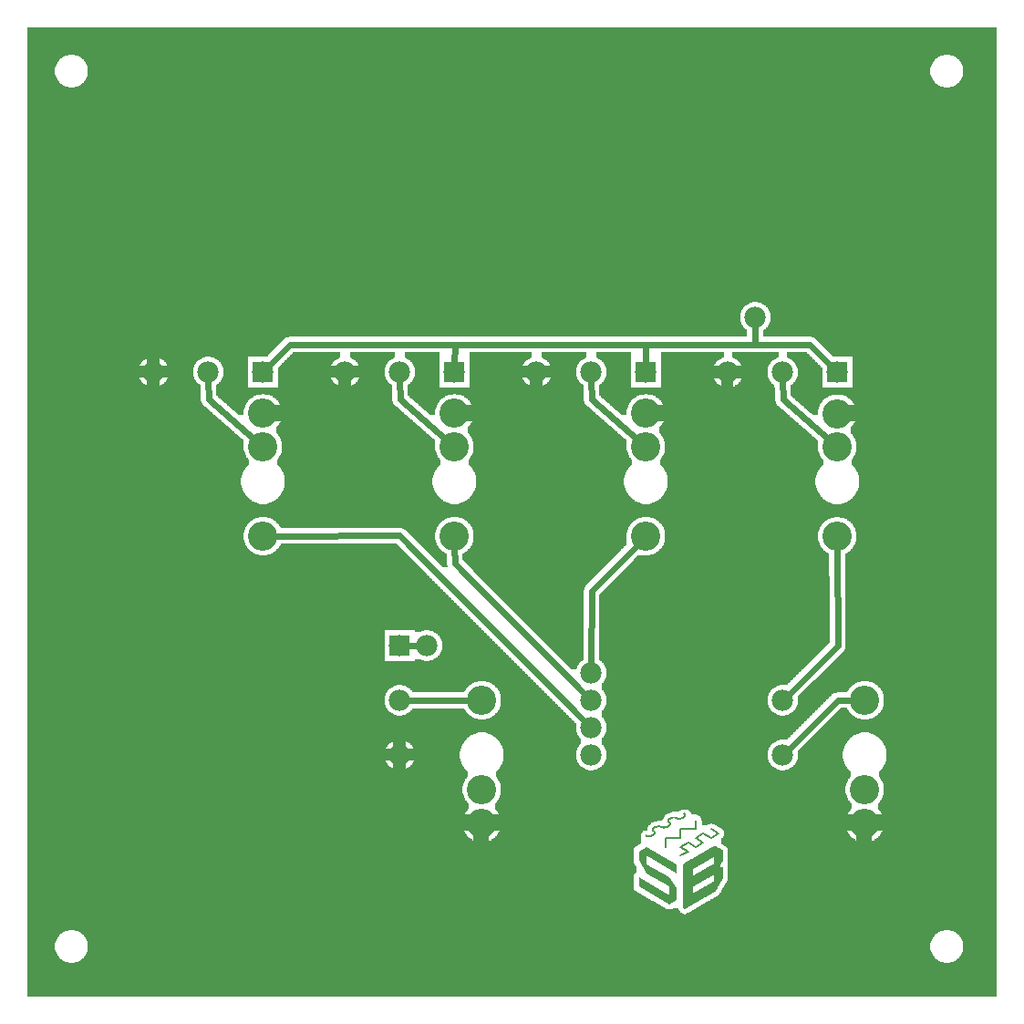
<source format=gtl>
G04 MADE WITH FRITZING*
G04 WWW.FRITZING.ORG*
G04 DOUBLE SIDED*
G04 HOLES PLATED*
G04 CONTOUR ON CENTER OF CONTOUR VECTOR*
%ASAXBY*%
%FSLAX23Y23*%
%MOIN*%
%OFA0B0*%
%SFA1.0B1.0*%
%ADD10C,0.075000*%
%ADD11C,0.107087*%
%ADD12C,0.078000*%
%ADD13R,0.078000X0.078000*%
%ADD14C,0.024000*%
%ADD15C,0.006944*%
%ADD16R,0.001000X0.001000*%
%LNCOPPER1*%
G90*
G70*
G54D10*
X3463Y3514D03*
G54D11*
X2999Y2170D03*
X2999Y2048D03*
X2999Y1721D03*
X2300Y2171D03*
X2300Y2049D03*
X2300Y1722D03*
X1600Y2171D03*
X1600Y2049D03*
X1600Y1722D03*
X900Y2171D03*
X900Y2049D03*
X900Y1722D03*
G54D12*
X2999Y2321D03*
X2799Y2321D03*
X2599Y2321D03*
X2300Y2322D03*
X2100Y2322D03*
X1900Y2322D03*
X1600Y2322D03*
X1400Y2322D03*
X1200Y2322D03*
X900Y2322D03*
X700Y2322D03*
X500Y2322D03*
X1400Y1322D03*
X1400Y1122D03*
X1400Y922D03*
G54D11*
X1700Y673D03*
X1700Y795D03*
X1700Y1122D03*
X3100Y673D03*
X3100Y795D03*
X3100Y1122D03*
G54D12*
X2100Y1222D03*
X2100Y1122D03*
X2100Y1022D03*
X2100Y922D03*
X2100Y1222D03*
X2100Y1122D03*
X2100Y1022D03*
X2100Y922D03*
X1500Y1322D03*
X1500Y1322D03*
X2800Y922D03*
X2800Y922D03*
X2800Y1122D03*
X2800Y1122D03*
X2700Y2522D03*
X2700Y2522D03*
G54D13*
X2999Y2321D03*
X2300Y2322D03*
X1600Y2322D03*
X900Y2322D03*
X1400Y1322D03*
G54D14*
X2699Y2423D02*
X2700Y2492D01*
D02*
X1430Y1322D02*
X1470Y1322D01*
D02*
X3001Y1122D02*
X2821Y943D01*
D02*
X3001Y1321D02*
X2821Y1143D01*
D02*
X3000Y1680D02*
X3001Y1321D01*
D02*
X3059Y1122D02*
X3001Y1122D01*
D02*
X2801Y2222D02*
X2968Y2075D01*
D02*
X2800Y2291D02*
X2801Y2222D01*
D02*
X2101Y2223D02*
X2269Y2076D01*
D02*
X2100Y2292D02*
X2101Y2223D01*
D02*
X1401Y2223D02*
X1569Y2076D01*
D02*
X1400Y2292D02*
X1401Y2223D01*
D02*
X701Y2223D02*
X869Y2076D01*
D02*
X700Y2292D02*
X701Y2223D01*
D02*
X998Y2422D02*
X921Y2344D01*
D02*
X1601Y2423D02*
X998Y2422D01*
D02*
X1600Y2352D02*
X1601Y2423D01*
D02*
X2300Y2422D02*
X2300Y2352D01*
D02*
X1601Y2423D02*
X2300Y2422D01*
D02*
X2900Y2422D02*
X2978Y2343D01*
D02*
X2699Y2423D02*
X2900Y2422D01*
D02*
X2300Y2422D02*
X2699Y2423D01*
D02*
X1430Y1122D02*
X1659Y1122D01*
D02*
X2101Y1521D02*
X2100Y1252D01*
D02*
X2271Y1693D02*
X2101Y1521D01*
D02*
X1601Y1622D02*
X2079Y1143D01*
D02*
X1600Y1681D02*
X1601Y1622D01*
D02*
X1400Y1724D02*
X2079Y1043D01*
D02*
X941Y1722D02*
X1400Y1724D01*
G36*
X40Y3582D02*
X40Y3482D01*
X3412Y3482D01*
X3412Y3480D01*
X3420Y3480D01*
X3420Y3478D01*
X3424Y3478D01*
X3424Y3476D01*
X3428Y3476D01*
X3428Y3474D01*
X3432Y3474D01*
X3432Y3472D01*
X3434Y3472D01*
X3434Y3470D01*
X3438Y3470D01*
X3438Y3468D01*
X3440Y3468D01*
X3440Y3466D01*
X3442Y3466D01*
X3442Y3464D01*
X3444Y3464D01*
X3444Y3462D01*
X3446Y3462D01*
X3446Y3460D01*
X3448Y3460D01*
X3448Y3456D01*
X3450Y3456D01*
X3450Y3454D01*
X3452Y3454D01*
X3452Y3450D01*
X3454Y3450D01*
X3454Y3446D01*
X3456Y3446D01*
X3456Y3442D01*
X3458Y3442D01*
X3458Y3434D01*
X3460Y3434D01*
X3460Y3410D01*
X3458Y3410D01*
X3458Y3402D01*
X3456Y3402D01*
X3456Y3398D01*
X3454Y3398D01*
X3454Y3394D01*
X3452Y3394D01*
X3452Y3390D01*
X3450Y3390D01*
X3450Y3388D01*
X3448Y3388D01*
X3448Y3384D01*
X3446Y3384D01*
X3446Y3382D01*
X3444Y3382D01*
X3444Y3380D01*
X3442Y3380D01*
X3442Y3378D01*
X3440Y3378D01*
X3440Y3376D01*
X3438Y3376D01*
X3438Y3374D01*
X3434Y3374D01*
X3434Y3372D01*
X3432Y3372D01*
X3432Y3370D01*
X3428Y3370D01*
X3428Y3368D01*
X3424Y3368D01*
X3424Y3366D01*
X3420Y3366D01*
X3420Y3364D01*
X3412Y3364D01*
X3412Y3362D01*
X3582Y3362D01*
X3582Y3582D01*
X40Y3582D01*
G37*
D02*
G36*
X40Y3482D02*
X40Y3362D01*
X188Y3362D01*
X188Y3364D01*
X180Y3364D01*
X180Y3366D01*
X176Y3366D01*
X176Y3368D01*
X172Y3368D01*
X172Y3370D01*
X168Y3370D01*
X168Y3372D01*
X166Y3372D01*
X166Y3374D01*
X162Y3374D01*
X162Y3376D01*
X160Y3376D01*
X160Y3378D01*
X158Y3378D01*
X158Y3380D01*
X156Y3380D01*
X156Y3382D01*
X154Y3382D01*
X154Y3384D01*
X152Y3384D01*
X152Y3388D01*
X150Y3388D01*
X150Y3390D01*
X148Y3390D01*
X148Y3394D01*
X146Y3394D01*
X146Y3398D01*
X144Y3398D01*
X144Y3402D01*
X142Y3402D01*
X142Y3410D01*
X140Y3410D01*
X140Y3434D01*
X142Y3434D01*
X142Y3442D01*
X144Y3442D01*
X144Y3446D01*
X146Y3446D01*
X146Y3450D01*
X148Y3450D01*
X148Y3454D01*
X150Y3454D01*
X150Y3456D01*
X152Y3456D01*
X152Y3460D01*
X154Y3460D01*
X154Y3462D01*
X156Y3462D01*
X156Y3464D01*
X158Y3464D01*
X158Y3466D01*
X160Y3466D01*
X160Y3468D01*
X162Y3468D01*
X162Y3470D01*
X166Y3470D01*
X166Y3472D01*
X168Y3472D01*
X168Y3474D01*
X172Y3474D01*
X172Y3476D01*
X176Y3476D01*
X176Y3478D01*
X180Y3478D01*
X180Y3480D01*
X188Y3480D01*
X188Y3482D01*
X40Y3482D01*
G37*
D02*
G36*
X212Y3482D02*
X212Y3480D01*
X220Y3480D01*
X220Y3478D01*
X224Y3478D01*
X224Y3476D01*
X228Y3476D01*
X228Y3474D01*
X232Y3474D01*
X232Y3472D01*
X234Y3472D01*
X234Y3470D01*
X238Y3470D01*
X238Y3468D01*
X240Y3468D01*
X240Y3466D01*
X242Y3466D01*
X242Y3464D01*
X244Y3464D01*
X244Y3462D01*
X246Y3462D01*
X246Y3460D01*
X248Y3460D01*
X248Y3458D01*
X250Y3458D01*
X250Y3454D01*
X252Y3454D01*
X252Y3450D01*
X254Y3450D01*
X254Y3446D01*
X256Y3446D01*
X256Y3442D01*
X258Y3442D01*
X258Y3434D01*
X260Y3434D01*
X260Y3410D01*
X258Y3410D01*
X258Y3402D01*
X256Y3402D01*
X256Y3398D01*
X254Y3398D01*
X254Y3394D01*
X252Y3394D01*
X252Y3390D01*
X250Y3390D01*
X250Y3386D01*
X248Y3386D01*
X248Y3384D01*
X246Y3384D01*
X246Y3382D01*
X244Y3382D01*
X244Y3380D01*
X242Y3380D01*
X242Y3378D01*
X240Y3378D01*
X240Y3376D01*
X238Y3376D01*
X238Y3374D01*
X234Y3374D01*
X234Y3372D01*
X232Y3372D01*
X232Y3370D01*
X228Y3370D01*
X228Y3368D01*
X224Y3368D01*
X224Y3366D01*
X220Y3366D01*
X220Y3364D01*
X212Y3364D01*
X212Y3362D01*
X3388Y3362D01*
X3388Y3364D01*
X3380Y3364D01*
X3380Y3366D01*
X3376Y3366D01*
X3376Y3368D01*
X3372Y3368D01*
X3372Y3370D01*
X3368Y3370D01*
X3368Y3372D01*
X3366Y3372D01*
X3366Y3374D01*
X3362Y3374D01*
X3362Y3376D01*
X3360Y3376D01*
X3360Y3378D01*
X3358Y3378D01*
X3358Y3380D01*
X3356Y3380D01*
X3356Y3382D01*
X3354Y3382D01*
X3354Y3384D01*
X3352Y3384D01*
X3352Y3388D01*
X3350Y3388D01*
X3350Y3390D01*
X3348Y3390D01*
X3348Y3394D01*
X3346Y3394D01*
X3346Y3398D01*
X3344Y3398D01*
X3344Y3402D01*
X3342Y3402D01*
X3342Y3410D01*
X3340Y3410D01*
X3340Y3434D01*
X3342Y3434D01*
X3342Y3442D01*
X3344Y3442D01*
X3344Y3446D01*
X3346Y3446D01*
X3346Y3450D01*
X3348Y3450D01*
X3348Y3454D01*
X3350Y3454D01*
X3350Y3456D01*
X3352Y3456D01*
X3352Y3460D01*
X3354Y3460D01*
X3354Y3462D01*
X3356Y3462D01*
X3356Y3464D01*
X3358Y3464D01*
X3358Y3466D01*
X3360Y3466D01*
X3360Y3468D01*
X3362Y3468D01*
X3362Y3470D01*
X3366Y3470D01*
X3366Y3472D01*
X3368Y3472D01*
X3368Y3474D01*
X3372Y3474D01*
X3372Y3476D01*
X3376Y3476D01*
X3376Y3478D01*
X3380Y3478D01*
X3380Y3480D01*
X3388Y3480D01*
X3388Y3482D01*
X212Y3482D01*
G37*
D02*
G36*
X40Y3362D02*
X40Y3360D01*
X3582Y3360D01*
X3582Y3362D01*
X40Y3362D01*
G37*
D02*
G36*
X40Y3362D02*
X40Y3360D01*
X3582Y3360D01*
X3582Y3362D01*
X40Y3362D01*
G37*
D02*
G36*
X40Y3362D02*
X40Y3360D01*
X3582Y3360D01*
X3582Y3362D01*
X40Y3362D01*
G37*
D02*
G36*
X40Y3360D02*
X40Y2578D01*
X2710Y2578D01*
X2710Y2576D01*
X2718Y2576D01*
X2718Y2574D01*
X2722Y2574D01*
X2722Y2572D01*
X2726Y2572D01*
X2726Y2570D01*
X2730Y2570D01*
X2730Y2568D01*
X2732Y2568D01*
X2732Y2566D01*
X2736Y2566D01*
X2736Y2564D01*
X2738Y2564D01*
X2738Y2562D01*
X2740Y2562D01*
X2740Y2560D01*
X2742Y2560D01*
X2742Y2558D01*
X2744Y2558D01*
X2744Y2554D01*
X2746Y2554D01*
X2746Y2552D01*
X2748Y2552D01*
X2748Y2548D01*
X2750Y2548D01*
X2750Y2544D01*
X2752Y2544D01*
X2752Y2540D01*
X2754Y2540D01*
X2754Y2532D01*
X2756Y2532D01*
X2756Y2512D01*
X2754Y2512D01*
X2754Y2504D01*
X2752Y2504D01*
X2752Y2500D01*
X2750Y2500D01*
X2750Y2496D01*
X2748Y2496D01*
X2748Y2492D01*
X2746Y2492D01*
X2746Y2490D01*
X2744Y2490D01*
X2744Y2486D01*
X2742Y2486D01*
X2742Y2484D01*
X2740Y2484D01*
X2740Y2482D01*
X2738Y2482D01*
X2738Y2480D01*
X2736Y2480D01*
X2736Y2478D01*
X2732Y2478D01*
X2732Y2476D01*
X2730Y2476D01*
X2730Y2474D01*
X2728Y2474D01*
X2728Y2452D01*
X2904Y2452D01*
X2904Y2450D01*
X2912Y2450D01*
X2912Y2448D01*
X2916Y2448D01*
X2916Y2446D01*
X2918Y2446D01*
X2918Y2444D01*
X2920Y2444D01*
X2920Y2442D01*
X2922Y2442D01*
X2922Y2440D01*
X2924Y2440D01*
X2924Y2438D01*
X2926Y2438D01*
X2926Y2436D01*
X2928Y2436D01*
X2928Y2434D01*
X2930Y2434D01*
X2930Y2432D01*
X2932Y2432D01*
X2932Y2430D01*
X2934Y2430D01*
X2934Y2428D01*
X2936Y2428D01*
X2936Y2426D01*
X2938Y2426D01*
X2938Y2424D01*
X2940Y2424D01*
X2940Y2422D01*
X2942Y2422D01*
X2942Y2420D01*
X2944Y2420D01*
X2944Y2418D01*
X2946Y2418D01*
X2946Y2416D01*
X2948Y2416D01*
X2948Y2414D01*
X2950Y2414D01*
X2950Y2412D01*
X2952Y2412D01*
X2952Y2410D01*
X2954Y2410D01*
X2954Y2408D01*
X2956Y2408D01*
X2956Y2406D01*
X2958Y2406D01*
X2958Y2404D01*
X2960Y2404D01*
X2960Y2402D01*
X2962Y2402D01*
X2962Y2400D01*
X2964Y2400D01*
X2964Y2398D01*
X2966Y2398D01*
X2966Y2396D01*
X2968Y2396D01*
X2968Y2394D01*
X2970Y2394D01*
X2970Y2392D01*
X2972Y2392D01*
X2972Y2390D01*
X2974Y2390D01*
X2974Y2388D01*
X2976Y2388D01*
X2976Y2386D01*
X2978Y2386D01*
X2978Y2384D01*
X2980Y2384D01*
X2980Y2382D01*
X2982Y2382D01*
X2982Y2380D01*
X2984Y2380D01*
X2984Y2378D01*
X3054Y2378D01*
X3054Y2376D01*
X3056Y2376D01*
X3056Y2266D01*
X3582Y2266D01*
X3582Y3360D01*
X40Y3360D01*
G37*
D02*
G36*
X40Y2578D02*
X40Y2378D01*
X710Y2378D01*
X710Y2376D01*
X718Y2376D01*
X718Y2374D01*
X722Y2374D01*
X722Y2372D01*
X726Y2372D01*
X726Y2370D01*
X730Y2370D01*
X730Y2368D01*
X732Y2368D01*
X732Y2366D01*
X736Y2366D01*
X736Y2364D01*
X738Y2364D01*
X738Y2362D01*
X740Y2362D01*
X740Y2360D01*
X742Y2360D01*
X742Y2358D01*
X744Y2358D01*
X744Y2354D01*
X746Y2354D01*
X746Y2352D01*
X748Y2352D01*
X748Y2348D01*
X750Y2348D01*
X750Y2344D01*
X752Y2344D01*
X752Y2340D01*
X754Y2340D01*
X754Y2332D01*
X756Y2332D01*
X756Y2312D01*
X754Y2312D01*
X754Y2304D01*
X752Y2304D01*
X752Y2300D01*
X750Y2300D01*
X750Y2296D01*
X748Y2296D01*
X748Y2292D01*
X746Y2292D01*
X746Y2290D01*
X744Y2290D01*
X744Y2286D01*
X742Y2286D01*
X742Y2284D01*
X740Y2284D01*
X740Y2282D01*
X738Y2282D01*
X738Y2280D01*
X736Y2280D01*
X736Y2278D01*
X732Y2278D01*
X732Y2276D01*
X730Y2276D01*
X730Y2266D01*
X844Y2266D01*
X844Y2378D01*
X916Y2378D01*
X916Y2380D01*
X918Y2380D01*
X918Y2382D01*
X920Y2382D01*
X920Y2386D01*
X922Y2386D01*
X922Y2388D01*
X924Y2388D01*
X924Y2390D01*
X926Y2390D01*
X926Y2392D01*
X928Y2392D01*
X928Y2394D01*
X930Y2394D01*
X930Y2396D01*
X932Y2396D01*
X932Y2398D01*
X934Y2398D01*
X934Y2400D01*
X936Y2400D01*
X936Y2402D01*
X938Y2402D01*
X938Y2404D01*
X940Y2404D01*
X940Y2406D01*
X942Y2406D01*
X942Y2408D01*
X944Y2408D01*
X944Y2410D01*
X946Y2410D01*
X946Y2412D01*
X948Y2412D01*
X948Y2414D01*
X950Y2414D01*
X950Y2416D01*
X952Y2416D01*
X952Y2418D01*
X954Y2418D01*
X954Y2420D01*
X956Y2420D01*
X956Y2422D01*
X958Y2422D01*
X958Y2424D01*
X960Y2424D01*
X960Y2426D01*
X962Y2426D01*
X962Y2428D01*
X964Y2428D01*
X964Y2430D01*
X966Y2430D01*
X966Y2432D01*
X968Y2432D01*
X968Y2434D01*
X970Y2434D01*
X970Y2436D01*
X972Y2436D01*
X972Y2438D01*
X974Y2438D01*
X974Y2440D01*
X976Y2440D01*
X976Y2442D01*
X978Y2442D01*
X978Y2444D01*
X980Y2444D01*
X980Y2446D01*
X982Y2446D01*
X982Y2448D01*
X986Y2448D01*
X986Y2450D01*
X994Y2450D01*
X994Y2452D01*
X2670Y2452D01*
X2670Y2476D01*
X2668Y2476D01*
X2668Y2478D01*
X2664Y2478D01*
X2664Y2480D01*
X2662Y2480D01*
X2662Y2482D01*
X2660Y2482D01*
X2660Y2484D01*
X2658Y2484D01*
X2658Y2486D01*
X2656Y2486D01*
X2656Y2490D01*
X2654Y2490D01*
X2654Y2492D01*
X2652Y2492D01*
X2652Y2496D01*
X2650Y2496D01*
X2650Y2500D01*
X2648Y2500D01*
X2648Y2504D01*
X2646Y2504D01*
X2646Y2512D01*
X2644Y2512D01*
X2644Y2532D01*
X2646Y2532D01*
X2646Y2540D01*
X2648Y2540D01*
X2648Y2544D01*
X2650Y2544D01*
X2650Y2548D01*
X2652Y2548D01*
X2652Y2552D01*
X2654Y2552D01*
X2654Y2554D01*
X2656Y2554D01*
X2656Y2558D01*
X2658Y2558D01*
X2658Y2560D01*
X2660Y2560D01*
X2660Y2562D01*
X2662Y2562D01*
X2662Y2564D01*
X2664Y2564D01*
X2664Y2566D01*
X2668Y2566D01*
X2668Y2568D01*
X2670Y2568D01*
X2670Y2570D01*
X2674Y2570D01*
X2674Y2572D01*
X2678Y2572D01*
X2678Y2574D01*
X2682Y2574D01*
X2682Y2576D01*
X2690Y2576D01*
X2690Y2578D01*
X40Y2578D01*
G37*
D02*
G36*
X1010Y2394D02*
X1010Y2392D01*
X1008Y2392D01*
X1008Y2390D01*
X1006Y2390D01*
X1006Y2388D01*
X1004Y2388D01*
X1004Y2386D01*
X1002Y2386D01*
X1002Y2384D01*
X1000Y2384D01*
X1000Y2382D01*
X998Y2382D01*
X998Y2380D01*
X996Y2380D01*
X996Y2378D01*
X994Y2378D01*
X994Y2376D01*
X992Y2376D01*
X992Y2374D01*
X990Y2374D01*
X990Y2372D01*
X988Y2372D01*
X988Y2370D01*
X986Y2370D01*
X986Y2368D01*
X984Y2368D01*
X984Y2366D01*
X982Y2366D01*
X982Y2364D01*
X980Y2364D01*
X980Y2362D01*
X978Y2362D01*
X978Y2360D01*
X976Y2360D01*
X976Y2358D01*
X974Y2358D01*
X974Y2356D01*
X972Y2356D01*
X972Y2354D01*
X970Y2354D01*
X970Y2352D01*
X968Y2352D01*
X968Y2350D01*
X966Y2350D01*
X966Y2348D01*
X964Y2348D01*
X964Y2344D01*
X962Y2344D01*
X962Y2342D01*
X960Y2342D01*
X960Y2340D01*
X958Y2340D01*
X958Y2338D01*
X956Y2338D01*
X956Y2266D01*
X1190Y2266D01*
X1190Y2268D01*
X1182Y2268D01*
X1182Y2270D01*
X1178Y2270D01*
X1178Y2272D01*
X1174Y2272D01*
X1174Y2274D01*
X1170Y2274D01*
X1170Y2276D01*
X1168Y2276D01*
X1168Y2278D01*
X1164Y2278D01*
X1164Y2280D01*
X1162Y2280D01*
X1162Y2282D01*
X1160Y2282D01*
X1160Y2284D01*
X1158Y2284D01*
X1158Y2286D01*
X1156Y2286D01*
X1156Y2290D01*
X1154Y2290D01*
X1154Y2292D01*
X1152Y2292D01*
X1152Y2296D01*
X1150Y2296D01*
X1150Y2300D01*
X1148Y2300D01*
X1148Y2304D01*
X1146Y2304D01*
X1146Y2312D01*
X1144Y2312D01*
X1144Y2332D01*
X1146Y2332D01*
X1146Y2340D01*
X1148Y2340D01*
X1148Y2344D01*
X1150Y2344D01*
X1150Y2348D01*
X1152Y2348D01*
X1152Y2352D01*
X1154Y2352D01*
X1154Y2354D01*
X1156Y2354D01*
X1156Y2358D01*
X1158Y2358D01*
X1158Y2360D01*
X1160Y2360D01*
X1160Y2362D01*
X1162Y2362D01*
X1162Y2364D01*
X1164Y2364D01*
X1164Y2366D01*
X1168Y2366D01*
X1168Y2368D01*
X1170Y2368D01*
X1170Y2370D01*
X1174Y2370D01*
X1174Y2372D01*
X1178Y2372D01*
X1178Y2374D01*
X1182Y2374D01*
X1182Y2394D01*
X1010Y2394D01*
G37*
D02*
G36*
X1218Y2394D02*
X1218Y2374D01*
X1222Y2374D01*
X1222Y2372D01*
X1226Y2372D01*
X1226Y2370D01*
X1230Y2370D01*
X1230Y2368D01*
X1232Y2368D01*
X1232Y2366D01*
X1236Y2366D01*
X1236Y2364D01*
X1238Y2364D01*
X1238Y2362D01*
X1240Y2362D01*
X1240Y2360D01*
X1242Y2360D01*
X1242Y2358D01*
X1244Y2358D01*
X1244Y2354D01*
X1246Y2354D01*
X1246Y2352D01*
X1248Y2352D01*
X1248Y2348D01*
X1250Y2348D01*
X1250Y2344D01*
X1252Y2344D01*
X1252Y2340D01*
X1254Y2340D01*
X1254Y2332D01*
X1256Y2332D01*
X1256Y2312D01*
X1254Y2312D01*
X1254Y2304D01*
X1252Y2304D01*
X1252Y2300D01*
X1250Y2300D01*
X1250Y2296D01*
X1248Y2296D01*
X1248Y2292D01*
X1246Y2292D01*
X1246Y2290D01*
X1244Y2290D01*
X1244Y2286D01*
X1242Y2286D01*
X1242Y2284D01*
X1240Y2284D01*
X1240Y2282D01*
X1238Y2282D01*
X1238Y2280D01*
X1236Y2280D01*
X1236Y2278D01*
X1232Y2278D01*
X1232Y2276D01*
X1230Y2276D01*
X1230Y2274D01*
X1226Y2274D01*
X1226Y2272D01*
X1222Y2272D01*
X1222Y2270D01*
X1218Y2270D01*
X1218Y2268D01*
X1210Y2268D01*
X1210Y2266D01*
X1372Y2266D01*
X1372Y2274D01*
X1370Y2274D01*
X1370Y2276D01*
X1368Y2276D01*
X1368Y2278D01*
X1364Y2278D01*
X1364Y2280D01*
X1362Y2280D01*
X1362Y2282D01*
X1360Y2282D01*
X1360Y2284D01*
X1358Y2284D01*
X1358Y2286D01*
X1356Y2286D01*
X1356Y2290D01*
X1354Y2290D01*
X1354Y2292D01*
X1352Y2292D01*
X1352Y2296D01*
X1350Y2296D01*
X1350Y2300D01*
X1348Y2300D01*
X1348Y2304D01*
X1346Y2304D01*
X1346Y2312D01*
X1344Y2312D01*
X1344Y2332D01*
X1346Y2332D01*
X1346Y2340D01*
X1348Y2340D01*
X1348Y2344D01*
X1350Y2344D01*
X1350Y2348D01*
X1352Y2348D01*
X1352Y2352D01*
X1354Y2352D01*
X1354Y2354D01*
X1356Y2354D01*
X1356Y2358D01*
X1358Y2358D01*
X1358Y2360D01*
X1360Y2360D01*
X1360Y2362D01*
X1362Y2362D01*
X1362Y2364D01*
X1364Y2364D01*
X1364Y2366D01*
X1368Y2366D01*
X1368Y2368D01*
X1370Y2368D01*
X1370Y2370D01*
X1374Y2370D01*
X1374Y2372D01*
X1378Y2372D01*
X1378Y2374D01*
X1382Y2374D01*
X1382Y2394D01*
X1218Y2394D01*
G37*
D02*
G36*
X1418Y2394D02*
X1418Y2374D01*
X1422Y2374D01*
X1422Y2372D01*
X1426Y2372D01*
X1426Y2370D01*
X1430Y2370D01*
X1430Y2368D01*
X1432Y2368D01*
X1432Y2366D01*
X1436Y2366D01*
X1436Y2364D01*
X1438Y2364D01*
X1438Y2362D01*
X1440Y2362D01*
X1440Y2360D01*
X1442Y2360D01*
X1442Y2358D01*
X1444Y2358D01*
X1444Y2354D01*
X1446Y2354D01*
X1446Y2352D01*
X1448Y2352D01*
X1448Y2348D01*
X1450Y2348D01*
X1450Y2344D01*
X1452Y2344D01*
X1452Y2340D01*
X1454Y2340D01*
X1454Y2332D01*
X1456Y2332D01*
X1456Y2312D01*
X1454Y2312D01*
X1454Y2304D01*
X1452Y2304D01*
X1452Y2300D01*
X1450Y2300D01*
X1450Y2296D01*
X1448Y2296D01*
X1448Y2292D01*
X1446Y2292D01*
X1446Y2290D01*
X1444Y2290D01*
X1444Y2286D01*
X1442Y2286D01*
X1442Y2284D01*
X1440Y2284D01*
X1440Y2282D01*
X1438Y2282D01*
X1438Y2280D01*
X1436Y2280D01*
X1436Y2278D01*
X1432Y2278D01*
X1432Y2276D01*
X1430Y2276D01*
X1430Y2266D01*
X1544Y2266D01*
X1544Y2394D01*
X1418Y2394D01*
G37*
D02*
G36*
X1656Y2394D02*
X1656Y2266D01*
X1890Y2266D01*
X1890Y2268D01*
X1882Y2268D01*
X1882Y2270D01*
X1878Y2270D01*
X1878Y2272D01*
X1874Y2272D01*
X1874Y2274D01*
X1870Y2274D01*
X1870Y2276D01*
X1868Y2276D01*
X1868Y2278D01*
X1864Y2278D01*
X1864Y2280D01*
X1862Y2280D01*
X1862Y2282D01*
X1860Y2282D01*
X1860Y2284D01*
X1858Y2284D01*
X1858Y2286D01*
X1856Y2286D01*
X1856Y2290D01*
X1854Y2290D01*
X1854Y2292D01*
X1852Y2292D01*
X1852Y2296D01*
X1850Y2296D01*
X1850Y2300D01*
X1848Y2300D01*
X1848Y2304D01*
X1846Y2304D01*
X1846Y2312D01*
X1844Y2312D01*
X1844Y2332D01*
X1846Y2332D01*
X1846Y2340D01*
X1848Y2340D01*
X1848Y2344D01*
X1850Y2344D01*
X1850Y2348D01*
X1852Y2348D01*
X1852Y2352D01*
X1854Y2352D01*
X1854Y2354D01*
X1856Y2354D01*
X1856Y2358D01*
X1858Y2358D01*
X1858Y2360D01*
X1860Y2360D01*
X1860Y2362D01*
X1862Y2362D01*
X1862Y2364D01*
X1864Y2364D01*
X1864Y2366D01*
X1868Y2366D01*
X1868Y2368D01*
X1870Y2368D01*
X1870Y2370D01*
X1874Y2370D01*
X1874Y2372D01*
X1878Y2372D01*
X1878Y2374D01*
X1882Y2374D01*
X1882Y2394D01*
X1656Y2394D01*
G37*
D02*
G36*
X1918Y2394D02*
X1918Y2374D01*
X1922Y2374D01*
X1922Y2372D01*
X1926Y2372D01*
X1926Y2370D01*
X1930Y2370D01*
X1930Y2368D01*
X1932Y2368D01*
X1932Y2366D01*
X1936Y2366D01*
X1936Y2364D01*
X1938Y2364D01*
X1938Y2362D01*
X1940Y2362D01*
X1940Y2360D01*
X1942Y2360D01*
X1942Y2358D01*
X1944Y2358D01*
X1944Y2354D01*
X1946Y2354D01*
X1946Y2352D01*
X1948Y2352D01*
X1948Y2348D01*
X1950Y2348D01*
X1950Y2344D01*
X1952Y2344D01*
X1952Y2340D01*
X1954Y2340D01*
X1954Y2332D01*
X1956Y2332D01*
X1956Y2312D01*
X1954Y2312D01*
X1954Y2304D01*
X1952Y2304D01*
X1952Y2300D01*
X1950Y2300D01*
X1950Y2296D01*
X1948Y2296D01*
X1948Y2292D01*
X1946Y2292D01*
X1946Y2290D01*
X1944Y2290D01*
X1944Y2286D01*
X1942Y2286D01*
X1942Y2284D01*
X1940Y2284D01*
X1940Y2282D01*
X1938Y2282D01*
X1938Y2280D01*
X1936Y2280D01*
X1936Y2278D01*
X1932Y2278D01*
X1932Y2276D01*
X1930Y2276D01*
X1930Y2274D01*
X1926Y2274D01*
X1926Y2272D01*
X1922Y2272D01*
X1922Y2270D01*
X1918Y2270D01*
X1918Y2268D01*
X1910Y2268D01*
X1910Y2266D01*
X2072Y2266D01*
X2072Y2274D01*
X2070Y2274D01*
X2070Y2276D01*
X2068Y2276D01*
X2068Y2278D01*
X2064Y2278D01*
X2064Y2280D01*
X2062Y2280D01*
X2062Y2282D01*
X2060Y2282D01*
X2060Y2284D01*
X2058Y2284D01*
X2058Y2286D01*
X2056Y2286D01*
X2056Y2290D01*
X2054Y2290D01*
X2054Y2292D01*
X2052Y2292D01*
X2052Y2296D01*
X2050Y2296D01*
X2050Y2300D01*
X2048Y2300D01*
X2048Y2304D01*
X2046Y2304D01*
X2046Y2312D01*
X2044Y2312D01*
X2044Y2332D01*
X2046Y2332D01*
X2046Y2340D01*
X2048Y2340D01*
X2048Y2344D01*
X2050Y2344D01*
X2050Y2348D01*
X2052Y2348D01*
X2052Y2352D01*
X2054Y2352D01*
X2054Y2354D01*
X2056Y2354D01*
X2056Y2358D01*
X2058Y2358D01*
X2058Y2360D01*
X2060Y2360D01*
X2060Y2362D01*
X2062Y2362D01*
X2062Y2364D01*
X2064Y2364D01*
X2064Y2366D01*
X2068Y2366D01*
X2068Y2368D01*
X2070Y2368D01*
X2070Y2370D01*
X2074Y2370D01*
X2074Y2372D01*
X2078Y2372D01*
X2078Y2374D01*
X2082Y2374D01*
X2082Y2394D01*
X1918Y2394D01*
G37*
D02*
G36*
X2118Y2394D02*
X2118Y2374D01*
X2122Y2374D01*
X2122Y2372D01*
X2126Y2372D01*
X2126Y2370D01*
X2130Y2370D01*
X2130Y2368D01*
X2132Y2368D01*
X2132Y2366D01*
X2136Y2366D01*
X2136Y2364D01*
X2138Y2364D01*
X2138Y2362D01*
X2140Y2362D01*
X2140Y2360D01*
X2142Y2360D01*
X2142Y2358D01*
X2144Y2358D01*
X2144Y2354D01*
X2146Y2354D01*
X2146Y2352D01*
X2148Y2352D01*
X2148Y2348D01*
X2150Y2348D01*
X2150Y2344D01*
X2152Y2344D01*
X2152Y2340D01*
X2154Y2340D01*
X2154Y2332D01*
X2156Y2332D01*
X2156Y2312D01*
X2154Y2312D01*
X2154Y2304D01*
X2152Y2304D01*
X2152Y2300D01*
X2150Y2300D01*
X2150Y2296D01*
X2148Y2296D01*
X2148Y2292D01*
X2146Y2292D01*
X2146Y2290D01*
X2144Y2290D01*
X2144Y2286D01*
X2142Y2286D01*
X2142Y2284D01*
X2140Y2284D01*
X2140Y2282D01*
X2138Y2282D01*
X2138Y2280D01*
X2136Y2280D01*
X2136Y2278D01*
X2132Y2278D01*
X2132Y2276D01*
X2130Y2276D01*
X2130Y2266D01*
X2244Y2266D01*
X2244Y2394D01*
X2118Y2394D01*
G37*
D02*
G36*
X2356Y2394D02*
X2356Y2266D01*
X2586Y2266D01*
X2586Y2268D01*
X2580Y2268D01*
X2580Y2270D01*
X2576Y2270D01*
X2576Y2272D01*
X2572Y2272D01*
X2572Y2274D01*
X2568Y2274D01*
X2568Y2276D01*
X2566Y2276D01*
X2566Y2278D01*
X2564Y2278D01*
X2564Y2280D01*
X2560Y2280D01*
X2560Y2282D01*
X2558Y2282D01*
X2558Y2286D01*
X2556Y2286D01*
X2556Y2288D01*
X2554Y2288D01*
X2554Y2290D01*
X2552Y2290D01*
X2552Y2294D01*
X2550Y2294D01*
X2550Y2298D01*
X2548Y2298D01*
X2548Y2302D01*
X2546Y2302D01*
X2546Y2308D01*
X2544Y2308D01*
X2544Y2334D01*
X2546Y2334D01*
X2546Y2342D01*
X2548Y2342D01*
X2548Y2346D01*
X2550Y2346D01*
X2550Y2350D01*
X2552Y2350D01*
X2552Y2352D01*
X2554Y2352D01*
X2554Y2356D01*
X2556Y2356D01*
X2556Y2358D01*
X2558Y2358D01*
X2558Y2360D01*
X2560Y2360D01*
X2560Y2362D01*
X2562Y2362D01*
X2562Y2364D01*
X2564Y2364D01*
X2564Y2366D01*
X2568Y2366D01*
X2568Y2368D01*
X2570Y2368D01*
X2570Y2370D01*
X2574Y2370D01*
X2574Y2372D01*
X2578Y2372D01*
X2578Y2374D01*
X2584Y2374D01*
X2584Y2394D01*
X2356Y2394D01*
G37*
D02*
G36*
X2614Y2394D02*
X2614Y2374D01*
X2620Y2374D01*
X2620Y2372D01*
X2624Y2372D01*
X2624Y2370D01*
X2628Y2370D01*
X2628Y2368D01*
X2632Y2368D01*
X2632Y2366D01*
X2634Y2366D01*
X2634Y2364D01*
X2636Y2364D01*
X2636Y2362D01*
X2638Y2362D01*
X2638Y2360D01*
X2640Y2360D01*
X2640Y2358D01*
X2642Y2358D01*
X2642Y2356D01*
X2644Y2356D01*
X2644Y2354D01*
X2646Y2354D01*
X2646Y2350D01*
X2648Y2350D01*
X2648Y2346D01*
X2650Y2346D01*
X2650Y2342D01*
X2652Y2342D01*
X2652Y2336D01*
X2654Y2336D01*
X2654Y2326D01*
X2656Y2326D01*
X2656Y2316D01*
X2654Y2316D01*
X2654Y2306D01*
X2652Y2306D01*
X2652Y2300D01*
X2650Y2300D01*
X2650Y2296D01*
X2648Y2296D01*
X2648Y2292D01*
X2646Y2292D01*
X2646Y2290D01*
X2644Y2290D01*
X2644Y2286D01*
X2642Y2286D01*
X2642Y2284D01*
X2640Y2284D01*
X2640Y2282D01*
X2638Y2282D01*
X2638Y2280D01*
X2636Y2280D01*
X2636Y2278D01*
X2634Y2278D01*
X2634Y2276D01*
X2630Y2276D01*
X2630Y2274D01*
X2626Y2274D01*
X2626Y2272D01*
X2624Y2272D01*
X2624Y2270D01*
X2618Y2270D01*
X2618Y2268D01*
X2612Y2268D01*
X2612Y2266D01*
X2770Y2266D01*
X2770Y2274D01*
X2768Y2274D01*
X2768Y2276D01*
X2766Y2276D01*
X2766Y2278D01*
X2764Y2278D01*
X2764Y2280D01*
X2760Y2280D01*
X2760Y2282D01*
X2758Y2282D01*
X2758Y2286D01*
X2756Y2286D01*
X2756Y2288D01*
X2754Y2288D01*
X2754Y2290D01*
X2752Y2290D01*
X2752Y2294D01*
X2750Y2294D01*
X2750Y2298D01*
X2748Y2298D01*
X2748Y2302D01*
X2746Y2302D01*
X2746Y2308D01*
X2744Y2308D01*
X2744Y2334D01*
X2746Y2334D01*
X2746Y2342D01*
X2748Y2342D01*
X2748Y2346D01*
X2750Y2346D01*
X2750Y2350D01*
X2752Y2350D01*
X2752Y2352D01*
X2754Y2352D01*
X2754Y2356D01*
X2756Y2356D01*
X2756Y2358D01*
X2758Y2358D01*
X2758Y2360D01*
X2760Y2360D01*
X2760Y2362D01*
X2762Y2362D01*
X2762Y2364D01*
X2764Y2364D01*
X2764Y2366D01*
X2768Y2366D01*
X2768Y2368D01*
X2770Y2368D01*
X2770Y2370D01*
X2774Y2370D01*
X2774Y2372D01*
X2778Y2372D01*
X2778Y2374D01*
X2784Y2374D01*
X2784Y2394D01*
X2614Y2394D01*
G37*
D02*
G36*
X2814Y2394D02*
X2814Y2374D01*
X2820Y2374D01*
X2820Y2372D01*
X2824Y2372D01*
X2824Y2370D01*
X2828Y2370D01*
X2828Y2368D01*
X2832Y2368D01*
X2832Y2366D01*
X2834Y2366D01*
X2834Y2364D01*
X2836Y2364D01*
X2836Y2362D01*
X2838Y2362D01*
X2838Y2360D01*
X2840Y2360D01*
X2840Y2358D01*
X2842Y2358D01*
X2842Y2356D01*
X2844Y2356D01*
X2844Y2354D01*
X2846Y2354D01*
X2846Y2350D01*
X2848Y2350D01*
X2848Y2346D01*
X2850Y2346D01*
X2850Y2342D01*
X2852Y2342D01*
X2852Y2336D01*
X2854Y2336D01*
X2854Y2326D01*
X2856Y2326D01*
X2856Y2316D01*
X2854Y2316D01*
X2854Y2306D01*
X2852Y2306D01*
X2852Y2300D01*
X2850Y2300D01*
X2850Y2296D01*
X2848Y2296D01*
X2848Y2292D01*
X2846Y2292D01*
X2846Y2290D01*
X2844Y2290D01*
X2844Y2286D01*
X2842Y2286D01*
X2842Y2284D01*
X2840Y2284D01*
X2840Y2282D01*
X2838Y2282D01*
X2838Y2280D01*
X2836Y2280D01*
X2836Y2278D01*
X2834Y2278D01*
X2834Y2276D01*
X2830Y2276D01*
X2830Y2266D01*
X2944Y2266D01*
X2944Y2338D01*
X2942Y2338D01*
X2942Y2340D01*
X2940Y2340D01*
X2940Y2342D01*
X2938Y2342D01*
X2938Y2344D01*
X2936Y2344D01*
X2936Y2346D01*
X2934Y2346D01*
X2934Y2348D01*
X2932Y2348D01*
X2932Y2350D01*
X2930Y2350D01*
X2930Y2352D01*
X2928Y2352D01*
X2928Y2354D01*
X2926Y2354D01*
X2926Y2356D01*
X2924Y2356D01*
X2924Y2358D01*
X2922Y2358D01*
X2922Y2360D01*
X2920Y2360D01*
X2920Y2362D01*
X2918Y2362D01*
X2918Y2364D01*
X2916Y2364D01*
X2916Y2366D01*
X2914Y2366D01*
X2914Y2368D01*
X2912Y2368D01*
X2912Y2370D01*
X2910Y2370D01*
X2910Y2372D01*
X2908Y2372D01*
X2908Y2374D01*
X2906Y2374D01*
X2906Y2376D01*
X2904Y2376D01*
X2904Y2378D01*
X2902Y2378D01*
X2902Y2380D01*
X2900Y2380D01*
X2900Y2382D01*
X2898Y2382D01*
X2898Y2384D01*
X2896Y2384D01*
X2896Y2386D01*
X2894Y2386D01*
X2894Y2388D01*
X2892Y2388D01*
X2892Y2390D01*
X2890Y2390D01*
X2890Y2392D01*
X2888Y2392D01*
X2888Y2394D01*
X2814Y2394D01*
G37*
D02*
G36*
X40Y2378D02*
X40Y2266D01*
X490Y2266D01*
X490Y2268D01*
X482Y2268D01*
X482Y2270D01*
X478Y2270D01*
X478Y2272D01*
X474Y2272D01*
X474Y2274D01*
X470Y2274D01*
X470Y2276D01*
X468Y2276D01*
X468Y2278D01*
X464Y2278D01*
X464Y2280D01*
X462Y2280D01*
X462Y2282D01*
X460Y2282D01*
X460Y2284D01*
X458Y2284D01*
X458Y2286D01*
X456Y2286D01*
X456Y2290D01*
X454Y2290D01*
X454Y2292D01*
X452Y2292D01*
X452Y2296D01*
X450Y2296D01*
X450Y2300D01*
X448Y2300D01*
X448Y2304D01*
X446Y2304D01*
X446Y2312D01*
X444Y2312D01*
X444Y2332D01*
X446Y2332D01*
X446Y2340D01*
X448Y2340D01*
X448Y2344D01*
X450Y2344D01*
X450Y2348D01*
X452Y2348D01*
X452Y2352D01*
X454Y2352D01*
X454Y2354D01*
X456Y2354D01*
X456Y2358D01*
X458Y2358D01*
X458Y2360D01*
X460Y2360D01*
X460Y2362D01*
X462Y2362D01*
X462Y2364D01*
X464Y2364D01*
X464Y2366D01*
X468Y2366D01*
X468Y2368D01*
X470Y2368D01*
X470Y2370D01*
X474Y2370D01*
X474Y2372D01*
X478Y2372D01*
X478Y2374D01*
X482Y2374D01*
X482Y2376D01*
X490Y2376D01*
X490Y2378D01*
X40Y2378D01*
G37*
D02*
G36*
X510Y2378D02*
X510Y2376D01*
X518Y2376D01*
X518Y2374D01*
X522Y2374D01*
X522Y2372D01*
X526Y2372D01*
X526Y2370D01*
X530Y2370D01*
X530Y2368D01*
X532Y2368D01*
X532Y2366D01*
X536Y2366D01*
X536Y2364D01*
X538Y2364D01*
X538Y2362D01*
X540Y2362D01*
X540Y2360D01*
X542Y2360D01*
X542Y2358D01*
X544Y2358D01*
X544Y2354D01*
X546Y2354D01*
X546Y2352D01*
X548Y2352D01*
X548Y2348D01*
X550Y2348D01*
X550Y2344D01*
X552Y2344D01*
X552Y2340D01*
X554Y2340D01*
X554Y2332D01*
X556Y2332D01*
X556Y2312D01*
X554Y2312D01*
X554Y2304D01*
X552Y2304D01*
X552Y2300D01*
X550Y2300D01*
X550Y2296D01*
X548Y2296D01*
X548Y2292D01*
X546Y2292D01*
X546Y2290D01*
X544Y2290D01*
X544Y2286D01*
X542Y2286D01*
X542Y2284D01*
X540Y2284D01*
X540Y2282D01*
X538Y2282D01*
X538Y2280D01*
X536Y2280D01*
X536Y2278D01*
X532Y2278D01*
X532Y2276D01*
X530Y2276D01*
X530Y2274D01*
X526Y2274D01*
X526Y2272D01*
X522Y2272D01*
X522Y2270D01*
X518Y2270D01*
X518Y2268D01*
X510Y2268D01*
X510Y2266D01*
X672Y2266D01*
X672Y2274D01*
X670Y2274D01*
X670Y2276D01*
X668Y2276D01*
X668Y2278D01*
X664Y2278D01*
X664Y2280D01*
X662Y2280D01*
X662Y2282D01*
X660Y2282D01*
X660Y2284D01*
X658Y2284D01*
X658Y2286D01*
X656Y2286D01*
X656Y2290D01*
X654Y2290D01*
X654Y2292D01*
X652Y2292D01*
X652Y2296D01*
X650Y2296D01*
X650Y2300D01*
X648Y2300D01*
X648Y2304D01*
X646Y2304D01*
X646Y2312D01*
X644Y2312D01*
X644Y2332D01*
X646Y2332D01*
X646Y2340D01*
X648Y2340D01*
X648Y2344D01*
X650Y2344D01*
X650Y2348D01*
X652Y2348D01*
X652Y2352D01*
X654Y2352D01*
X654Y2354D01*
X656Y2354D01*
X656Y2358D01*
X658Y2358D01*
X658Y2360D01*
X660Y2360D01*
X660Y2362D01*
X662Y2362D01*
X662Y2364D01*
X664Y2364D01*
X664Y2366D01*
X668Y2366D01*
X668Y2368D01*
X670Y2368D01*
X670Y2370D01*
X674Y2370D01*
X674Y2372D01*
X678Y2372D01*
X678Y2374D01*
X682Y2374D01*
X682Y2376D01*
X690Y2376D01*
X690Y2378D01*
X510Y2378D01*
G37*
D02*
G36*
X40Y2266D02*
X40Y2264D01*
X672Y2264D01*
X672Y2266D01*
X40Y2266D01*
G37*
D02*
G36*
X40Y2266D02*
X40Y2264D01*
X672Y2264D01*
X672Y2266D01*
X40Y2266D01*
G37*
D02*
G36*
X730Y2266D02*
X730Y2264D01*
X1372Y2264D01*
X1372Y2266D01*
X730Y2266D01*
G37*
D02*
G36*
X730Y2266D02*
X730Y2264D01*
X1372Y2264D01*
X1372Y2266D01*
X730Y2266D01*
G37*
D02*
G36*
X730Y2266D02*
X730Y2264D01*
X1372Y2264D01*
X1372Y2266D01*
X730Y2266D01*
G37*
D02*
G36*
X1430Y2266D02*
X1430Y2264D01*
X2072Y2264D01*
X2072Y2266D01*
X1430Y2266D01*
G37*
D02*
G36*
X1430Y2266D02*
X1430Y2264D01*
X2072Y2264D01*
X2072Y2266D01*
X1430Y2266D01*
G37*
D02*
G36*
X1430Y2266D02*
X1430Y2264D01*
X2072Y2264D01*
X2072Y2266D01*
X1430Y2266D01*
G37*
D02*
G36*
X2130Y2266D02*
X2130Y2264D01*
X2770Y2264D01*
X2770Y2266D01*
X2130Y2266D01*
G37*
D02*
G36*
X2130Y2266D02*
X2130Y2264D01*
X2770Y2264D01*
X2770Y2266D01*
X2130Y2266D01*
G37*
D02*
G36*
X2130Y2266D02*
X2130Y2264D01*
X2770Y2264D01*
X2770Y2266D01*
X2130Y2266D01*
G37*
D02*
G36*
X2830Y2266D02*
X2830Y2264D01*
X3582Y2264D01*
X3582Y2266D01*
X2830Y2266D01*
G37*
D02*
G36*
X2830Y2266D02*
X2830Y2264D01*
X3582Y2264D01*
X3582Y2266D01*
X2830Y2266D01*
G37*
D02*
G36*
X40Y2264D02*
X40Y1840D01*
X886Y1840D01*
X886Y1842D01*
X878Y1842D01*
X878Y1844D01*
X872Y1844D01*
X872Y1846D01*
X868Y1846D01*
X868Y1848D01*
X864Y1848D01*
X864Y1850D01*
X860Y1850D01*
X860Y1852D01*
X858Y1852D01*
X858Y1854D01*
X854Y1854D01*
X854Y1856D01*
X852Y1856D01*
X852Y1858D01*
X850Y1858D01*
X850Y1860D01*
X848Y1860D01*
X848Y1862D01*
X846Y1862D01*
X846Y1864D01*
X844Y1864D01*
X844Y1866D01*
X842Y1866D01*
X842Y1868D01*
X840Y1868D01*
X840Y1870D01*
X838Y1870D01*
X838Y1872D01*
X836Y1872D01*
X836Y1876D01*
X834Y1876D01*
X834Y1878D01*
X832Y1878D01*
X832Y1882D01*
X830Y1882D01*
X830Y1886D01*
X828Y1886D01*
X828Y1890D01*
X826Y1890D01*
X826Y1894D01*
X824Y1894D01*
X824Y1900D01*
X822Y1900D01*
X822Y1910D01*
X820Y1910D01*
X820Y1934D01*
X822Y1934D01*
X822Y1944D01*
X824Y1944D01*
X824Y1950D01*
X826Y1950D01*
X826Y1954D01*
X828Y1954D01*
X828Y1958D01*
X830Y1958D01*
X830Y1962D01*
X832Y1962D01*
X832Y1966D01*
X834Y1966D01*
X834Y1968D01*
X836Y1968D01*
X836Y1972D01*
X838Y1972D01*
X838Y1974D01*
X840Y1974D01*
X840Y1976D01*
X842Y1976D01*
X842Y1978D01*
X844Y1978D01*
X844Y1980D01*
X846Y1980D01*
X846Y1982D01*
X848Y1982D01*
X848Y2002D01*
X846Y2002D01*
X846Y2004D01*
X844Y2004D01*
X844Y2008D01*
X842Y2008D01*
X842Y2010D01*
X840Y2010D01*
X840Y2014D01*
X838Y2014D01*
X838Y2018D01*
X836Y2018D01*
X836Y2022D01*
X834Y2022D01*
X834Y2028D01*
X832Y2028D01*
X832Y2036D01*
X830Y2036D01*
X830Y2072D01*
X828Y2072D01*
X828Y2074D01*
X826Y2074D01*
X826Y2076D01*
X824Y2076D01*
X824Y2078D01*
X822Y2078D01*
X822Y2080D01*
X820Y2080D01*
X820Y2082D01*
X816Y2082D01*
X816Y2084D01*
X814Y2084D01*
X814Y2086D01*
X812Y2086D01*
X812Y2088D01*
X810Y2088D01*
X810Y2090D01*
X808Y2090D01*
X808Y2092D01*
X806Y2092D01*
X806Y2094D01*
X804Y2094D01*
X804Y2096D01*
X800Y2096D01*
X800Y2098D01*
X798Y2098D01*
X798Y2100D01*
X796Y2100D01*
X796Y2102D01*
X794Y2102D01*
X794Y2104D01*
X792Y2104D01*
X792Y2106D01*
X790Y2106D01*
X790Y2108D01*
X788Y2108D01*
X788Y2110D01*
X784Y2110D01*
X784Y2112D01*
X782Y2112D01*
X782Y2114D01*
X780Y2114D01*
X780Y2116D01*
X778Y2116D01*
X778Y2118D01*
X776Y2118D01*
X776Y2120D01*
X774Y2120D01*
X774Y2122D01*
X772Y2122D01*
X772Y2124D01*
X768Y2124D01*
X768Y2126D01*
X766Y2126D01*
X766Y2128D01*
X764Y2128D01*
X764Y2130D01*
X762Y2130D01*
X762Y2132D01*
X760Y2132D01*
X760Y2134D01*
X758Y2134D01*
X758Y2136D01*
X756Y2136D01*
X756Y2138D01*
X752Y2138D01*
X752Y2140D01*
X750Y2140D01*
X750Y2142D01*
X748Y2142D01*
X748Y2144D01*
X746Y2144D01*
X746Y2146D01*
X744Y2146D01*
X744Y2148D01*
X742Y2148D01*
X742Y2150D01*
X740Y2150D01*
X740Y2152D01*
X736Y2152D01*
X736Y2154D01*
X734Y2154D01*
X734Y2156D01*
X732Y2156D01*
X732Y2158D01*
X730Y2158D01*
X730Y2160D01*
X728Y2160D01*
X728Y2162D01*
X726Y2162D01*
X726Y2164D01*
X724Y2164D01*
X724Y2166D01*
X720Y2166D01*
X720Y2168D01*
X718Y2168D01*
X718Y2170D01*
X716Y2170D01*
X716Y2172D01*
X714Y2172D01*
X714Y2174D01*
X712Y2174D01*
X712Y2176D01*
X710Y2176D01*
X710Y2178D01*
X708Y2178D01*
X708Y2180D01*
X704Y2180D01*
X704Y2182D01*
X702Y2182D01*
X702Y2184D01*
X700Y2184D01*
X700Y2186D01*
X698Y2186D01*
X698Y2188D01*
X696Y2188D01*
X696Y2190D01*
X694Y2190D01*
X694Y2192D01*
X692Y2192D01*
X692Y2194D01*
X690Y2194D01*
X690Y2196D01*
X686Y2196D01*
X686Y2198D01*
X684Y2198D01*
X684Y2200D01*
X682Y2200D01*
X682Y2202D01*
X680Y2202D01*
X680Y2204D01*
X678Y2204D01*
X678Y2208D01*
X676Y2208D01*
X676Y2210D01*
X674Y2210D01*
X674Y2216D01*
X672Y2216D01*
X672Y2264D01*
X40Y2264D01*
G37*
D02*
G36*
X730Y2264D02*
X730Y2242D01*
X906Y2242D01*
X906Y2240D01*
X918Y2240D01*
X918Y2238D01*
X924Y2238D01*
X924Y2236D01*
X930Y2236D01*
X930Y2234D01*
X934Y2234D01*
X934Y2232D01*
X936Y2232D01*
X936Y2230D01*
X940Y2230D01*
X940Y2228D01*
X942Y2228D01*
X942Y2226D01*
X946Y2226D01*
X946Y2224D01*
X948Y2224D01*
X948Y2222D01*
X950Y2222D01*
X950Y2220D01*
X952Y2220D01*
X952Y2218D01*
X954Y2218D01*
X954Y2214D01*
X956Y2214D01*
X956Y2212D01*
X958Y2212D01*
X958Y2210D01*
X960Y2210D01*
X960Y2206D01*
X962Y2206D01*
X962Y2202D01*
X964Y2202D01*
X964Y2198D01*
X966Y2198D01*
X966Y2192D01*
X968Y2192D01*
X968Y2184D01*
X970Y2184D01*
X970Y2156D01*
X968Y2156D01*
X968Y2148D01*
X966Y2148D01*
X966Y2144D01*
X964Y2144D01*
X964Y2140D01*
X962Y2140D01*
X962Y2136D01*
X960Y2136D01*
X960Y2132D01*
X958Y2132D01*
X958Y2130D01*
X956Y2130D01*
X956Y2126D01*
X954Y2126D01*
X954Y2124D01*
X952Y2124D01*
X952Y2122D01*
X950Y2122D01*
X950Y2120D01*
X948Y2120D01*
X948Y2100D01*
X950Y2100D01*
X950Y2098D01*
X952Y2098D01*
X952Y2096D01*
X954Y2096D01*
X954Y2092D01*
X956Y2092D01*
X956Y2090D01*
X958Y2090D01*
X958Y2088D01*
X960Y2088D01*
X960Y2084D01*
X962Y2084D01*
X962Y2080D01*
X964Y2080D01*
X964Y2076D01*
X966Y2076D01*
X966Y2070D01*
X968Y2070D01*
X968Y2062D01*
X970Y2062D01*
X970Y2034D01*
X968Y2034D01*
X968Y2026D01*
X966Y2026D01*
X966Y2022D01*
X964Y2022D01*
X964Y2018D01*
X962Y2018D01*
X962Y2014D01*
X960Y2014D01*
X960Y2010D01*
X958Y2010D01*
X958Y2008D01*
X956Y2008D01*
X956Y2004D01*
X954Y2004D01*
X954Y2002D01*
X952Y2002D01*
X952Y1982D01*
X954Y1982D01*
X954Y1980D01*
X956Y1980D01*
X956Y1978D01*
X958Y1978D01*
X958Y1976D01*
X960Y1976D01*
X960Y1974D01*
X962Y1974D01*
X962Y1972D01*
X964Y1972D01*
X964Y1968D01*
X966Y1968D01*
X966Y1966D01*
X968Y1966D01*
X968Y1962D01*
X970Y1962D01*
X970Y1958D01*
X972Y1958D01*
X972Y1954D01*
X974Y1954D01*
X974Y1950D01*
X976Y1950D01*
X976Y1944D01*
X978Y1944D01*
X978Y1934D01*
X980Y1934D01*
X980Y1910D01*
X978Y1910D01*
X978Y1900D01*
X976Y1900D01*
X976Y1894D01*
X974Y1894D01*
X974Y1890D01*
X972Y1890D01*
X972Y1886D01*
X970Y1886D01*
X970Y1882D01*
X968Y1882D01*
X968Y1878D01*
X966Y1878D01*
X966Y1876D01*
X964Y1876D01*
X964Y1872D01*
X962Y1872D01*
X962Y1870D01*
X960Y1870D01*
X960Y1868D01*
X958Y1868D01*
X958Y1866D01*
X956Y1866D01*
X956Y1862D01*
X954Y1862D01*
X954Y1860D01*
X950Y1860D01*
X950Y1858D01*
X948Y1858D01*
X948Y1856D01*
X946Y1856D01*
X946Y1854D01*
X944Y1854D01*
X944Y1852D01*
X940Y1852D01*
X940Y1850D01*
X936Y1850D01*
X936Y1848D01*
X932Y1848D01*
X932Y1846D01*
X928Y1846D01*
X928Y1844D01*
X922Y1844D01*
X922Y1842D01*
X914Y1842D01*
X914Y1840D01*
X1586Y1840D01*
X1586Y1842D01*
X1578Y1842D01*
X1578Y1844D01*
X1572Y1844D01*
X1572Y1846D01*
X1568Y1846D01*
X1568Y1848D01*
X1564Y1848D01*
X1564Y1850D01*
X1560Y1850D01*
X1560Y1852D01*
X1558Y1852D01*
X1558Y1854D01*
X1554Y1854D01*
X1554Y1856D01*
X1552Y1856D01*
X1552Y1858D01*
X1550Y1858D01*
X1550Y1860D01*
X1548Y1860D01*
X1548Y1862D01*
X1546Y1862D01*
X1546Y1864D01*
X1544Y1864D01*
X1544Y1866D01*
X1542Y1866D01*
X1542Y1868D01*
X1540Y1868D01*
X1540Y1870D01*
X1538Y1870D01*
X1538Y1872D01*
X1536Y1872D01*
X1536Y1876D01*
X1534Y1876D01*
X1534Y1878D01*
X1532Y1878D01*
X1532Y1882D01*
X1530Y1882D01*
X1530Y1886D01*
X1528Y1886D01*
X1528Y1890D01*
X1526Y1890D01*
X1526Y1894D01*
X1524Y1894D01*
X1524Y1900D01*
X1522Y1900D01*
X1522Y1910D01*
X1520Y1910D01*
X1520Y1934D01*
X1522Y1934D01*
X1522Y1944D01*
X1524Y1944D01*
X1524Y1950D01*
X1526Y1950D01*
X1526Y1954D01*
X1528Y1954D01*
X1528Y1958D01*
X1530Y1958D01*
X1530Y1962D01*
X1532Y1962D01*
X1532Y1966D01*
X1534Y1966D01*
X1534Y1968D01*
X1536Y1968D01*
X1536Y1972D01*
X1538Y1972D01*
X1538Y1974D01*
X1540Y1974D01*
X1540Y1976D01*
X1542Y1976D01*
X1542Y1978D01*
X1544Y1978D01*
X1544Y1980D01*
X1546Y1980D01*
X1546Y1982D01*
X1548Y1982D01*
X1548Y2002D01*
X1546Y2002D01*
X1546Y2004D01*
X1544Y2004D01*
X1544Y2008D01*
X1542Y2008D01*
X1542Y2010D01*
X1540Y2010D01*
X1540Y2014D01*
X1538Y2014D01*
X1538Y2018D01*
X1536Y2018D01*
X1536Y2022D01*
X1534Y2022D01*
X1534Y2028D01*
X1532Y2028D01*
X1532Y2036D01*
X1530Y2036D01*
X1530Y2072D01*
X1528Y2072D01*
X1528Y2074D01*
X1526Y2074D01*
X1526Y2076D01*
X1524Y2076D01*
X1524Y2078D01*
X1522Y2078D01*
X1522Y2080D01*
X1520Y2080D01*
X1520Y2082D01*
X1516Y2082D01*
X1516Y2084D01*
X1514Y2084D01*
X1514Y2086D01*
X1512Y2086D01*
X1512Y2088D01*
X1510Y2088D01*
X1510Y2090D01*
X1508Y2090D01*
X1508Y2092D01*
X1506Y2092D01*
X1506Y2094D01*
X1504Y2094D01*
X1504Y2096D01*
X1500Y2096D01*
X1500Y2098D01*
X1498Y2098D01*
X1498Y2100D01*
X1496Y2100D01*
X1496Y2102D01*
X1494Y2102D01*
X1494Y2104D01*
X1492Y2104D01*
X1492Y2106D01*
X1490Y2106D01*
X1490Y2108D01*
X1488Y2108D01*
X1488Y2110D01*
X1484Y2110D01*
X1484Y2112D01*
X1482Y2112D01*
X1482Y2114D01*
X1480Y2114D01*
X1480Y2116D01*
X1478Y2116D01*
X1478Y2118D01*
X1476Y2118D01*
X1476Y2120D01*
X1474Y2120D01*
X1474Y2122D01*
X1472Y2122D01*
X1472Y2124D01*
X1468Y2124D01*
X1468Y2126D01*
X1466Y2126D01*
X1466Y2128D01*
X1464Y2128D01*
X1464Y2130D01*
X1462Y2130D01*
X1462Y2132D01*
X1460Y2132D01*
X1460Y2134D01*
X1458Y2134D01*
X1458Y2136D01*
X1456Y2136D01*
X1456Y2138D01*
X1452Y2138D01*
X1452Y2140D01*
X1450Y2140D01*
X1450Y2142D01*
X1448Y2142D01*
X1448Y2144D01*
X1446Y2144D01*
X1446Y2146D01*
X1444Y2146D01*
X1444Y2148D01*
X1442Y2148D01*
X1442Y2150D01*
X1440Y2150D01*
X1440Y2152D01*
X1436Y2152D01*
X1436Y2154D01*
X1434Y2154D01*
X1434Y2156D01*
X1432Y2156D01*
X1432Y2158D01*
X1430Y2158D01*
X1430Y2160D01*
X1428Y2160D01*
X1428Y2162D01*
X1426Y2162D01*
X1426Y2164D01*
X1424Y2164D01*
X1424Y2166D01*
X1420Y2166D01*
X1420Y2168D01*
X1418Y2168D01*
X1418Y2170D01*
X1416Y2170D01*
X1416Y2172D01*
X1414Y2172D01*
X1414Y2174D01*
X1412Y2174D01*
X1412Y2176D01*
X1410Y2176D01*
X1410Y2178D01*
X1408Y2178D01*
X1408Y2180D01*
X1406Y2180D01*
X1406Y2182D01*
X1402Y2182D01*
X1402Y2184D01*
X1400Y2184D01*
X1400Y2186D01*
X1398Y2186D01*
X1398Y2188D01*
X1396Y2188D01*
X1396Y2190D01*
X1394Y2190D01*
X1394Y2192D01*
X1392Y2192D01*
X1392Y2194D01*
X1390Y2194D01*
X1390Y2196D01*
X1386Y2196D01*
X1386Y2198D01*
X1384Y2198D01*
X1384Y2200D01*
X1382Y2200D01*
X1382Y2202D01*
X1380Y2202D01*
X1380Y2204D01*
X1378Y2204D01*
X1378Y2206D01*
X1376Y2206D01*
X1376Y2210D01*
X1374Y2210D01*
X1374Y2216D01*
X1372Y2216D01*
X1372Y2264D01*
X730Y2264D01*
G37*
D02*
G36*
X1430Y2264D02*
X1430Y2242D01*
X1606Y2242D01*
X1606Y2240D01*
X1618Y2240D01*
X1618Y2238D01*
X1624Y2238D01*
X1624Y2236D01*
X1630Y2236D01*
X1630Y2234D01*
X1634Y2234D01*
X1634Y2232D01*
X1636Y2232D01*
X1636Y2230D01*
X1640Y2230D01*
X1640Y2228D01*
X1642Y2228D01*
X1642Y2226D01*
X1646Y2226D01*
X1646Y2224D01*
X1648Y2224D01*
X1648Y2222D01*
X1650Y2222D01*
X1650Y2220D01*
X1652Y2220D01*
X1652Y2218D01*
X1654Y2218D01*
X1654Y2214D01*
X1656Y2214D01*
X1656Y2212D01*
X1658Y2212D01*
X1658Y2210D01*
X1660Y2210D01*
X1660Y2206D01*
X1662Y2206D01*
X1662Y2202D01*
X1664Y2202D01*
X1664Y2198D01*
X1666Y2198D01*
X1666Y2192D01*
X1668Y2192D01*
X1668Y2184D01*
X1670Y2184D01*
X1670Y2156D01*
X1668Y2156D01*
X1668Y2148D01*
X1666Y2148D01*
X1666Y2144D01*
X1664Y2144D01*
X1664Y2140D01*
X1662Y2140D01*
X1662Y2136D01*
X1660Y2136D01*
X1660Y2132D01*
X1658Y2132D01*
X1658Y2130D01*
X1656Y2130D01*
X1656Y2126D01*
X1654Y2126D01*
X1654Y2124D01*
X1652Y2124D01*
X1652Y2122D01*
X1650Y2122D01*
X1650Y2120D01*
X1648Y2120D01*
X1648Y2100D01*
X1650Y2100D01*
X1650Y2098D01*
X1652Y2098D01*
X1652Y2096D01*
X1654Y2096D01*
X1654Y2092D01*
X1656Y2092D01*
X1656Y2090D01*
X1658Y2090D01*
X1658Y2088D01*
X1660Y2088D01*
X1660Y2084D01*
X1662Y2084D01*
X1662Y2080D01*
X1664Y2080D01*
X1664Y2076D01*
X1666Y2076D01*
X1666Y2070D01*
X1668Y2070D01*
X1668Y2062D01*
X1670Y2062D01*
X1670Y2034D01*
X1668Y2034D01*
X1668Y2026D01*
X1666Y2026D01*
X1666Y2022D01*
X1664Y2022D01*
X1664Y2018D01*
X1662Y2018D01*
X1662Y2014D01*
X1660Y2014D01*
X1660Y2010D01*
X1658Y2010D01*
X1658Y2008D01*
X1656Y2008D01*
X1656Y2004D01*
X1654Y2004D01*
X1654Y2002D01*
X1652Y2002D01*
X1652Y1982D01*
X1654Y1982D01*
X1654Y1980D01*
X1656Y1980D01*
X1656Y1978D01*
X1658Y1978D01*
X1658Y1976D01*
X1660Y1976D01*
X1660Y1974D01*
X1662Y1974D01*
X1662Y1972D01*
X1664Y1972D01*
X1664Y1968D01*
X1666Y1968D01*
X1666Y1966D01*
X1668Y1966D01*
X1668Y1962D01*
X1670Y1962D01*
X1670Y1958D01*
X1672Y1958D01*
X1672Y1954D01*
X1674Y1954D01*
X1674Y1950D01*
X1676Y1950D01*
X1676Y1944D01*
X1678Y1944D01*
X1678Y1934D01*
X1680Y1934D01*
X1680Y1910D01*
X1678Y1910D01*
X1678Y1900D01*
X1676Y1900D01*
X1676Y1894D01*
X1674Y1894D01*
X1674Y1890D01*
X1672Y1890D01*
X1672Y1886D01*
X1670Y1886D01*
X1670Y1882D01*
X1668Y1882D01*
X1668Y1878D01*
X1666Y1878D01*
X1666Y1876D01*
X1664Y1876D01*
X1664Y1872D01*
X1662Y1872D01*
X1662Y1870D01*
X1660Y1870D01*
X1660Y1868D01*
X1658Y1868D01*
X1658Y1866D01*
X1656Y1866D01*
X1656Y1862D01*
X1654Y1862D01*
X1654Y1860D01*
X1650Y1860D01*
X1650Y1858D01*
X1648Y1858D01*
X1648Y1856D01*
X1646Y1856D01*
X1646Y1854D01*
X1644Y1854D01*
X1644Y1852D01*
X1640Y1852D01*
X1640Y1850D01*
X1636Y1850D01*
X1636Y1848D01*
X1632Y1848D01*
X1632Y1846D01*
X1628Y1846D01*
X1628Y1844D01*
X1622Y1844D01*
X1622Y1842D01*
X1614Y1842D01*
X1614Y1840D01*
X2286Y1840D01*
X2286Y1842D01*
X2278Y1842D01*
X2278Y1844D01*
X2272Y1844D01*
X2272Y1846D01*
X2268Y1846D01*
X2268Y1848D01*
X2264Y1848D01*
X2264Y1850D01*
X2260Y1850D01*
X2260Y1852D01*
X2258Y1852D01*
X2258Y1854D01*
X2254Y1854D01*
X2254Y1856D01*
X2252Y1856D01*
X2252Y1858D01*
X2250Y1858D01*
X2250Y1860D01*
X2248Y1860D01*
X2248Y1862D01*
X2246Y1862D01*
X2246Y1864D01*
X2244Y1864D01*
X2244Y1866D01*
X2242Y1866D01*
X2242Y1868D01*
X2240Y1868D01*
X2240Y1870D01*
X2238Y1870D01*
X2238Y1872D01*
X2236Y1872D01*
X2236Y1876D01*
X2234Y1876D01*
X2234Y1878D01*
X2232Y1878D01*
X2232Y1882D01*
X2230Y1882D01*
X2230Y1886D01*
X2228Y1886D01*
X2228Y1890D01*
X2226Y1890D01*
X2226Y1894D01*
X2224Y1894D01*
X2224Y1900D01*
X2222Y1900D01*
X2222Y1910D01*
X2220Y1910D01*
X2220Y1934D01*
X2222Y1934D01*
X2222Y1944D01*
X2224Y1944D01*
X2224Y1950D01*
X2226Y1950D01*
X2226Y1954D01*
X2228Y1954D01*
X2228Y1958D01*
X2230Y1958D01*
X2230Y1962D01*
X2232Y1962D01*
X2232Y1966D01*
X2234Y1966D01*
X2234Y1968D01*
X2236Y1968D01*
X2236Y1972D01*
X2238Y1972D01*
X2238Y1974D01*
X2240Y1974D01*
X2240Y1976D01*
X2242Y1976D01*
X2242Y1978D01*
X2244Y1978D01*
X2244Y1980D01*
X2246Y1980D01*
X2246Y1982D01*
X2248Y1982D01*
X2248Y2002D01*
X2246Y2002D01*
X2246Y2004D01*
X2244Y2004D01*
X2244Y2008D01*
X2242Y2008D01*
X2242Y2010D01*
X2240Y2010D01*
X2240Y2014D01*
X2238Y2014D01*
X2238Y2018D01*
X2236Y2018D01*
X2236Y2022D01*
X2234Y2022D01*
X2234Y2028D01*
X2232Y2028D01*
X2232Y2036D01*
X2230Y2036D01*
X2230Y2072D01*
X2228Y2072D01*
X2228Y2074D01*
X2226Y2074D01*
X2226Y2076D01*
X2224Y2076D01*
X2224Y2078D01*
X2222Y2078D01*
X2222Y2080D01*
X2220Y2080D01*
X2220Y2082D01*
X2216Y2082D01*
X2216Y2084D01*
X2214Y2084D01*
X2214Y2086D01*
X2212Y2086D01*
X2212Y2088D01*
X2210Y2088D01*
X2210Y2090D01*
X2208Y2090D01*
X2208Y2092D01*
X2206Y2092D01*
X2206Y2094D01*
X2204Y2094D01*
X2204Y2096D01*
X2200Y2096D01*
X2200Y2098D01*
X2198Y2098D01*
X2198Y2100D01*
X2196Y2100D01*
X2196Y2102D01*
X2194Y2102D01*
X2194Y2104D01*
X2192Y2104D01*
X2192Y2106D01*
X2190Y2106D01*
X2190Y2108D01*
X2188Y2108D01*
X2188Y2110D01*
X2184Y2110D01*
X2184Y2112D01*
X2182Y2112D01*
X2182Y2114D01*
X2180Y2114D01*
X2180Y2116D01*
X2178Y2116D01*
X2178Y2118D01*
X2176Y2118D01*
X2176Y2120D01*
X2174Y2120D01*
X2174Y2122D01*
X2172Y2122D01*
X2172Y2124D01*
X2168Y2124D01*
X2168Y2126D01*
X2166Y2126D01*
X2166Y2128D01*
X2164Y2128D01*
X2164Y2130D01*
X2162Y2130D01*
X2162Y2132D01*
X2160Y2132D01*
X2160Y2134D01*
X2158Y2134D01*
X2158Y2136D01*
X2156Y2136D01*
X2156Y2138D01*
X2152Y2138D01*
X2152Y2140D01*
X2150Y2140D01*
X2150Y2142D01*
X2148Y2142D01*
X2148Y2144D01*
X2146Y2144D01*
X2146Y2146D01*
X2144Y2146D01*
X2144Y2148D01*
X2142Y2148D01*
X2142Y2150D01*
X2140Y2150D01*
X2140Y2152D01*
X2136Y2152D01*
X2136Y2154D01*
X2134Y2154D01*
X2134Y2156D01*
X2132Y2156D01*
X2132Y2158D01*
X2130Y2158D01*
X2130Y2160D01*
X2128Y2160D01*
X2128Y2162D01*
X2126Y2162D01*
X2126Y2164D01*
X2124Y2164D01*
X2124Y2166D01*
X2120Y2166D01*
X2120Y2168D01*
X2118Y2168D01*
X2118Y2170D01*
X2116Y2170D01*
X2116Y2172D01*
X2114Y2172D01*
X2114Y2174D01*
X2112Y2174D01*
X2112Y2176D01*
X2110Y2176D01*
X2110Y2178D01*
X2108Y2178D01*
X2108Y2180D01*
X2106Y2180D01*
X2106Y2182D01*
X2102Y2182D01*
X2102Y2184D01*
X2100Y2184D01*
X2100Y2186D01*
X2098Y2186D01*
X2098Y2188D01*
X2096Y2188D01*
X2096Y2190D01*
X2094Y2190D01*
X2094Y2192D01*
X2092Y2192D01*
X2092Y2194D01*
X2090Y2194D01*
X2090Y2196D01*
X2086Y2196D01*
X2086Y2198D01*
X2084Y2198D01*
X2084Y2200D01*
X2082Y2200D01*
X2082Y2202D01*
X2080Y2202D01*
X2080Y2204D01*
X2078Y2204D01*
X2078Y2206D01*
X2076Y2206D01*
X2076Y2210D01*
X2074Y2210D01*
X2074Y2216D01*
X2072Y2216D01*
X2072Y2264D01*
X1430Y2264D01*
G37*
D02*
G36*
X2130Y2264D02*
X2130Y2242D01*
X2306Y2242D01*
X2306Y2240D01*
X2318Y2240D01*
X2318Y2238D01*
X2324Y2238D01*
X2324Y2236D01*
X2330Y2236D01*
X2330Y2234D01*
X2334Y2234D01*
X2334Y2232D01*
X2336Y2232D01*
X2336Y2230D01*
X2340Y2230D01*
X2340Y2228D01*
X2342Y2228D01*
X2342Y2226D01*
X2346Y2226D01*
X2346Y2224D01*
X2348Y2224D01*
X2348Y2222D01*
X2350Y2222D01*
X2350Y2220D01*
X2352Y2220D01*
X2352Y2218D01*
X2354Y2218D01*
X2354Y2214D01*
X2356Y2214D01*
X2356Y2212D01*
X2358Y2212D01*
X2358Y2210D01*
X2360Y2210D01*
X2360Y2206D01*
X2362Y2206D01*
X2362Y2202D01*
X2364Y2202D01*
X2364Y2198D01*
X2366Y2198D01*
X2366Y2192D01*
X2368Y2192D01*
X2368Y2184D01*
X2370Y2184D01*
X2370Y2156D01*
X2368Y2156D01*
X2368Y2148D01*
X2366Y2148D01*
X2366Y2144D01*
X2364Y2144D01*
X2364Y2140D01*
X2362Y2140D01*
X2362Y2136D01*
X2360Y2136D01*
X2360Y2132D01*
X2358Y2132D01*
X2358Y2130D01*
X2356Y2130D01*
X2356Y2126D01*
X2354Y2126D01*
X2354Y2124D01*
X2352Y2124D01*
X2352Y2122D01*
X2350Y2122D01*
X2350Y2120D01*
X2348Y2120D01*
X2348Y2100D01*
X2350Y2100D01*
X2350Y2098D01*
X2352Y2098D01*
X2352Y2096D01*
X2354Y2096D01*
X2354Y2092D01*
X2356Y2092D01*
X2356Y2090D01*
X2358Y2090D01*
X2358Y2088D01*
X2360Y2088D01*
X2360Y2084D01*
X2362Y2084D01*
X2362Y2080D01*
X2364Y2080D01*
X2364Y2076D01*
X2366Y2076D01*
X2366Y2070D01*
X2368Y2070D01*
X2368Y2062D01*
X2370Y2062D01*
X2370Y2034D01*
X2368Y2034D01*
X2368Y2026D01*
X2366Y2026D01*
X2366Y2022D01*
X2364Y2022D01*
X2364Y2018D01*
X2362Y2018D01*
X2362Y2014D01*
X2360Y2014D01*
X2360Y2010D01*
X2358Y2010D01*
X2358Y2008D01*
X2356Y2008D01*
X2356Y2004D01*
X2354Y2004D01*
X2354Y2002D01*
X2352Y2002D01*
X2352Y1982D01*
X2354Y1982D01*
X2354Y1980D01*
X2356Y1980D01*
X2356Y1978D01*
X2358Y1978D01*
X2358Y1976D01*
X2360Y1976D01*
X2360Y1974D01*
X2362Y1974D01*
X2362Y1972D01*
X2364Y1972D01*
X2364Y1968D01*
X2366Y1968D01*
X2366Y1966D01*
X2368Y1966D01*
X2368Y1962D01*
X2370Y1962D01*
X2370Y1958D01*
X2372Y1958D01*
X2372Y1954D01*
X2374Y1954D01*
X2374Y1950D01*
X2376Y1950D01*
X2376Y1944D01*
X2378Y1944D01*
X2378Y1934D01*
X2380Y1934D01*
X2380Y1910D01*
X2378Y1910D01*
X2378Y1900D01*
X2376Y1900D01*
X2376Y1894D01*
X2374Y1894D01*
X2374Y1890D01*
X2372Y1890D01*
X2372Y1886D01*
X2370Y1886D01*
X2370Y1882D01*
X2368Y1882D01*
X2368Y1878D01*
X2366Y1878D01*
X2366Y1876D01*
X2364Y1876D01*
X2364Y1872D01*
X2362Y1872D01*
X2362Y1870D01*
X2360Y1870D01*
X2360Y1868D01*
X2358Y1868D01*
X2358Y1866D01*
X2356Y1866D01*
X2356Y1862D01*
X2354Y1862D01*
X2354Y1860D01*
X2350Y1860D01*
X2350Y1858D01*
X2348Y1858D01*
X2348Y1856D01*
X2346Y1856D01*
X2346Y1854D01*
X2344Y1854D01*
X2344Y1852D01*
X2340Y1852D01*
X2340Y1850D01*
X2336Y1850D01*
X2336Y1848D01*
X2332Y1848D01*
X2332Y1846D01*
X2328Y1846D01*
X2328Y1844D01*
X2322Y1844D01*
X2322Y1842D01*
X2314Y1842D01*
X2314Y1840D01*
X2982Y1840D01*
X2982Y1842D01*
X2976Y1842D01*
X2976Y1844D01*
X2970Y1844D01*
X2970Y1846D01*
X2966Y1846D01*
X2966Y1848D01*
X2962Y1848D01*
X2962Y1850D01*
X2958Y1850D01*
X2958Y1852D01*
X2956Y1852D01*
X2956Y1854D01*
X2954Y1854D01*
X2954Y1856D01*
X2950Y1856D01*
X2950Y1858D01*
X2948Y1858D01*
X2948Y1860D01*
X2946Y1860D01*
X2946Y1862D01*
X2944Y1862D01*
X2944Y1864D01*
X2942Y1864D01*
X2942Y1866D01*
X2940Y1866D01*
X2940Y1870D01*
X2938Y1870D01*
X2938Y1872D01*
X2936Y1872D01*
X2936Y1876D01*
X2934Y1876D01*
X2934Y1878D01*
X2932Y1878D01*
X2932Y1882D01*
X2930Y1882D01*
X2930Y1886D01*
X2928Y1886D01*
X2928Y1890D01*
X2926Y1890D01*
X2926Y1894D01*
X2924Y1894D01*
X2924Y1900D01*
X2922Y1900D01*
X2922Y1910D01*
X2920Y1910D01*
X2920Y1934D01*
X2922Y1934D01*
X2922Y1944D01*
X2924Y1944D01*
X2924Y1950D01*
X2926Y1950D01*
X2926Y1954D01*
X2928Y1954D01*
X2928Y1958D01*
X2930Y1958D01*
X2930Y1962D01*
X2932Y1962D01*
X2932Y1966D01*
X2934Y1966D01*
X2934Y1968D01*
X2936Y1968D01*
X2936Y1972D01*
X2938Y1972D01*
X2938Y1974D01*
X2940Y1974D01*
X2940Y1976D01*
X2942Y1976D01*
X2942Y1978D01*
X2944Y1978D01*
X2944Y1980D01*
X2946Y1980D01*
X2946Y1982D01*
X2948Y1982D01*
X2948Y2002D01*
X2946Y2002D01*
X2946Y2004D01*
X2944Y2004D01*
X2944Y2006D01*
X2942Y2006D01*
X2942Y2008D01*
X2940Y2008D01*
X2940Y2012D01*
X2938Y2012D01*
X2938Y2016D01*
X2936Y2016D01*
X2936Y2020D01*
X2934Y2020D01*
X2934Y2024D01*
X2932Y2024D01*
X2932Y2032D01*
X2930Y2032D01*
X2930Y2044D01*
X2928Y2044D01*
X2928Y2052D01*
X2930Y2052D01*
X2930Y2072D01*
X2926Y2072D01*
X2926Y2074D01*
X2924Y2074D01*
X2924Y2076D01*
X2922Y2076D01*
X2922Y2078D01*
X2920Y2078D01*
X2920Y2080D01*
X2918Y2080D01*
X2918Y2082D01*
X2916Y2082D01*
X2916Y2084D01*
X2914Y2084D01*
X2914Y2086D01*
X2910Y2086D01*
X2910Y2088D01*
X2908Y2088D01*
X2908Y2090D01*
X2906Y2090D01*
X2906Y2092D01*
X2904Y2092D01*
X2904Y2094D01*
X2902Y2094D01*
X2902Y2096D01*
X2900Y2096D01*
X2900Y2098D01*
X2898Y2098D01*
X2898Y2100D01*
X2894Y2100D01*
X2894Y2102D01*
X2892Y2102D01*
X2892Y2104D01*
X2890Y2104D01*
X2890Y2106D01*
X2888Y2106D01*
X2888Y2108D01*
X2886Y2108D01*
X2886Y2110D01*
X2884Y2110D01*
X2884Y2112D01*
X2882Y2112D01*
X2882Y2114D01*
X2878Y2114D01*
X2878Y2116D01*
X2876Y2116D01*
X2876Y2118D01*
X2874Y2118D01*
X2874Y2120D01*
X2872Y2120D01*
X2872Y2122D01*
X2870Y2122D01*
X2870Y2124D01*
X2868Y2124D01*
X2868Y2126D01*
X2866Y2126D01*
X2866Y2128D01*
X2862Y2128D01*
X2862Y2130D01*
X2860Y2130D01*
X2860Y2132D01*
X2858Y2132D01*
X2858Y2134D01*
X2856Y2134D01*
X2856Y2136D01*
X2854Y2136D01*
X2854Y2138D01*
X2852Y2138D01*
X2852Y2140D01*
X2850Y2140D01*
X2850Y2142D01*
X2846Y2142D01*
X2846Y2144D01*
X2844Y2144D01*
X2844Y2146D01*
X2842Y2146D01*
X2842Y2148D01*
X2840Y2148D01*
X2840Y2150D01*
X2838Y2150D01*
X2838Y2152D01*
X2836Y2152D01*
X2836Y2154D01*
X2834Y2154D01*
X2834Y2156D01*
X2830Y2156D01*
X2830Y2158D01*
X2828Y2158D01*
X2828Y2160D01*
X2826Y2160D01*
X2826Y2162D01*
X2824Y2162D01*
X2824Y2164D01*
X2822Y2164D01*
X2822Y2166D01*
X2820Y2166D01*
X2820Y2168D01*
X2818Y2168D01*
X2818Y2170D01*
X2814Y2170D01*
X2814Y2172D01*
X2812Y2172D01*
X2812Y2174D01*
X2810Y2174D01*
X2810Y2176D01*
X2808Y2176D01*
X2808Y2178D01*
X2806Y2178D01*
X2806Y2180D01*
X2804Y2180D01*
X2804Y2182D01*
X2802Y2182D01*
X2802Y2184D01*
X2798Y2184D01*
X2798Y2186D01*
X2796Y2186D01*
X2796Y2188D01*
X2794Y2188D01*
X2794Y2190D01*
X2792Y2190D01*
X2792Y2192D01*
X2790Y2192D01*
X2790Y2194D01*
X2788Y2194D01*
X2788Y2196D01*
X2786Y2196D01*
X2786Y2198D01*
X2784Y2198D01*
X2784Y2200D01*
X2780Y2200D01*
X2780Y2202D01*
X2778Y2202D01*
X2778Y2206D01*
X2776Y2206D01*
X2776Y2208D01*
X2774Y2208D01*
X2774Y2214D01*
X2772Y2214D01*
X2772Y2264D01*
X2130Y2264D01*
G37*
D02*
G36*
X2830Y2264D02*
X2830Y2240D01*
X3014Y2240D01*
X3014Y2238D01*
X3022Y2238D01*
X3022Y2236D01*
X3028Y2236D01*
X3028Y2234D01*
X3032Y2234D01*
X3032Y2232D01*
X3034Y2232D01*
X3034Y2230D01*
X3038Y2230D01*
X3038Y2228D01*
X3040Y2228D01*
X3040Y2226D01*
X3044Y2226D01*
X3044Y2224D01*
X3046Y2224D01*
X3046Y2222D01*
X3048Y2222D01*
X3048Y2220D01*
X3050Y2220D01*
X3050Y2218D01*
X3052Y2218D01*
X3052Y2216D01*
X3054Y2216D01*
X3054Y2214D01*
X3056Y2214D01*
X3056Y2210D01*
X3058Y2210D01*
X3058Y2208D01*
X3060Y2208D01*
X3060Y2204D01*
X3062Y2204D01*
X3062Y2200D01*
X3064Y2200D01*
X3064Y2196D01*
X3066Y2196D01*
X3066Y2190D01*
X3068Y2190D01*
X3068Y2180D01*
X3070Y2180D01*
X3070Y2160D01*
X3068Y2160D01*
X3068Y2150D01*
X3066Y2150D01*
X3066Y2144D01*
X3064Y2144D01*
X3064Y2140D01*
X3062Y2140D01*
X3062Y2136D01*
X3060Y2136D01*
X3060Y2132D01*
X3058Y2132D01*
X3058Y2130D01*
X3056Y2130D01*
X3056Y2128D01*
X3054Y2128D01*
X3054Y2124D01*
X3052Y2124D01*
X3052Y2122D01*
X3050Y2122D01*
X3050Y2120D01*
X3048Y2120D01*
X3048Y2098D01*
X3050Y2098D01*
X3050Y2096D01*
X3052Y2096D01*
X3052Y2094D01*
X3054Y2094D01*
X3054Y2092D01*
X3056Y2092D01*
X3056Y2088D01*
X3058Y2088D01*
X3058Y2086D01*
X3060Y2086D01*
X3060Y2082D01*
X3062Y2082D01*
X3062Y2078D01*
X3064Y2078D01*
X3064Y2074D01*
X3066Y2074D01*
X3066Y2068D01*
X3068Y2068D01*
X3068Y2058D01*
X3070Y2058D01*
X3070Y2038D01*
X3068Y2038D01*
X3068Y2028D01*
X3066Y2028D01*
X3066Y2022D01*
X3064Y2022D01*
X3064Y2018D01*
X3062Y2018D01*
X3062Y2014D01*
X3060Y2014D01*
X3060Y2010D01*
X3058Y2010D01*
X3058Y2008D01*
X3056Y2008D01*
X3056Y2006D01*
X3054Y2006D01*
X3054Y2002D01*
X3052Y2002D01*
X3052Y1982D01*
X3054Y1982D01*
X3054Y1980D01*
X3056Y1980D01*
X3056Y1978D01*
X3058Y1978D01*
X3058Y1976D01*
X3060Y1976D01*
X3060Y1974D01*
X3062Y1974D01*
X3062Y1972D01*
X3064Y1972D01*
X3064Y1968D01*
X3066Y1968D01*
X3066Y1966D01*
X3068Y1966D01*
X3068Y1962D01*
X3070Y1962D01*
X3070Y1958D01*
X3072Y1958D01*
X3072Y1954D01*
X3074Y1954D01*
X3074Y1950D01*
X3076Y1950D01*
X3076Y1944D01*
X3078Y1944D01*
X3078Y1934D01*
X3080Y1934D01*
X3080Y1910D01*
X3078Y1910D01*
X3078Y1900D01*
X3076Y1900D01*
X3076Y1894D01*
X3074Y1894D01*
X3074Y1890D01*
X3072Y1890D01*
X3072Y1886D01*
X3070Y1886D01*
X3070Y1882D01*
X3068Y1882D01*
X3068Y1878D01*
X3066Y1878D01*
X3066Y1876D01*
X3064Y1876D01*
X3064Y1872D01*
X3062Y1872D01*
X3062Y1870D01*
X3060Y1870D01*
X3060Y1868D01*
X3058Y1868D01*
X3058Y1866D01*
X3056Y1866D01*
X3056Y1864D01*
X3054Y1864D01*
X3054Y1860D01*
X3050Y1860D01*
X3050Y1858D01*
X3048Y1858D01*
X3048Y1856D01*
X3046Y1856D01*
X3046Y1854D01*
X3044Y1854D01*
X3044Y1852D01*
X3040Y1852D01*
X3040Y1850D01*
X3038Y1850D01*
X3038Y1848D01*
X3034Y1848D01*
X3034Y1846D01*
X3030Y1846D01*
X3030Y1844D01*
X3024Y1844D01*
X3024Y1842D01*
X3016Y1842D01*
X3016Y1840D01*
X3582Y1840D01*
X3582Y2264D01*
X2830Y2264D01*
G37*
D02*
G36*
X730Y2242D02*
X730Y2236D01*
X732Y2236D01*
X732Y2234D01*
X734Y2234D01*
X734Y2232D01*
X736Y2232D01*
X736Y2230D01*
X738Y2230D01*
X738Y2228D01*
X740Y2228D01*
X740Y2226D01*
X742Y2226D01*
X742Y2224D01*
X746Y2224D01*
X746Y2222D01*
X748Y2222D01*
X748Y2220D01*
X750Y2220D01*
X750Y2218D01*
X752Y2218D01*
X752Y2216D01*
X754Y2216D01*
X754Y2214D01*
X756Y2214D01*
X756Y2212D01*
X758Y2212D01*
X758Y2210D01*
X762Y2210D01*
X762Y2208D01*
X764Y2208D01*
X764Y2206D01*
X766Y2206D01*
X766Y2204D01*
X768Y2204D01*
X768Y2202D01*
X770Y2202D01*
X770Y2200D01*
X772Y2200D01*
X772Y2198D01*
X774Y2198D01*
X774Y2196D01*
X778Y2196D01*
X778Y2194D01*
X780Y2194D01*
X780Y2192D01*
X782Y2192D01*
X782Y2190D01*
X784Y2190D01*
X784Y2188D01*
X786Y2188D01*
X786Y2186D01*
X788Y2186D01*
X788Y2184D01*
X790Y2184D01*
X790Y2182D01*
X794Y2182D01*
X794Y2180D01*
X796Y2180D01*
X796Y2178D01*
X798Y2178D01*
X798Y2176D01*
X800Y2176D01*
X800Y2174D01*
X802Y2174D01*
X802Y2172D01*
X804Y2172D01*
X804Y2170D01*
X806Y2170D01*
X806Y2168D01*
X810Y2168D01*
X810Y2166D01*
X830Y2166D01*
X830Y2184D01*
X832Y2184D01*
X832Y2192D01*
X834Y2192D01*
X834Y2198D01*
X836Y2198D01*
X836Y2202D01*
X838Y2202D01*
X838Y2206D01*
X840Y2206D01*
X840Y2210D01*
X842Y2210D01*
X842Y2212D01*
X844Y2212D01*
X844Y2214D01*
X846Y2214D01*
X846Y2218D01*
X848Y2218D01*
X848Y2220D01*
X850Y2220D01*
X850Y2222D01*
X852Y2222D01*
X852Y2224D01*
X854Y2224D01*
X854Y2226D01*
X858Y2226D01*
X858Y2228D01*
X860Y2228D01*
X860Y2230D01*
X864Y2230D01*
X864Y2232D01*
X866Y2232D01*
X866Y2234D01*
X870Y2234D01*
X870Y2236D01*
X876Y2236D01*
X876Y2238D01*
X882Y2238D01*
X882Y2240D01*
X894Y2240D01*
X894Y2242D01*
X730Y2242D01*
G37*
D02*
G36*
X1430Y2242D02*
X1430Y2236D01*
X1432Y2236D01*
X1432Y2234D01*
X1434Y2234D01*
X1434Y2232D01*
X1436Y2232D01*
X1436Y2230D01*
X1438Y2230D01*
X1438Y2228D01*
X1440Y2228D01*
X1440Y2226D01*
X1442Y2226D01*
X1442Y2224D01*
X1446Y2224D01*
X1446Y2222D01*
X1448Y2222D01*
X1448Y2220D01*
X1450Y2220D01*
X1450Y2218D01*
X1452Y2218D01*
X1452Y2216D01*
X1454Y2216D01*
X1454Y2214D01*
X1456Y2214D01*
X1456Y2212D01*
X1458Y2212D01*
X1458Y2210D01*
X1462Y2210D01*
X1462Y2208D01*
X1464Y2208D01*
X1464Y2206D01*
X1466Y2206D01*
X1466Y2204D01*
X1468Y2204D01*
X1468Y2202D01*
X1470Y2202D01*
X1470Y2200D01*
X1472Y2200D01*
X1472Y2198D01*
X1474Y2198D01*
X1474Y2196D01*
X1478Y2196D01*
X1478Y2194D01*
X1480Y2194D01*
X1480Y2192D01*
X1482Y2192D01*
X1482Y2190D01*
X1484Y2190D01*
X1484Y2188D01*
X1486Y2188D01*
X1486Y2186D01*
X1488Y2186D01*
X1488Y2184D01*
X1490Y2184D01*
X1490Y2182D01*
X1494Y2182D01*
X1494Y2180D01*
X1496Y2180D01*
X1496Y2178D01*
X1498Y2178D01*
X1498Y2176D01*
X1500Y2176D01*
X1500Y2174D01*
X1502Y2174D01*
X1502Y2172D01*
X1504Y2172D01*
X1504Y2170D01*
X1506Y2170D01*
X1506Y2168D01*
X1510Y2168D01*
X1510Y2166D01*
X1530Y2166D01*
X1530Y2184D01*
X1532Y2184D01*
X1532Y2192D01*
X1534Y2192D01*
X1534Y2198D01*
X1536Y2198D01*
X1536Y2202D01*
X1538Y2202D01*
X1538Y2206D01*
X1540Y2206D01*
X1540Y2210D01*
X1542Y2210D01*
X1542Y2212D01*
X1544Y2212D01*
X1544Y2214D01*
X1546Y2214D01*
X1546Y2218D01*
X1548Y2218D01*
X1548Y2220D01*
X1550Y2220D01*
X1550Y2222D01*
X1552Y2222D01*
X1552Y2224D01*
X1554Y2224D01*
X1554Y2226D01*
X1558Y2226D01*
X1558Y2228D01*
X1560Y2228D01*
X1560Y2230D01*
X1564Y2230D01*
X1564Y2232D01*
X1566Y2232D01*
X1566Y2234D01*
X1570Y2234D01*
X1570Y2236D01*
X1576Y2236D01*
X1576Y2238D01*
X1582Y2238D01*
X1582Y2240D01*
X1594Y2240D01*
X1594Y2242D01*
X1430Y2242D01*
G37*
D02*
G36*
X2130Y2242D02*
X2130Y2236D01*
X2132Y2236D01*
X2132Y2234D01*
X2134Y2234D01*
X2134Y2232D01*
X2136Y2232D01*
X2136Y2230D01*
X2138Y2230D01*
X2138Y2228D01*
X2140Y2228D01*
X2140Y2226D01*
X2142Y2226D01*
X2142Y2224D01*
X2146Y2224D01*
X2146Y2222D01*
X2148Y2222D01*
X2148Y2220D01*
X2150Y2220D01*
X2150Y2218D01*
X2152Y2218D01*
X2152Y2216D01*
X2154Y2216D01*
X2154Y2214D01*
X2156Y2214D01*
X2156Y2212D01*
X2158Y2212D01*
X2158Y2210D01*
X2162Y2210D01*
X2162Y2208D01*
X2164Y2208D01*
X2164Y2206D01*
X2166Y2206D01*
X2166Y2204D01*
X2168Y2204D01*
X2168Y2202D01*
X2170Y2202D01*
X2170Y2200D01*
X2172Y2200D01*
X2172Y2198D01*
X2174Y2198D01*
X2174Y2196D01*
X2178Y2196D01*
X2178Y2194D01*
X2180Y2194D01*
X2180Y2192D01*
X2182Y2192D01*
X2182Y2190D01*
X2184Y2190D01*
X2184Y2188D01*
X2186Y2188D01*
X2186Y2186D01*
X2188Y2186D01*
X2188Y2184D01*
X2190Y2184D01*
X2190Y2182D01*
X2194Y2182D01*
X2194Y2180D01*
X2196Y2180D01*
X2196Y2178D01*
X2198Y2178D01*
X2198Y2176D01*
X2200Y2176D01*
X2200Y2174D01*
X2202Y2174D01*
X2202Y2172D01*
X2204Y2172D01*
X2204Y2170D01*
X2206Y2170D01*
X2206Y2168D01*
X2210Y2168D01*
X2210Y2166D01*
X2230Y2166D01*
X2230Y2184D01*
X2232Y2184D01*
X2232Y2192D01*
X2234Y2192D01*
X2234Y2198D01*
X2236Y2198D01*
X2236Y2202D01*
X2238Y2202D01*
X2238Y2206D01*
X2240Y2206D01*
X2240Y2210D01*
X2242Y2210D01*
X2242Y2212D01*
X2244Y2212D01*
X2244Y2214D01*
X2246Y2214D01*
X2246Y2218D01*
X2248Y2218D01*
X2248Y2220D01*
X2250Y2220D01*
X2250Y2222D01*
X2252Y2222D01*
X2252Y2224D01*
X2254Y2224D01*
X2254Y2226D01*
X2258Y2226D01*
X2258Y2228D01*
X2260Y2228D01*
X2260Y2230D01*
X2264Y2230D01*
X2264Y2232D01*
X2266Y2232D01*
X2266Y2234D01*
X2270Y2234D01*
X2270Y2236D01*
X2276Y2236D01*
X2276Y2238D01*
X2282Y2238D01*
X2282Y2240D01*
X2294Y2240D01*
X2294Y2242D01*
X2130Y2242D01*
G37*
D02*
G36*
X2830Y2240D02*
X2830Y2234D01*
X2832Y2234D01*
X2832Y2232D01*
X2834Y2232D01*
X2834Y2230D01*
X2836Y2230D01*
X2836Y2228D01*
X2840Y2228D01*
X2840Y2226D01*
X2842Y2226D01*
X2842Y2224D01*
X2844Y2224D01*
X2844Y2222D01*
X2846Y2222D01*
X2846Y2220D01*
X2848Y2220D01*
X2848Y2218D01*
X2850Y2218D01*
X2850Y2216D01*
X2852Y2216D01*
X2852Y2214D01*
X2856Y2214D01*
X2856Y2212D01*
X2858Y2212D01*
X2858Y2210D01*
X2860Y2210D01*
X2860Y2208D01*
X2862Y2208D01*
X2862Y2206D01*
X2864Y2206D01*
X2864Y2204D01*
X2866Y2204D01*
X2866Y2202D01*
X2868Y2202D01*
X2868Y2200D01*
X2872Y2200D01*
X2872Y2198D01*
X2874Y2198D01*
X2874Y2196D01*
X2876Y2196D01*
X2876Y2194D01*
X2878Y2194D01*
X2878Y2192D01*
X2880Y2192D01*
X2880Y2190D01*
X2882Y2190D01*
X2882Y2188D01*
X2884Y2188D01*
X2884Y2186D01*
X2888Y2186D01*
X2888Y2184D01*
X2890Y2184D01*
X2890Y2182D01*
X2892Y2182D01*
X2892Y2180D01*
X2894Y2180D01*
X2894Y2178D01*
X2896Y2178D01*
X2896Y2176D01*
X2898Y2176D01*
X2898Y2174D01*
X2900Y2174D01*
X2900Y2172D01*
X2904Y2172D01*
X2904Y2170D01*
X2906Y2170D01*
X2906Y2168D01*
X2908Y2168D01*
X2908Y2166D01*
X2928Y2166D01*
X2928Y2174D01*
X2930Y2174D01*
X2930Y2186D01*
X2932Y2186D01*
X2932Y2194D01*
X2934Y2194D01*
X2934Y2200D01*
X2936Y2200D01*
X2936Y2204D01*
X2938Y2204D01*
X2938Y2206D01*
X2940Y2206D01*
X2940Y2210D01*
X2942Y2210D01*
X2942Y2212D01*
X2944Y2212D01*
X2944Y2216D01*
X2946Y2216D01*
X2946Y2218D01*
X2948Y2218D01*
X2948Y2220D01*
X2950Y2220D01*
X2950Y2222D01*
X2952Y2222D01*
X2952Y2224D01*
X2956Y2224D01*
X2956Y2226D01*
X2958Y2226D01*
X2958Y2228D01*
X2960Y2228D01*
X2960Y2230D01*
X2964Y2230D01*
X2964Y2232D01*
X2968Y2232D01*
X2968Y2234D01*
X2972Y2234D01*
X2972Y2236D01*
X2978Y2236D01*
X2978Y2238D01*
X2984Y2238D01*
X2984Y2240D01*
X2830Y2240D01*
G37*
D02*
G36*
X40Y1840D02*
X40Y1838D01*
X3582Y1838D01*
X3582Y1840D01*
X40Y1840D01*
G37*
D02*
G36*
X40Y1840D02*
X40Y1838D01*
X3582Y1838D01*
X3582Y1840D01*
X40Y1840D01*
G37*
D02*
G36*
X40Y1840D02*
X40Y1838D01*
X3582Y1838D01*
X3582Y1840D01*
X40Y1840D01*
G37*
D02*
G36*
X40Y1840D02*
X40Y1838D01*
X3582Y1838D01*
X3582Y1840D01*
X40Y1840D01*
G37*
D02*
G36*
X40Y1840D02*
X40Y1838D01*
X3582Y1838D01*
X3582Y1840D01*
X40Y1840D01*
G37*
D02*
G36*
X40Y1838D02*
X40Y1792D01*
X3010Y1792D01*
X3010Y1790D01*
X3018Y1790D01*
X3018Y1788D01*
X3024Y1788D01*
X3024Y1786D01*
X3030Y1786D01*
X3030Y1784D01*
X3034Y1784D01*
X3034Y1782D01*
X3036Y1782D01*
X3036Y1780D01*
X3040Y1780D01*
X3040Y1778D01*
X3042Y1778D01*
X3042Y1776D01*
X3046Y1776D01*
X3046Y1774D01*
X3048Y1774D01*
X3048Y1772D01*
X3050Y1772D01*
X3050Y1770D01*
X3052Y1770D01*
X3052Y1768D01*
X3054Y1768D01*
X3054Y1764D01*
X3056Y1764D01*
X3056Y1762D01*
X3058Y1762D01*
X3058Y1758D01*
X3060Y1758D01*
X3060Y1756D01*
X3062Y1756D01*
X3062Y1752D01*
X3064Y1752D01*
X3064Y1746D01*
X3066Y1746D01*
X3066Y1740D01*
X3068Y1740D01*
X3068Y1732D01*
X3070Y1732D01*
X3070Y1712D01*
X3068Y1712D01*
X3068Y1702D01*
X3066Y1702D01*
X3066Y1696D01*
X3064Y1696D01*
X3064Y1692D01*
X3062Y1692D01*
X3062Y1688D01*
X3060Y1688D01*
X3060Y1684D01*
X3058Y1684D01*
X3058Y1682D01*
X3056Y1682D01*
X3056Y1678D01*
X3054Y1678D01*
X3054Y1676D01*
X3052Y1676D01*
X3052Y1674D01*
X3050Y1674D01*
X3050Y1672D01*
X3048Y1672D01*
X3048Y1670D01*
X3046Y1670D01*
X3046Y1668D01*
X3044Y1668D01*
X3044Y1666D01*
X3042Y1666D01*
X3042Y1664D01*
X3038Y1664D01*
X3038Y1662D01*
X3036Y1662D01*
X3036Y1660D01*
X3032Y1660D01*
X3032Y1658D01*
X3028Y1658D01*
X3028Y1576D01*
X3030Y1576D01*
X3030Y1314D01*
X3028Y1314D01*
X3028Y1308D01*
X3026Y1308D01*
X3026Y1304D01*
X3024Y1304D01*
X3024Y1302D01*
X3022Y1302D01*
X3022Y1300D01*
X3020Y1300D01*
X3020Y1298D01*
X3018Y1298D01*
X3018Y1296D01*
X3016Y1296D01*
X3016Y1294D01*
X3014Y1294D01*
X3014Y1292D01*
X3012Y1292D01*
X3012Y1290D01*
X3010Y1290D01*
X3010Y1288D01*
X3008Y1288D01*
X3008Y1286D01*
X3006Y1286D01*
X3006Y1284D01*
X3004Y1284D01*
X3004Y1282D01*
X3002Y1282D01*
X3002Y1280D01*
X3000Y1280D01*
X3000Y1278D01*
X2998Y1278D01*
X2998Y1276D01*
X2996Y1276D01*
X2996Y1274D01*
X2994Y1274D01*
X2994Y1272D01*
X2992Y1272D01*
X2992Y1270D01*
X2990Y1270D01*
X2990Y1268D01*
X2988Y1268D01*
X2988Y1266D01*
X2986Y1266D01*
X2986Y1264D01*
X2984Y1264D01*
X2984Y1262D01*
X2982Y1262D01*
X2982Y1260D01*
X2980Y1260D01*
X2980Y1258D01*
X2978Y1258D01*
X2978Y1256D01*
X2976Y1256D01*
X2976Y1254D01*
X2974Y1254D01*
X2974Y1252D01*
X2972Y1252D01*
X2972Y1250D01*
X2970Y1250D01*
X2970Y1248D01*
X2968Y1248D01*
X2968Y1246D01*
X2966Y1246D01*
X2966Y1244D01*
X2964Y1244D01*
X2964Y1242D01*
X2962Y1242D01*
X2962Y1240D01*
X2960Y1240D01*
X2960Y1238D01*
X2958Y1238D01*
X2958Y1236D01*
X2956Y1236D01*
X2956Y1234D01*
X2954Y1234D01*
X2954Y1232D01*
X2952Y1232D01*
X2952Y1230D01*
X2950Y1230D01*
X2950Y1228D01*
X2948Y1228D01*
X2948Y1226D01*
X2946Y1226D01*
X2946Y1224D01*
X2944Y1224D01*
X2944Y1222D01*
X2942Y1222D01*
X2942Y1220D01*
X2940Y1220D01*
X2940Y1218D01*
X2938Y1218D01*
X2938Y1216D01*
X2936Y1216D01*
X2936Y1214D01*
X2934Y1214D01*
X2934Y1212D01*
X2932Y1212D01*
X2932Y1210D01*
X2930Y1210D01*
X2930Y1208D01*
X2928Y1208D01*
X2928Y1206D01*
X2926Y1206D01*
X2926Y1204D01*
X2924Y1204D01*
X2924Y1202D01*
X2922Y1202D01*
X2922Y1200D01*
X2920Y1200D01*
X2920Y1198D01*
X2918Y1198D01*
X2918Y1196D01*
X2916Y1196D01*
X2916Y1194D01*
X2912Y1194D01*
X2912Y1192D01*
X3114Y1192D01*
X3114Y1190D01*
X3122Y1190D01*
X3122Y1188D01*
X3128Y1188D01*
X3128Y1186D01*
X3132Y1186D01*
X3132Y1184D01*
X3136Y1184D01*
X3136Y1182D01*
X3138Y1182D01*
X3138Y1180D01*
X3142Y1180D01*
X3142Y1178D01*
X3144Y1178D01*
X3144Y1176D01*
X3146Y1176D01*
X3146Y1174D01*
X3148Y1174D01*
X3148Y1172D01*
X3150Y1172D01*
X3150Y1170D01*
X3152Y1170D01*
X3152Y1168D01*
X3154Y1168D01*
X3154Y1166D01*
X3156Y1166D01*
X3156Y1164D01*
X3158Y1164D01*
X3158Y1160D01*
X3160Y1160D01*
X3160Y1158D01*
X3162Y1158D01*
X3162Y1154D01*
X3164Y1154D01*
X3164Y1150D01*
X3166Y1150D01*
X3166Y1144D01*
X3168Y1144D01*
X3168Y1136D01*
X3170Y1136D01*
X3170Y1108D01*
X3168Y1108D01*
X3168Y1100D01*
X3166Y1100D01*
X3166Y1094D01*
X3164Y1094D01*
X3164Y1090D01*
X3162Y1090D01*
X3162Y1086D01*
X3160Y1086D01*
X3160Y1084D01*
X3158Y1084D01*
X3158Y1080D01*
X3156Y1080D01*
X3156Y1078D01*
X3154Y1078D01*
X3154Y1076D01*
X3152Y1076D01*
X3152Y1074D01*
X3150Y1074D01*
X3150Y1072D01*
X3148Y1072D01*
X3148Y1070D01*
X3146Y1070D01*
X3146Y1068D01*
X3144Y1068D01*
X3144Y1066D01*
X3142Y1066D01*
X3142Y1064D01*
X3138Y1064D01*
X3138Y1062D01*
X3136Y1062D01*
X3136Y1060D01*
X3132Y1060D01*
X3132Y1058D01*
X3128Y1058D01*
X3128Y1056D01*
X3122Y1056D01*
X3122Y1054D01*
X3114Y1054D01*
X3114Y1052D01*
X3582Y1052D01*
X3582Y1838D01*
X40Y1838D01*
G37*
D02*
G36*
X40Y1792D02*
X40Y1652D01*
X886Y1652D01*
X886Y1654D01*
X878Y1654D01*
X878Y1656D01*
X872Y1656D01*
X872Y1658D01*
X868Y1658D01*
X868Y1660D01*
X864Y1660D01*
X864Y1662D01*
X862Y1662D01*
X862Y1664D01*
X858Y1664D01*
X858Y1666D01*
X856Y1666D01*
X856Y1668D01*
X854Y1668D01*
X854Y1670D01*
X852Y1670D01*
X852Y1672D01*
X850Y1672D01*
X850Y1674D01*
X848Y1674D01*
X848Y1676D01*
X846Y1676D01*
X846Y1678D01*
X844Y1678D01*
X844Y1680D01*
X842Y1680D01*
X842Y1684D01*
X840Y1684D01*
X840Y1686D01*
X838Y1686D01*
X838Y1690D01*
X836Y1690D01*
X836Y1694D01*
X834Y1694D01*
X834Y1700D01*
X832Y1700D01*
X832Y1708D01*
X830Y1708D01*
X830Y1736D01*
X832Y1736D01*
X832Y1744D01*
X834Y1744D01*
X834Y1750D01*
X836Y1750D01*
X836Y1754D01*
X838Y1754D01*
X838Y1758D01*
X840Y1758D01*
X840Y1760D01*
X842Y1760D01*
X842Y1764D01*
X844Y1764D01*
X844Y1766D01*
X846Y1766D01*
X846Y1768D01*
X848Y1768D01*
X848Y1770D01*
X850Y1770D01*
X850Y1772D01*
X852Y1772D01*
X852Y1774D01*
X854Y1774D01*
X854Y1776D01*
X856Y1776D01*
X856Y1778D01*
X858Y1778D01*
X858Y1780D01*
X862Y1780D01*
X862Y1782D01*
X864Y1782D01*
X864Y1784D01*
X868Y1784D01*
X868Y1786D01*
X872Y1786D01*
X872Y1788D01*
X878Y1788D01*
X878Y1790D01*
X886Y1790D01*
X886Y1792D01*
X40Y1792D01*
G37*
D02*
G36*
X914Y1792D02*
X914Y1790D01*
X922Y1790D01*
X922Y1788D01*
X928Y1788D01*
X928Y1786D01*
X932Y1786D01*
X932Y1784D01*
X936Y1784D01*
X936Y1782D01*
X938Y1782D01*
X938Y1780D01*
X942Y1780D01*
X942Y1778D01*
X944Y1778D01*
X944Y1776D01*
X946Y1776D01*
X946Y1774D01*
X948Y1774D01*
X948Y1772D01*
X950Y1772D01*
X950Y1770D01*
X952Y1770D01*
X952Y1768D01*
X954Y1768D01*
X954Y1766D01*
X956Y1766D01*
X956Y1764D01*
X958Y1764D01*
X958Y1760D01*
X960Y1760D01*
X960Y1758D01*
X962Y1758D01*
X962Y1754D01*
X964Y1754D01*
X964Y1752D01*
X1408Y1752D01*
X1408Y1750D01*
X1414Y1750D01*
X1414Y1748D01*
X1416Y1748D01*
X1416Y1746D01*
X1420Y1746D01*
X1420Y1744D01*
X1422Y1744D01*
X1422Y1742D01*
X1424Y1742D01*
X1424Y1740D01*
X1426Y1740D01*
X1426Y1738D01*
X1428Y1738D01*
X1428Y1736D01*
X1430Y1736D01*
X1430Y1734D01*
X1432Y1734D01*
X1432Y1732D01*
X1434Y1732D01*
X1434Y1730D01*
X1436Y1730D01*
X1436Y1728D01*
X1438Y1728D01*
X1438Y1726D01*
X1440Y1726D01*
X1440Y1724D01*
X1442Y1724D01*
X1442Y1722D01*
X1444Y1722D01*
X1444Y1720D01*
X1446Y1720D01*
X1446Y1718D01*
X1448Y1718D01*
X1448Y1716D01*
X1450Y1716D01*
X1450Y1714D01*
X1452Y1714D01*
X1452Y1712D01*
X1454Y1712D01*
X1454Y1710D01*
X1456Y1710D01*
X1456Y1708D01*
X1458Y1708D01*
X1458Y1706D01*
X1460Y1706D01*
X1460Y1704D01*
X1462Y1704D01*
X1462Y1702D01*
X1464Y1702D01*
X1464Y1700D01*
X1466Y1700D01*
X1466Y1698D01*
X1468Y1698D01*
X1468Y1696D01*
X1470Y1696D01*
X1470Y1694D01*
X1472Y1694D01*
X1472Y1692D01*
X1474Y1692D01*
X1474Y1690D01*
X1476Y1690D01*
X1476Y1688D01*
X1478Y1688D01*
X1478Y1686D01*
X1480Y1686D01*
X1480Y1684D01*
X1482Y1684D01*
X1482Y1682D01*
X1484Y1682D01*
X1484Y1680D01*
X1486Y1680D01*
X1486Y1678D01*
X1488Y1678D01*
X1488Y1676D01*
X1490Y1676D01*
X1490Y1674D01*
X1492Y1674D01*
X1492Y1672D01*
X1494Y1672D01*
X1494Y1670D01*
X1496Y1670D01*
X1496Y1668D01*
X1498Y1668D01*
X1498Y1666D01*
X1500Y1666D01*
X1500Y1664D01*
X1502Y1664D01*
X1502Y1662D01*
X1504Y1662D01*
X1504Y1660D01*
X1506Y1660D01*
X1506Y1658D01*
X1508Y1658D01*
X1508Y1656D01*
X1510Y1656D01*
X1510Y1654D01*
X1512Y1654D01*
X1512Y1652D01*
X1514Y1652D01*
X1514Y1650D01*
X1516Y1650D01*
X1516Y1648D01*
X1518Y1648D01*
X1518Y1646D01*
X1520Y1646D01*
X1520Y1644D01*
X1522Y1644D01*
X1522Y1642D01*
X1524Y1642D01*
X1524Y1640D01*
X1526Y1640D01*
X1526Y1638D01*
X1528Y1638D01*
X1528Y1636D01*
X1530Y1636D01*
X1530Y1634D01*
X1532Y1634D01*
X1532Y1632D01*
X1534Y1632D01*
X1534Y1630D01*
X1536Y1630D01*
X1536Y1628D01*
X1538Y1628D01*
X1538Y1626D01*
X1540Y1626D01*
X1540Y1624D01*
X1542Y1624D01*
X1542Y1622D01*
X1544Y1622D01*
X1544Y1620D01*
X1546Y1620D01*
X1546Y1618D01*
X1548Y1618D01*
X1548Y1616D01*
X1550Y1616D01*
X1550Y1614D01*
X1552Y1614D01*
X1552Y1612D01*
X1554Y1612D01*
X1554Y1610D01*
X1556Y1610D01*
X1556Y1608D01*
X1576Y1608D01*
X1576Y1610D01*
X1574Y1610D01*
X1574Y1614D01*
X1572Y1614D01*
X1572Y1658D01*
X1568Y1658D01*
X1568Y1660D01*
X1564Y1660D01*
X1564Y1662D01*
X1562Y1662D01*
X1562Y1664D01*
X1558Y1664D01*
X1558Y1666D01*
X1556Y1666D01*
X1556Y1668D01*
X1554Y1668D01*
X1554Y1670D01*
X1552Y1670D01*
X1552Y1672D01*
X1550Y1672D01*
X1550Y1674D01*
X1548Y1674D01*
X1548Y1676D01*
X1546Y1676D01*
X1546Y1678D01*
X1544Y1678D01*
X1544Y1680D01*
X1542Y1680D01*
X1542Y1684D01*
X1540Y1684D01*
X1540Y1686D01*
X1538Y1686D01*
X1538Y1690D01*
X1536Y1690D01*
X1536Y1694D01*
X1534Y1694D01*
X1534Y1700D01*
X1532Y1700D01*
X1532Y1708D01*
X1530Y1708D01*
X1530Y1736D01*
X1532Y1736D01*
X1532Y1744D01*
X1534Y1744D01*
X1534Y1750D01*
X1536Y1750D01*
X1536Y1754D01*
X1538Y1754D01*
X1538Y1758D01*
X1540Y1758D01*
X1540Y1760D01*
X1542Y1760D01*
X1542Y1764D01*
X1544Y1764D01*
X1544Y1766D01*
X1546Y1766D01*
X1546Y1768D01*
X1548Y1768D01*
X1548Y1770D01*
X1550Y1770D01*
X1550Y1772D01*
X1552Y1772D01*
X1552Y1774D01*
X1554Y1774D01*
X1554Y1776D01*
X1556Y1776D01*
X1556Y1778D01*
X1558Y1778D01*
X1558Y1780D01*
X1562Y1780D01*
X1562Y1782D01*
X1564Y1782D01*
X1564Y1784D01*
X1568Y1784D01*
X1568Y1786D01*
X1572Y1786D01*
X1572Y1788D01*
X1578Y1788D01*
X1578Y1790D01*
X1586Y1790D01*
X1586Y1792D01*
X914Y1792D01*
G37*
D02*
G36*
X1614Y1792D02*
X1614Y1790D01*
X1622Y1790D01*
X1622Y1788D01*
X1628Y1788D01*
X1628Y1786D01*
X1632Y1786D01*
X1632Y1784D01*
X1636Y1784D01*
X1636Y1782D01*
X1638Y1782D01*
X1638Y1780D01*
X1642Y1780D01*
X1642Y1778D01*
X1644Y1778D01*
X1644Y1776D01*
X1646Y1776D01*
X1646Y1774D01*
X1648Y1774D01*
X1648Y1772D01*
X1650Y1772D01*
X1650Y1770D01*
X1652Y1770D01*
X1652Y1768D01*
X1654Y1768D01*
X1654Y1766D01*
X1656Y1766D01*
X1656Y1764D01*
X1658Y1764D01*
X1658Y1760D01*
X1660Y1760D01*
X1660Y1758D01*
X1662Y1758D01*
X1662Y1754D01*
X1664Y1754D01*
X1664Y1750D01*
X1666Y1750D01*
X1666Y1744D01*
X1668Y1744D01*
X1668Y1736D01*
X1670Y1736D01*
X1670Y1708D01*
X1668Y1708D01*
X1668Y1700D01*
X1666Y1700D01*
X1666Y1694D01*
X1664Y1694D01*
X1664Y1690D01*
X1662Y1690D01*
X1662Y1686D01*
X1660Y1686D01*
X1660Y1684D01*
X1658Y1684D01*
X1658Y1680D01*
X1656Y1680D01*
X1656Y1678D01*
X1654Y1678D01*
X1654Y1676D01*
X1652Y1676D01*
X1652Y1674D01*
X1650Y1674D01*
X1650Y1672D01*
X1648Y1672D01*
X1648Y1670D01*
X1646Y1670D01*
X1646Y1668D01*
X1644Y1668D01*
X1644Y1666D01*
X1642Y1666D01*
X1642Y1664D01*
X1638Y1664D01*
X1638Y1662D01*
X1636Y1662D01*
X1636Y1660D01*
X1632Y1660D01*
X1632Y1658D01*
X1630Y1658D01*
X1630Y1634D01*
X1632Y1634D01*
X1632Y1632D01*
X1634Y1632D01*
X1634Y1630D01*
X1636Y1630D01*
X1636Y1628D01*
X1638Y1628D01*
X1638Y1626D01*
X1640Y1626D01*
X1640Y1624D01*
X1642Y1624D01*
X1642Y1622D01*
X1644Y1622D01*
X1644Y1620D01*
X1646Y1620D01*
X1646Y1618D01*
X1648Y1618D01*
X1648Y1616D01*
X1650Y1616D01*
X1650Y1614D01*
X1652Y1614D01*
X1652Y1612D01*
X1654Y1612D01*
X1654Y1610D01*
X1656Y1610D01*
X1656Y1608D01*
X1658Y1608D01*
X1658Y1606D01*
X1660Y1606D01*
X1660Y1604D01*
X1662Y1604D01*
X1662Y1602D01*
X1664Y1602D01*
X1664Y1600D01*
X1666Y1600D01*
X1666Y1598D01*
X1668Y1598D01*
X1668Y1594D01*
X1670Y1594D01*
X1670Y1592D01*
X1672Y1592D01*
X1672Y1590D01*
X1674Y1590D01*
X1674Y1588D01*
X1676Y1588D01*
X1676Y1586D01*
X1678Y1586D01*
X1678Y1584D01*
X1680Y1584D01*
X1680Y1582D01*
X1682Y1582D01*
X1682Y1580D01*
X1684Y1580D01*
X1684Y1578D01*
X1686Y1578D01*
X1686Y1576D01*
X1688Y1576D01*
X1688Y1574D01*
X1690Y1574D01*
X1690Y1572D01*
X1692Y1572D01*
X1692Y1570D01*
X1694Y1570D01*
X1694Y1568D01*
X1696Y1568D01*
X1696Y1566D01*
X1698Y1566D01*
X1698Y1564D01*
X1700Y1564D01*
X1700Y1562D01*
X1702Y1562D01*
X1702Y1560D01*
X1704Y1560D01*
X1704Y1558D01*
X1706Y1558D01*
X1706Y1556D01*
X1708Y1556D01*
X1708Y1554D01*
X1710Y1554D01*
X1710Y1552D01*
X1712Y1552D01*
X1712Y1550D01*
X1714Y1550D01*
X1714Y1548D01*
X1716Y1548D01*
X1716Y1546D01*
X1718Y1546D01*
X1718Y1544D01*
X1720Y1544D01*
X1720Y1542D01*
X1722Y1542D01*
X1722Y1540D01*
X1724Y1540D01*
X1724Y1538D01*
X1726Y1538D01*
X1726Y1536D01*
X1728Y1536D01*
X1728Y1534D01*
X1730Y1534D01*
X1730Y1532D01*
X1732Y1532D01*
X1732Y1530D01*
X1734Y1530D01*
X1734Y1528D01*
X1736Y1528D01*
X1736Y1526D01*
X1738Y1526D01*
X1738Y1524D01*
X1740Y1524D01*
X1740Y1522D01*
X1742Y1522D01*
X1742Y1520D01*
X1744Y1520D01*
X1744Y1518D01*
X1746Y1518D01*
X1746Y1516D01*
X1748Y1516D01*
X1748Y1514D01*
X1750Y1514D01*
X1750Y1512D01*
X1752Y1512D01*
X1752Y1510D01*
X1754Y1510D01*
X1754Y1508D01*
X1756Y1508D01*
X1756Y1506D01*
X1758Y1506D01*
X1758Y1504D01*
X1760Y1504D01*
X1760Y1502D01*
X1762Y1502D01*
X1762Y1500D01*
X1764Y1500D01*
X1764Y1498D01*
X1766Y1498D01*
X1766Y1496D01*
X1768Y1496D01*
X1768Y1494D01*
X1770Y1494D01*
X1770Y1492D01*
X1772Y1492D01*
X1772Y1490D01*
X1774Y1490D01*
X1774Y1488D01*
X1776Y1488D01*
X1776Y1486D01*
X1778Y1486D01*
X1778Y1484D01*
X1780Y1484D01*
X1780Y1482D01*
X1782Y1482D01*
X1782Y1480D01*
X1784Y1480D01*
X1784Y1478D01*
X1786Y1478D01*
X1786Y1476D01*
X1788Y1476D01*
X1788Y1474D01*
X1790Y1474D01*
X1790Y1472D01*
X1792Y1472D01*
X1792Y1470D01*
X1794Y1470D01*
X1794Y1468D01*
X1796Y1468D01*
X1796Y1466D01*
X1798Y1466D01*
X1798Y1464D01*
X1800Y1464D01*
X1800Y1462D01*
X1802Y1462D01*
X1802Y1460D01*
X1804Y1460D01*
X1804Y1458D01*
X1806Y1458D01*
X1806Y1456D01*
X1808Y1456D01*
X1808Y1454D01*
X1810Y1454D01*
X1810Y1452D01*
X1812Y1452D01*
X1812Y1450D01*
X1814Y1450D01*
X1814Y1448D01*
X1816Y1448D01*
X1816Y1446D01*
X1818Y1446D01*
X1818Y1444D01*
X1820Y1444D01*
X1820Y1442D01*
X1822Y1442D01*
X1822Y1440D01*
X1824Y1440D01*
X1824Y1438D01*
X1826Y1438D01*
X1826Y1436D01*
X1828Y1436D01*
X1828Y1434D01*
X1830Y1434D01*
X1830Y1432D01*
X1832Y1432D01*
X1832Y1430D01*
X1834Y1430D01*
X1834Y1428D01*
X1836Y1428D01*
X1836Y1426D01*
X1838Y1426D01*
X1838Y1424D01*
X1840Y1424D01*
X1840Y1422D01*
X1842Y1422D01*
X1842Y1420D01*
X1844Y1420D01*
X1844Y1418D01*
X1846Y1418D01*
X1846Y1416D01*
X1848Y1416D01*
X1848Y1414D01*
X1850Y1414D01*
X1850Y1412D01*
X1852Y1412D01*
X1852Y1410D01*
X1854Y1410D01*
X1854Y1408D01*
X1856Y1408D01*
X1856Y1406D01*
X1858Y1406D01*
X1858Y1404D01*
X1860Y1404D01*
X1860Y1402D01*
X1862Y1402D01*
X1862Y1400D01*
X1864Y1400D01*
X1864Y1398D01*
X1866Y1398D01*
X1866Y1396D01*
X1868Y1396D01*
X1868Y1394D01*
X1870Y1394D01*
X1870Y1392D01*
X1872Y1392D01*
X1872Y1390D01*
X1874Y1390D01*
X1874Y1388D01*
X1876Y1388D01*
X1876Y1386D01*
X1878Y1386D01*
X1878Y1384D01*
X1880Y1384D01*
X1880Y1382D01*
X1882Y1382D01*
X1882Y1380D01*
X1884Y1380D01*
X1884Y1378D01*
X1886Y1378D01*
X1886Y1376D01*
X1888Y1376D01*
X1888Y1374D01*
X1890Y1374D01*
X1890Y1372D01*
X1892Y1372D01*
X1892Y1370D01*
X1894Y1370D01*
X1894Y1368D01*
X1896Y1368D01*
X1896Y1366D01*
X1898Y1366D01*
X1898Y1364D01*
X1900Y1364D01*
X1900Y1362D01*
X1902Y1362D01*
X1902Y1360D01*
X1904Y1360D01*
X1904Y1358D01*
X1906Y1358D01*
X1906Y1356D01*
X1908Y1356D01*
X1908Y1354D01*
X1910Y1354D01*
X1910Y1352D01*
X1912Y1352D01*
X1912Y1350D01*
X1914Y1350D01*
X1914Y1348D01*
X1916Y1348D01*
X1916Y1346D01*
X1918Y1346D01*
X1918Y1344D01*
X1920Y1344D01*
X1920Y1342D01*
X1922Y1342D01*
X1922Y1340D01*
X1924Y1340D01*
X1924Y1338D01*
X1926Y1338D01*
X1926Y1336D01*
X1928Y1336D01*
X1928Y1334D01*
X1930Y1334D01*
X1930Y1332D01*
X1932Y1332D01*
X1932Y1330D01*
X1934Y1330D01*
X1934Y1328D01*
X1936Y1328D01*
X1936Y1326D01*
X1938Y1326D01*
X1938Y1324D01*
X1940Y1324D01*
X1940Y1322D01*
X1942Y1322D01*
X1942Y1320D01*
X1944Y1320D01*
X1944Y1318D01*
X1946Y1318D01*
X1946Y1316D01*
X1948Y1316D01*
X1948Y1314D01*
X1950Y1314D01*
X1950Y1312D01*
X1952Y1312D01*
X1952Y1310D01*
X1954Y1310D01*
X1954Y1308D01*
X1956Y1308D01*
X1956Y1306D01*
X1958Y1306D01*
X1958Y1304D01*
X1960Y1304D01*
X1960Y1302D01*
X1962Y1302D01*
X1962Y1300D01*
X1964Y1300D01*
X1964Y1298D01*
X1966Y1298D01*
X1966Y1296D01*
X1968Y1296D01*
X1968Y1294D01*
X1970Y1294D01*
X1970Y1292D01*
X1972Y1292D01*
X1972Y1290D01*
X1974Y1290D01*
X1974Y1288D01*
X1976Y1288D01*
X1976Y1286D01*
X1978Y1286D01*
X1978Y1284D01*
X1980Y1284D01*
X1980Y1282D01*
X1982Y1282D01*
X1982Y1280D01*
X1984Y1280D01*
X1984Y1278D01*
X1986Y1278D01*
X1986Y1276D01*
X1988Y1276D01*
X1988Y1274D01*
X1990Y1274D01*
X1990Y1272D01*
X1992Y1272D01*
X1992Y1270D01*
X1994Y1270D01*
X1994Y1268D01*
X1996Y1268D01*
X1996Y1266D01*
X1998Y1266D01*
X1998Y1264D01*
X2000Y1264D01*
X2000Y1262D01*
X2002Y1262D01*
X2002Y1260D01*
X2004Y1260D01*
X2004Y1258D01*
X2006Y1258D01*
X2006Y1256D01*
X2008Y1256D01*
X2008Y1254D01*
X2010Y1254D01*
X2010Y1252D01*
X2012Y1252D01*
X2012Y1250D01*
X2014Y1250D01*
X2014Y1248D01*
X2016Y1248D01*
X2016Y1246D01*
X2018Y1246D01*
X2018Y1244D01*
X2020Y1244D01*
X2020Y1242D01*
X2022Y1242D01*
X2022Y1240D01*
X2024Y1240D01*
X2024Y1238D01*
X2026Y1238D01*
X2026Y1236D01*
X2046Y1236D01*
X2046Y1240D01*
X2048Y1240D01*
X2048Y1244D01*
X2050Y1244D01*
X2050Y1248D01*
X2052Y1248D01*
X2052Y1252D01*
X2054Y1252D01*
X2054Y1254D01*
X2056Y1254D01*
X2056Y1258D01*
X2058Y1258D01*
X2058Y1260D01*
X2060Y1260D01*
X2060Y1262D01*
X2062Y1262D01*
X2062Y1264D01*
X2064Y1264D01*
X2064Y1266D01*
X2068Y1266D01*
X2068Y1268D01*
X2070Y1268D01*
X2070Y1270D01*
X2072Y1270D01*
X2072Y1526D01*
X2074Y1526D01*
X2074Y1532D01*
X2076Y1532D01*
X2076Y1536D01*
X2078Y1536D01*
X2078Y1538D01*
X2080Y1538D01*
X2080Y1542D01*
X2082Y1542D01*
X2082Y1544D01*
X2084Y1544D01*
X2084Y1546D01*
X2086Y1546D01*
X2086Y1548D01*
X2088Y1548D01*
X2088Y1550D01*
X2090Y1550D01*
X2090Y1552D01*
X2092Y1552D01*
X2092Y1554D01*
X2094Y1554D01*
X2094Y1556D01*
X2096Y1556D01*
X2096Y1558D01*
X2098Y1558D01*
X2098Y1560D01*
X2100Y1560D01*
X2100Y1562D01*
X2102Y1562D01*
X2102Y1564D01*
X2104Y1564D01*
X2104Y1566D01*
X2106Y1566D01*
X2106Y1568D01*
X2108Y1568D01*
X2108Y1570D01*
X2110Y1570D01*
X2110Y1572D01*
X2112Y1572D01*
X2112Y1574D01*
X2114Y1574D01*
X2114Y1576D01*
X2116Y1576D01*
X2116Y1578D01*
X2118Y1578D01*
X2118Y1580D01*
X2120Y1580D01*
X2120Y1582D01*
X2122Y1582D01*
X2122Y1584D01*
X2124Y1584D01*
X2124Y1586D01*
X2126Y1586D01*
X2126Y1588D01*
X2128Y1588D01*
X2128Y1590D01*
X2130Y1590D01*
X2130Y1592D01*
X2132Y1592D01*
X2132Y1594D01*
X2134Y1594D01*
X2134Y1596D01*
X2136Y1596D01*
X2136Y1598D01*
X2138Y1598D01*
X2138Y1600D01*
X2140Y1600D01*
X2140Y1602D01*
X2142Y1602D01*
X2142Y1604D01*
X2144Y1604D01*
X2144Y1606D01*
X2146Y1606D01*
X2146Y1608D01*
X2148Y1608D01*
X2148Y1610D01*
X2150Y1610D01*
X2150Y1612D01*
X2152Y1612D01*
X2152Y1614D01*
X2154Y1614D01*
X2154Y1616D01*
X2156Y1616D01*
X2156Y1618D01*
X2158Y1618D01*
X2158Y1620D01*
X2160Y1620D01*
X2160Y1622D01*
X2162Y1622D01*
X2162Y1624D01*
X2164Y1624D01*
X2164Y1626D01*
X2166Y1626D01*
X2166Y1628D01*
X2168Y1628D01*
X2168Y1630D01*
X2170Y1630D01*
X2170Y1632D01*
X2172Y1632D01*
X2172Y1634D01*
X2174Y1634D01*
X2174Y1636D01*
X2176Y1636D01*
X2176Y1638D01*
X2178Y1638D01*
X2178Y1640D01*
X2180Y1640D01*
X2180Y1642D01*
X2182Y1642D01*
X2182Y1644D01*
X2184Y1644D01*
X2184Y1646D01*
X2186Y1646D01*
X2186Y1648D01*
X2188Y1648D01*
X2188Y1650D01*
X2190Y1650D01*
X2190Y1652D01*
X2192Y1652D01*
X2192Y1654D01*
X2194Y1654D01*
X2194Y1656D01*
X2196Y1656D01*
X2196Y1658D01*
X2198Y1658D01*
X2198Y1660D01*
X2200Y1660D01*
X2200Y1662D01*
X2202Y1662D01*
X2202Y1664D01*
X2204Y1664D01*
X2204Y1666D01*
X2206Y1666D01*
X2206Y1668D01*
X2208Y1668D01*
X2208Y1670D01*
X2210Y1670D01*
X2210Y1674D01*
X2212Y1674D01*
X2212Y1676D01*
X2214Y1676D01*
X2214Y1678D01*
X2216Y1678D01*
X2216Y1680D01*
X2218Y1680D01*
X2218Y1682D01*
X2220Y1682D01*
X2220Y1684D01*
X2222Y1684D01*
X2222Y1686D01*
X2224Y1686D01*
X2224Y1688D01*
X2226Y1688D01*
X2226Y1690D01*
X2228Y1690D01*
X2228Y1692D01*
X2230Y1692D01*
X2230Y1736D01*
X2232Y1736D01*
X2232Y1744D01*
X2234Y1744D01*
X2234Y1750D01*
X2236Y1750D01*
X2236Y1754D01*
X2238Y1754D01*
X2238Y1758D01*
X2240Y1758D01*
X2240Y1760D01*
X2242Y1760D01*
X2242Y1764D01*
X2244Y1764D01*
X2244Y1766D01*
X2246Y1766D01*
X2246Y1768D01*
X2248Y1768D01*
X2248Y1770D01*
X2250Y1770D01*
X2250Y1772D01*
X2252Y1772D01*
X2252Y1774D01*
X2254Y1774D01*
X2254Y1776D01*
X2256Y1776D01*
X2256Y1778D01*
X2258Y1778D01*
X2258Y1780D01*
X2262Y1780D01*
X2262Y1782D01*
X2264Y1782D01*
X2264Y1784D01*
X2268Y1784D01*
X2268Y1786D01*
X2272Y1786D01*
X2272Y1788D01*
X2278Y1788D01*
X2278Y1790D01*
X2286Y1790D01*
X2286Y1792D01*
X1614Y1792D01*
G37*
D02*
G36*
X2314Y1792D02*
X2314Y1790D01*
X2322Y1790D01*
X2322Y1788D01*
X2328Y1788D01*
X2328Y1786D01*
X2332Y1786D01*
X2332Y1784D01*
X2336Y1784D01*
X2336Y1782D01*
X2338Y1782D01*
X2338Y1780D01*
X2342Y1780D01*
X2342Y1778D01*
X2344Y1778D01*
X2344Y1776D01*
X2346Y1776D01*
X2346Y1774D01*
X2348Y1774D01*
X2348Y1772D01*
X2350Y1772D01*
X2350Y1770D01*
X2352Y1770D01*
X2352Y1768D01*
X2354Y1768D01*
X2354Y1766D01*
X2356Y1766D01*
X2356Y1764D01*
X2358Y1764D01*
X2358Y1760D01*
X2360Y1760D01*
X2360Y1758D01*
X2362Y1758D01*
X2362Y1754D01*
X2364Y1754D01*
X2364Y1750D01*
X2366Y1750D01*
X2366Y1744D01*
X2368Y1744D01*
X2368Y1736D01*
X2370Y1736D01*
X2370Y1708D01*
X2368Y1708D01*
X2368Y1700D01*
X2366Y1700D01*
X2366Y1694D01*
X2364Y1694D01*
X2364Y1690D01*
X2362Y1690D01*
X2362Y1686D01*
X2360Y1686D01*
X2360Y1684D01*
X2358Y1684D01*
X2358Y1680D01*
X2356Y1680D01*
X2356Y1678D01*
X2354Y1678D01*
X2354Y1676D01*
X2352Y1676D01*
X2352Y1674D01*
X2350Y1674D01*
X2350Y1672D01*
X2348Y1672D01*
X2348Y1670D01*
X2346Y1670D01*
X2346Y1668D01*
X2344Y1668D01*
X2344Y1666D01*
X2342Y1666D01*
X2342Y1664D01*
X2338Y1664D01*
X2338Y1662D01*
X2336Y1662D01*
X2336Y1660D01*
X2332Y1660D01*
X2332Y1658D01*
X2328Y1658D01*
X2328Y1656D01*
X2322Y1656D01*
X2322Y1654D01*
X2314Y1654D01*
X2314Y1652D01*
X2270Y1652D01*
X2270Y1650D01*
X2268Y1650D01*
X2268Y1648D01*
X2266Y1648D01*
X2266Y1646D01*
X2264Y1646D01*
X2264Y1644D01*
X2262Y1644D01*
X2262Y1642D01*
X2260Y1642D01*
X2260Y1640D01*
X2258Y1640D01*
X2258Y1638D01*
X2256Y1638D01*
X2256Y1636D01*
X2254Y1636D01*
X2254Y1632D01*
X2252Y1632D01*
X2252Y1630D01*
X2250Y1630D01*
X2250Y1628D01*
X2248Y1628D01*
X2248Y1626D01*
X2246Y1626D01*
X2246Y1624D01*
X2244Y1624D01*
X2244Y1622D01*
X2242Y1622D01*
X2242Y1620D01*
X2240Y1620D01*
X2240Y1618D01*
X2238Y1618D01*
X2238Y1616D01*
X2236Y1616D01*
X2236Y1614D01*
X2234Y1614D01*
X2234Y1612D01*
X2232Y1612D01*
X2232Y1610D01*
X2230Y1610D01*
X2230Y1608D01*
X2228Y1608D01*
X2228Y1606D01*
X2226Y1606D01*
X2226Y1604D01*
X2224Y1604D01*
X2224Y1602D01*
X2222Y1602D01*
X2222Y1600D01*
X2220Y1600D01*
X2220Y1598D01*
X2218Y1598D01*
X2218Y1596D01*
X2216Y1596D01*
X2216Y1594D01*
X2214Y1594D01*
X2214Y1592D01*
X2212Y1592D01*
X2212Y1590D01*
X2210Y1590D01*
X2210Y1588D01*
X2208Y1588D01*
X2208Y1586D01*
X2206Y1586D01*
X2206Y1584D01*
X2204Y1584D01*
X2204Y1582D01*
X2202Y1582D01*
X2202Y1580D01*
X2200Y1580D01*
X2200Y1578D01*
X2198Y1578D01*
X2198Y1576D01*
X2196Y1576D01*
X2196Y1574D01*
X2194Y1574D01*
X2194Y1572D01*
X2192Y1572D01*
X2192Y1570D01*
X2190Y1570D01*
X2190Y1568D01*
X2188Y1568D01*
X2188Y1566D01*
X2186Y1566D01*
X2186Y1564D01*
X2184Y1564D01*
X2184Y1562D01*
X2182Y1562D01*
X2182Y1560D01*
X2180Y1560D01*
X2180Y1558D01*
X2178Y1558D01*
X2178Y1556D01*
X2176Y1556D01*
X2176Y1554D01*
X2174Y1554D01*
X2174Y1552D01*
X2172Y1552D01*
X2172Y1550D01*
X2170Y1550D01*
X2170Y1548D01*
X2168Y1548D01*
X2168Y1546D01*
X2166Y1546D01*
X2166Y1544D01*
X2164Y1544D01*
X2164Y1542D01*
X2162Y1542D01*
X2162Y1540D01*
X2160Y1540D01*
X2160Y1538D01*
X2158Y1538D01*
X2158Y1536D01*
X2156Y1536D01*
X2156Y1534D01*
X2154Y1534D01*
X2154Y1532D01*
X2152Y1532D01*
X2152Y1530D01*
X2150Y1530D01*
X2150Y1528D01*
X2148Y1528D01*
X2148Y1526D01*
X2146Y1526D01*
X2146Y1524D01*
X2144Y1524D01*
X2144Y1522D01*
X2142Y1522D01*
X2142Y1520D01*
X2140Y1520D01*
X2140Y1518D01*
X2138Y1518D01*
X2138Y1516D01*
X2136Y1516D01*
X2136Y1514D01*
X2134Y1514D01*
X2134Y1512D01*
X2132Y1512D01*
X2132Y1510D01*
X2130Y1510D01*
X2130Y1268D01*
X2132Y1268D01*
X2132Y1266D01*
X2136Y1266D01*
X2136Y1264D01*
X2138Y1264D01*
X2138Y1262D01*
X2140Y1262D01*
X2140Y1260D01*
X2142Y1260D01*
X2142Y1258D01*
X2144Y1258D01*
X2144Y1254D01*
X2146Y1254D01*
X2146Y1252D01*
X2148Y1252D01*
X2148Y1248D01*
X2150Y1248D01*
X2150Y1244D01*
X2152Y1244D01*
X2152Y1240D01*
X2154Y1240D01*
X2154Y1232D01*
X2156Y1232D01*
X2156Y1212D01*
X2154Y1212D01*
X2154Y1204D01*
X2152Y1204D01*
X2152Y1200D01*
X2150Y1200D01*
X2150Y1196D01*
X2148Y1196D01*
X2148Y1192D01*
X2146Y1192D01*
X2146Y1190D01*
X2144Y1190D01*
X2144Y1186D01*
X2142Y1186D01*
X2142Y1184D01*
X2140Y1184D01*
X2140Y1182D01*
X2138Y1182D01*
X2138Y1162D01*
X2140Y1162D01*
X2140Y1160D01*
X2142Y1160D01*
X2142Y1158D01*
X2144Y1158D01*
X2144Y1154D01*
X2146Y1154D01*
X2146Y1152D01*
X2148Y1152D01*
X2148Y1148D01*
X2150Y1148D01*
X2150Y1144D01*
X2152Y1144D01*
X2152Y1140D01*
X2154Y1140D01*
X2154Y1132D01*
X2156Y1132D01*
X2156Y1112D01*
X2154Y1112D01*
X2154Y1104D01*
X2152Y1104D01*
X2152Y1100D01*
X2150Y1100D01*
X2150Y1096D01*
X2148Y1096D01*
X2148Y1092D01*
X2146Y1092D01*
X2146Y1090D01*
X2144Y1090D01*
X2144Y1086D01*
X2142Y1086D01*
X2142Y1084D01*
X2140Y1084D01*
X2140Y1082D01*
X2138Y1082D01*
X2138Y1066D01*
X2790Y1066D01*
X2790Y1068D01*
X2782Y1068D01*
X2782Y1070D01*
X2778Y1070D01*
X2778Y1072D01*
X2774Y1072D01*
X2774Y1074D01*
X2770Y1074D01*
X2770Y1076D01*
X2768Y1076D01*
X2768Y1078D01*
X2764Y1078D01*
X2764Y1080D01*
X2762Y1080D01*
X2762Y1082D01*
X2760Y1082D01*
X2760Y1084D01*
X2758Y1084D01*
X2758Y1086D01*
X2756Y1086D01*
X2756Y1090D01*
X2754Y1090D01*
X2754Y1092D01*
X2752Y1092D01*
X2752Y1096D01*
X2750Y1096D01*
X2750Y1100D01*
X2748Y1100D01*
X2748Y1104D01*
X2746Y1104D01*
X2746Y1112D01*
X2744Y1112D01*
X2744Y1132D01*
X2746Y1132D01*
X2746Y1140D01*
X2748Y1140D01*
X2748Y1144D01*
X2750Y1144D01*
X2750Y1148D01*
X2752Y1148D01*
X2752Y1152D01*
X2754Y1152D01*
X2754Y1154D01*
X2756Y1154D01*
X2756Y1158D01*
X2758Y1158D01*
X2758Y1160D01*
X2760Y1160D01*
X2760Y1162D01*
X2762Y1162D01*
X2762Y1164D01*
X2764Y1164D01*
X2764Y1166D01*
X2768Y1166D01*
X2768Y1168D01*
X2770Y1168D01*
X2770Y1170D01*
X2774Y1170D01*
X2774Y1172D01*
X2778Y1172D01*
X2778Y1174D01*
X2782Y1174D01*
X2782Y1176D01*
X2790Y1176D01*
X2790Y1178D01*
X2816Y1178D01*
X2816Y1180D01*
X2818Y1180D01*
X2818Y1182D01*
X2820Y1182D01*
X2820Y1184D01*
X2822Y1184D01*
X2822Y1186D01*
X2824Y1186D01*
X2824Y1188D01*
X2826Y1188D01*
X2826Y1190D01*
X2828Y1190D01*
X2828Y1192D01*
X2830Y1192D01*
X2830Y1194D01*
X2832Y1194D01*
X2832Y1196D01*
X2834Y1196D01*
X2834Y1198D01*
X2836Y1198D01*
X2836Y1200D01*
X2838Y1200D01*
X2838Y1202D01*
X2840Y1202D01*
X2840Y1204D01*
X2842Y1204D01*
X2842Y1206D01*
X2844Y1206D01*
X2844Y1208D01*
X2846Y1208D01*
X2846Y1210D01*
X2848Y1210D01*
X2848Y1212D01*
X2850Y1212D01*
X2850Y1214D01*
X2852Y1214D01*
X2852Y1216D01*
X2854Y1216D01*
X2854Y1218D01*
X2856Y1218D01*
X2856Y1220D01*
X2858Y1220D01*
X2858Y1222D01*
X2860Y1222D01*
X2860Y1224D01*
X2862Y1224D01*
X2862Y1226D01*
X2864Y1226D01*
X2864Y1228D01*
X2866Y1228D01*
X2866Y1230D01*
X2868Y1230D01*
X2868Y1232D01*
X2870Y1232D01*
X2870Y1234D01*
X2872Y1234D01*
X2872Y1236D01*
X2874Y1236D01*
X2874Y1238D01*
X2878Y1238D01*
X2878Y1240D01*
X2880Y1240D01*
X2880Y1242D01*
X2882Y1242D01*
X2882Y1244D01*
X2884Y1244D01*
X2884Y1246D01*
X2886Y1246D01*
X2886Y1248D01*
X2888Y1248D01*
X2888Y1250D01*
X2890Y1250D01*
X2890Y1252D01*
X2892Y1252D01*
X2892Y1254D01*
X2894Y1254D01*
X2894Y1256D01*
X2896Y1256D01*
X2896Y1258D01*
X2898Y1258D01*
X2898Y1260D01*
X2900Y1260D01*
X2900Y1262D01*
X2902Y1262D01*
X2902Y1264D01*
X2904Y1264D01*
X2904Y1266D01*
X2906Y1266D01*
X2906Y1268D01*
X2908Y1268D01*
X2908Y1270D01*
X2910Y1270D01*
X2910Y1272D01*
X2912Y1272D01*
X2912Y1274D01*
X2914Y1274D01*
X2914Y1276D01*
X2916Y1276D01*
X2916Y1278D01*
X2918Y1278D01*
X2918Y1280D01*
X2920Y1280D01*
X2920Y1282D01*
X2922Y1282D01*
X2922Y1284D01*
X2924Y1284D01*
X2924Y1286D01*
X2926Y1286D01*
X2926Y1288D01*
X2928Y1288D01*
X2928Y1290D01*
X2930Y1290D01*
X2930Y1292D01*
X2932Y1292D01*
X2932Y1294D01*
X2934Y1294D01*
X2934Y1296D01*
X2936Y1296D01*
X2936Y1298D01*
X2938Y1298D01*
X2938Y1300D01*
X2940Y1300D01*
X2940Y1302D01*
X2942Y1302D01*
X2942Y1304D01*
X2944Y1304D01*
X2944Y1306D01*
X2946Y1306D01*
X2946Y1308D01*
X2948Y1308D01*
X2948Y1310D01*
X2950Y1310D01*
X2950Y1312D01*
X2952Y1312D01*
X2952Y1314D01*
X2954Y1314D01*
X2954Y1316D01*
X2956Y1316D01*
X2956Y1318D01*
X2958Y1318D01*
X2958Y1320D01*
X2960Y1320D01*
X2960Y1322D01*
X2962Y1322D01*
X2962Y1324D01*
X2964Y1324D01*
X2964Y1326D01*
X2966Y1326D01*
X2966Y1328D01*
X2968Y1328D01*
X2968Y1330D01*
X2970Y1330D01*
X2970Y1332D01*
X2972Y1332D01*
X2972Y1574D01*
X2970Y1574D01*
X2970Y1658D01*
X2966Y1658D01*
X2966Y1660D01*
X2964Y1660D01*
X2964Y1662D01*
X2960Y1662D01*
X2960Y1664D01*
X2958Y1664D01*
X2958Y1666D01*
X2954Y1666D01*
X2954Y1668D01*
X2952Y1668D01*
X2952Y1670D01*
X2950Y1670D01*
X2950Y1672D01*
X2948Y1672D01*
X2948Y1674D01*
X2946Y1674D01*
X2946Y1676D01*
X2944Y1676D01*
X2944Y1680D01*
X2942Y1680D01*
X2942Y1682D01*
X2940Y1682D01*
X2940Y1686D01*
X2938Y1686D01*
X2938Y1688D01*
X2936Y1688D01*
X2936Y1692D01*
X2934Y1692D01*
X2934Y1698D01*
X2932Y1698D01*
X2932Y1704D01*
X2930Y1704D01*
X2930Y1718D01*
X2928Y1718D01*
X2928Y1726D01*
X2930Y1726D01*
X2930Y1738D01*
X2932Y1738D01*
X2932Y1746D01*
X2934Y1746D01*
X2934Y1750D01*
X2936Y1750D01*
X2936Y1754D01*
X2938Y1754D01*
X2938Y1758D01*
X2940Y1758D01*
X2940Y1760D01*
X2942Y1760D01*
X2942Y1764D01*
X2944Y1764D01*
X2944Y1766D01*
X2946Y1766D01*
X2946Y1768D01*
X2948Y1768D01*
X2948Y1770D01*
X2950Y1770D01*
X2950Y1772D01*
X2952Y1772D01*
X2952Y1774D01*
X2954Y1774D01*
X2954Y1776D01*
X2956Y1776D01*
X2956Y1778D01*
X2958Y1778D01*
X2958Y1780D01*
X2962Y1780D01*
X2962Y1782D01*
X2966Y1782D01*
X2966Y1784D01*
X2970Y1784D01*
X2970Y1786D01*
X2974Y1786D01*
X2974Y1788D01*
X2980Y1788D01*
X2980Y1790D01*
X2990Y1790D01*
X2990Y1792D01*
X2314Y1792D01*
G37*
D02*
G36*
X964Y1694D02*
X964Y1690D01*
X962Y1690D01*
X962Y1686D01*
X960Y1686D01*
X960Y1684D01*
X958Y1684D01*
X958Y1680D01*
X956Y1680D01*
X956Y1678D01*
X954Y1678D01*
X954Y1676D01*
X952Y1676D01*
X952Y1674D01*
X950Y1674D01*
X950Y1672D01*
X948Y1672D01*
X948Y1670D01*
X946Y1670D01*
X946Y1668D01*
X944Y1668D01*
X944Y1666D01*
X942Y1666D01*
X942Y1664D01*
X938Y1664D01*
X938Y1662D01*
X936Y1662D01*
X936Y1660D01*
X932Y1660D01*
X932Y1658D01*
X928Y1658D01*
X928Y1656D01*
X922Y1656D01*
X922Y1654D01*
X914Y1654D01*
X914Y1652D01*
X1430Y1652D01*
X1430Y1654D01*
X1428Y1654D01*
X1428Y1656D01*
X1426Y1656D01*
X1426Y1658D01*
X1424Y1658D01*
X1424Y1660D01*
X1422Y1660D01*
X1422Y1662D01*
X1420Y1662D01*
X1420Y1664D01*
X1418Y1664D01*
X1418Y1666D01*
X1416Y1666D01*
X1416Y1668D01*
X1414Y1668D01*
X1414Y1670D01*
X1412Y1670D01*
X1412Y1672D01*
X1410Y1672D01*
X1410Y1674D01*
X1408Y1674D01*
X1408Y1676D01*
X1406Y1676D01*
X1406Y1678D01*
X1404Y1678D01*
X1404Y1680D01*
X1402Y1680D01*
X1402Y1682D01*
X1400Y1682D01*
X1400Y1684D01*
X1398Y1684D01*
X1398Y1686D01*
X1396Y1686D01*
X1396Y1688D01*
X1394Y1688D01*
X1394Y1690D01*
X1392Y1690D01*
X1392Y1692D01*
X1390Y1692D01*
X1390Y1694D01*
X964Y1694D01*
G37*
D02*
G36*
X40Y1652D02*
X40Y1650D01*
X1432Y1650D01*
X1432Y1652D01*
X40Y1652D01*
G37*
D02*
G36*
X40Y1652D02*
X40Y1650D01*
X1432Y1650D01*
X1432Y1652D01*
X40Y1652D01*
G37*
D02*
G36*
X40Y1650D02*
X40Y1378D01*
X1510Y1378D01*
X1510Y1376D01*
X1518Y1376D01*
X1518Y1374D01*
X1522Y1374D01*
X1522Y1372D01*
X1526Y1372D01*
X1526Y1370D01*
X1530Y1370D01*
X1530Y1368D01*
X1532Y1368D01*
X1532Y1366D01*
X1536Y1366D01*
X1536Y1364D01*
X1538Y1364D01*
X1538Y1362D01*
X1540Y1362D01*
X1540Y1360D01*
X1542Y1360D01*
X1542Y1358D01*
X1544Y1358D01*
X1544Y1354D01*
X1546Y1354D01*
X1546Y1352D01*
X1548Y1352D01*
X1548Y1348D01*
X1550Y1348D01*
X1550Y1344D01*
X1552Y1344D01*
X1552Y1340D01*
X1554Y1340D01*
X1554Y1332D01*
X1556Y1332D01*
X1556Y1312D01*
X1554Y1312D01*
X1554Y1304D01*
X1552Y1304D01*
X1552Y1300D01*
X1550Y1300D01*
X1550Y1296D01*
X1548Y1296D01*
X1548Y1292D01*
X1546Y1292D01*
X1546Y1290D01*
X1544Y1290D01*
X1544Y1286D01*
X1542Y1286D01*
X1542Y1284D01*
X1540Y1284D01*
X1540Y1282D01*
X1538Y1282D01*
X1538Y1280D01*
X1536Y1280D01*
X1536Y1278D01*
X1532Y1278D01*
X1532Y1276D01*
X1530Y1276D01*
X1530Y1274D01*
X1526Y1274D01*
X1526Y1272D01*
X1522Y1272D01*
X1522Y1270D01*
X1518Y1270D01*
X1518Y1268D01*
X1510Y1268D01*
X1510Y1266D01*
X1814Y1266D01*
X1814Y1268D01*
X1812Y1268D01*
X1812Y1270D01*
X1810Y1270D01*
X1810Y1272D01*
X1808Y1272D01*
X1808Y1274D01*
X1806Y1274D01*
X1806Y1276D01*
X1804Y1276D01*
X1804Y1278D01*
X1802Y1278D01*
X1802Y1280D01*
X1800Y1280D01*
X1800Y1282D01*
X1798Y1282D01*
X1798Y1284D01*
X1796Y1284D01*
X1796Y1286D01*
X1794Y1286D01*
X1794Y1288D01*
X1792Y1288D01*
X1792Y1290D01*
X1790Y1290D01*
X1790Y1292D01*
X1788Y1292D01*
X1788Y1294D01*
X1786Y1294D01*
X1786Y1296D01*
X1784Y1296D01*
X1784Y1298D01*
X1782Y1298D01*
X1782Y1300D01*
X1780Y1300D01*
X1780Y1302D01*
X1778Y1302D01*
X1778Y1304D01*
X1776Y1304D01*
X1776Y1306D01*
X1774Y1306D01*
X1774Y1308D01*
X1772Y1308D01*
X1772Y1310D01*
X1770Y1310D01*
X1770Y1312D01*
X1768Y1312D01*
X1768Y1314D01*
X1766Y1314D01*
X1766Y1316D01*
X1764Y1316D01*
X1764Y1318D01*
X1762Y1318D01*
X1762Y1320D01*
X1760Y1320D01*
X1760Y1322D01*
X1758Y1322D01*
X1758Y1324D01*
X1756Y1324D01*
X1756Y1326D01*
X1754Y1326D01*
X1754Y1328D01*
X1752Y1328D01*
X1752Y1330D01*
X1750Y1330D01*
X1750Y1332D01*
X1748Y1332D01*
X1748Y1334D01*
X1746Y1334D01*
X1746Y1336D01*
X1744Y1336D01*
X1744Y1338D01*
X1742Y1338D01*
X1742Y1340D01*
X1740Y1340D01*
X1740Y1342D01*
X1738Y1342D01*
X1738Y1344D01*
X1736Y1344D01*
X1736Y1346D01*
X1734Y1346D01*
X1734Y1348D01*
X1732Y1348D01*
X1732Y1350D01*
X1730Y1350D01*
X1730Y1352D01*
X1728Y1352D01*
X1728Y1354D01*
X1726Y1354D01*
X1726Y1356D01*
X1724Y1356D01*
X1724Y1358D01*
X1722Y1358D01*
X1722Y1360D01*
X1720Y1360D01*
X1720Y1362D01*
X1718Y1362D01*
X1718Y1364D01*
X1716Y1364D01*
X1716Y1366D01*
X1714Y1366D01*
X1714Y1368D01*
X1712Y1368D01*
X1712Y1370D01*
X1710Y1370D01*
X1710Y1372D01*
X1708Y1372D01*
X1708Y1374D01*
X1706Y1374D01*
X1706Y1376D01*
X1704Y1376D01*
X1704Y1378D01*
X1702Y1378D01*
X1702Y1380D01*
X1700Y1380D01*
X1700Y1382D01*
X1698Y1382D01*
X1698Y1384D01*
X1696Y1384D01*
X1696Y1386D01*
X1694Y1386D01*
X1694Y1388D01*
X1692Y1388D01*
X1692Y1390D01*
X1690Y1390D01*
X1690Y1392D01*
X1688Y1392D01*
X1688Y1394D01*
X1686Y1394D01*
X1686Y1396D01*
X1684Y1396D01*
X1684Y1398D01*
X1682Y1398D01*
X1682Y1400D01*
X1680Y1400D01*
X1680Y1402D01*
X1678Y1402D01*
X1678Y1404D01*
X1676Y1404D01*
X1676Y1406D01*
X1674Y1406D01*
X1674Y1408D01*
X1672Y1408D01*
X1672Y1410D01*
X1670Y1410D01*
X1670Y1412D01*
X1668Y1412D01*
X1668Y1414D01*
X1666Y1414D01*
X1666Y1416D01*
X1664Y1416D01*
X1664Y1418D01*
X1662Y1418D01*
X1662Y1420D01*
X1660Y1420D01*
X1660Y1422D01*
X1658Y1422D01*
X1658Y1424D01*
X1656Y1424D01*
X1656Y1426D01*
X1654Y1426D01*
X1654Y1428D01*
X1652Y1428D01*
X1652Y1430D01*
X1650Y1430D01*
X1650Y1432D01*
X1648Y1432D01*
X1648Y1434D01*
X1646Y1434D01*
X1646Y1436D01*
X1644Y1436D01*
X1644Y1438D01*
X1642Y1438D01*
X1642Y1440D01*
X1640Y1440D01*
X1640Y1442D01*
X1638Y1442D01*
X1638Y1444D01*
X1636Y1444D01*
X1636Y1446D01*
X1634Y1446D01*
X1634Y1448D01*
X1632Y1448D01*
X1632Y1450D01*
X1630Y1450D01*
X1630Y1452D01*
X1628Y1452D01*
X1628Y1454D01*
X1626Y1454D01*
X1626Y1456D01*
X1624Y1456D01*
X1624Y1458D01*
X1622Y1458D01*
X1622Y1460D01*
X1620Y1460D01*
X1620Y1462D01*
X1618Y1462D01*
X1618Y1464D01*
X1616Y1464D01*
X1616Y1466D01*
X1614Y1466D01*
X1614Y1468D01*
X1612Y1468D01*
X1612Y1470D01*
X1610Y1470D01*
X1610Y1472D01*
X1608Y1472D01*
X1608Y1474D01*
X1606Y1474D01*
X1606Y1476D01*
X1604Y1476D01*
X1604Y1478D01*
X1602Y1478D01*
X1602Y1480D01*
X1600Y1480D01*
X1600Y1482D01*
X1598Y1482D01*
X1598Y1484D01*
X1596Y1484D01*
X1596Y1486D01*
X1594Y1486D01*
X1594Y1488D01*
X1592Y1488D01*
X1592Y1490D01*
X1590Y1490D01*
X1590Y1492D01*
X1588Y1492D01*
X1588Y1494D01*
X1586Y1494D01*
X1586Y1496D01*
X1584Y1496D01*
X1584Y1498D01*
X1582Y1498D01*
X1582Y1500D01*
X1580Y1500D01*
X1580Y1502D01*
X1578Y1502D01*
X1578Y1504D01*
X1576Y1504D01*
X1576Y1506D01*
X1574Y1506D01*
X1574Y1508D01*
X1572Y1508D01*
X1572Y1510D01*
X1570Y1510D01*
X1570Y1512D01*
X1568Y1512D01*
X1568Y1514D01*
X1566Y1514D01*
X1566Y1516D01*
X1564Y1516D01*
X1564Y1518D01*
X1562Y1518D01*
X1562Y1520D01*
X1560Y1520D01*
X1560Y1522D01*
X1558Y1522D01*
X1558Y1524D01*
X1556Y1524D01*
X1556Y1526D01*
X1554Y1526D01*
X1554Y1528D01*
X1552Y1528D01*
X1552Y1530D01*
X1550Y1530D01*
X1550Y1532D01*
X1548Y1532D01*
X1548Y1534D01*
X1546Y1534D01*
X1546Y1536D01*
X1544Y1536D01*
X1544Y1538D01*
X1542Y1538D01*
X1542Y1540D01*
X1540Y1540D01*
X1540Y1542D01*
X1538Y1542D01*
X1538Y1544D01*
X1536Y1544D01*
X1536Y1546D01*
X1534Y1546D01*
X1534Y1548D01*
X1532Y1548D01*
X1532Y1550D01*
X1530Y1550D01*
X1530Y1552D01*
X1528Y1552D01*
X1528Y1554D01*
X1526Y1554D01*
X1526Y1556D01*
X1524Y1556D01*
X1524Y1558D01*
X1522Y1558D01*
X1522Y1560D01*
X1520Y1560D01*
X1520Y1562D01*
X1518Y1562D01*
X1518Y1564D01*
X1516Y1564D01*
X1516Y1566D01*
X1514Y1566D01*
X1514Y1568D01*
X1512Y1568D01*
X1512Y1570D01*
X1510Y1570D01*
X1510Y1572D01*
X1508Y1572D01*
X1508Y1574D01*
X1506Y1574D01*
X1506Y1576D01*
X1504Y1576D01*
X1504Y1578D01*
X1502Y1578D01*
X1502Y1580D01*
X1500Y1580D01*
X1500Y1584D01*
X1498Y1584D01*
X1498Y1586D01*
X1496Y1586D01*
X1496Y1588D01*
X1494Y1588D01*
X1494Y1590D01*
X1492Y1590D01*
X1492Y1592D01*
X1490Y1592D01*
X1490Y1594D01*
X1488Y1594D01*
X1488Y1596D01*
X1486Y1596D01*
X1486Y1598D01*
X1484Y1598D01*
X1484Y1600D01*
X1482Y1600D01*
X1482Y1602D01*
X1480Y1602D01*
X1480Y1604D01*
X1478Y1604D01*
X1478Y1606D01*
X1476Y1606D01*
X1476Y1608D01*
X1474Y1608D01*
X1474Y1610D01*
X1472Y1610D01*
X1472Y1612D01*
X1470Y1612D01*
X1470Y1614D01*
X1468Y1614D01*
X1468Y1616D01*
X1466Y1616D01*
X1466Y1618D01*
X1464Y1618D01*
X1464Y1620D01*
X1462Y1620D01*
X1462Y1622D01*
X1460Y1622D01*
X1460Y1624D01*
X1458Y1624D01*
X1458Y1626D01*
X1456Y1626D01*
X1456Y1628D01*
X1454Y1628D01*
X1454Y1630D01*
X1452Y1630D01*
X1452Y1632D01*
X1450Y1632D01*
X1450Y1634D01*
X1448Y1634D01*
X1448Y1636D01*
X1446Y1636D01*
X1446Y1638D01*
X1444Y1638D01*
X1444Y1640D01*
X1442Y1640D01*
X1442Y1642D01*
X1440Y1642D01*
X1440Y1644D01*
X1438Y1644D01*
X1438Y1646D01*
X1436Y1646D01*
X1436Y1648D01*
X1434Y1648D01*
X1434Y1650D01*
X40Y1650D01*
G37*
D02*
G36*
X40Y1378D02*
X40Y1266D01*
X1344Y1266D01*
X1344Y1378D01*
X40Y1378D01*
G37*
D02*
G36*
X1456Y1378D02*
X1456Y1372D01*
X1478Y1372D01*
X1478Y1374D01*
X1482Y1374D01*
X1482Y1376D01*
X1490Y1376D01*
X1490Y1378D01*
X1456Y1378D01*
G37*
D02*
G36*
X1456Y1272D02*
X1456Y1266D01*
X1490Y1266D01*
X1490Y1268D01*
X1482Y1268D01*
X1482Y1270D01*
X1478Y1270D01*
X1478Y1272D01*
X1456Y1272D01*
G37*
D02*
G36*
X40Y1266D02*
X40Y1264D01*
X1816Y1264D01*
X1816Y1266D01*
X40Y1266D01*
G37*
D02*
G36*
X40Y1266D02*
X40Y1264D01*
X1816Y1264D01*
X1816Y1266D01*
X40Y1266D01*
G37*
D02*
G36*
X40Y1266D02*
X40Y1264D01*
X1816Y1264D01*
X1816Y1266D01*
X40Y1266D01*
G37*
D02*
G36*
X40Y1264D02*
X40Y1192D01*
X1714Y1192D01*
X1714Y1190D01*
X1722Y1190D01*
X1722Y1188D01*
X1728Y1188D01*
X1728Y1186D01*
X1732Y1186D01*
X1732Y1184D01*
X1736Y1184D01*
X1736Y1182D01*
X1738Y1182D01*
X1738Y1180D01*
X1742Y1180D01*
X1742Y1178D01*
X1744Y1178D01*
X1744Y1176D01*
X1746Y1176D01*
X1746Y1174D01*
X1748Y1174D01*
X1748Y1172D01*
X1750Y1172D01*
X1750Y1170D01*
X1752Y1170D01*
X1752Y1168D01*
X1754Y1168D01*
X1754Y1166D01*
X1756Y1166D01*
X1756Y1164D01*
X1758Y1164D01*
X1758Y1160D01*
X1760Y1160D01*
X1760Y1158D01*
X1762Y1158D01*
X1762Y1154D01*
X1764Y1154D01*
X1764Y1150D01*
X1766Y1150D01*
X1766Y1144D01*
X1768Y1144D01*
X1768Y1136D01*
X1770Y1136D01*
X1770Y1108D01*
X1768Y1108D01*
X1768Y1100D01*
X1766Y1100D01*
X1766Y1094D01*
X1764Y1094D01*
X1764Y1090D01*
X1762Y1090D01*
X1762Y1086D01*
X1760Y1086D01*
X1760Y1084D01*
X1758Y1084D01*
X1758Y1080D01*
X1756Y1080D01*
X1756Y1078D01*
X1754Y1078D01*
X1754Y1076D01*
X1752Y1076D01*
X1752Y1074D01*
X1750Y1074D01*
X1750Y1072D01*
X1748Y1072D01*
X1748Y1070D01*
X1746Y1070D01*
X1746Y1068D01*
X1744Y1068D01*
X1744Y1066D01*
X1742Y1066D01*
X1742Y1064D01*
X1738Y1064D01*
X1738Y1062D01*
X1736Y1062D01*
X1736Y1060D01*
X1732Y1060D01*
X1732Y1058D01*
X1728Y1058D01*
X1728Y1056D01*
X1722Y1056D01*
X1722Y1054D01*
X1714Y1054D01*
X1714Y1052D01*
X2028Y1052D01*
X2028Y1054D01*
X2026Y1054D01*
X2026Y1056D01*
X2024Y1056D01*
X2024Y1058D01*
X2022Y1058D01*
X2022Y1060D01*
X2020Y1060D01*
X2020Y1062D01*
X2018Y1062D01*
X2018Y1064D01*
X2016Y1064D01*
X2016Y1066D01*
X2014Y1066D01*
X2014Y1068D01*
X2012Y1068D01*
X2012Y1070D01*
X2010Y1070D01*
X2010Y1072D01*
X2008Y1072D01*
X2008Y1074D01*
X2006Y1074D01*
X2006Y1076D01*
X2004Y1076D01*
X2004Y1078D01*
X2002Y1078D01*
X2002Y1080D01*
X2000Y1080D01*
X2000Y1082D01*
X1998Y1082D01*
X1998Y1084D01*
X1996Y1084D01*
X1996Y1086D01*
X1994Y1086D01*
X1994Y1088D01*
X1992Y1088D01*
X1992Y1090D01*
X1990Y1090D01*
X1990Y1092D01*
X1988Y1092D01*
X1988Y1094D01*
X1986Y1094D01*
X1986Y1096D01*
X1984Y1096D01*
X1984Y1098D01*
X1982Y1098D01*
X1982Y1100D01*
X1980Y1100D01*
X1980Y1102D01*
X1978Y1102D01*
X1978Y1104D01*
X1976Y1104D01*
X1976Y1106D01*
X1974Y1106D01*
X1974Y1108D01*
X1972Y1108D01*
X1972Y1110D01*
X1970Y1110D01*
X1970Y1112D01*
X1968Y1112D01*
X1968Y1114D01*
X1966Y1114D01*
X1966Y1116D01*
X1964Y1116D01*
X1964Y1118D01*
X1962Y1118D01*
X1962Y1120D01*
X1960Y1120D01*
X1960Y1122D01*
X1958Y1122D01*
X1958Y1124D01*
X1956Y1124D01*
X1956Y1126D01*
X1954Y1126D01*
X1954Y1128D01*
X1952Y1128D01*
X1952Y1130D01*
X1950Y1130D01*
X1950Y1132D01*
X1948Y1132D01*
X1948Y1134D01*
X1946Y1134D01*
X1946Y1136D01*
X1944Y1136D01*
X1944Y1138D01*
X1942Y1138D01*
X1942Y1140D01*
X1940Y1140D01*
X1940Y1142D01*
X1938Y1142D01*
X1938Y1144D01*
X1936Y1144D01*
X1936Y1146D01*
X1934Y1146D01*
X1934Y1148D01*
X1932Y1148D01*
X1932Y1150D01*
X1930Y1150D01*
X1930Y1152D01*
X1928Y1152D01*
X1928Y1154D01*
X1926Y1154D01*
X1926Y1156D01*
X1924Y1156D01*
X1924Y1158D01*
X1922Y1158D01*
X1922Y1160D01*
X1920Y1160D01*
X1920Y1162D01*
X1918Y1162D01*
X1918Y1164D01*
X1916Y1164D01*
X1916Y1166D01*
X1914Y1166D01*
X1914Y1168D01*
X1912Y1168D01*
X1912Y1170D01*
X1910Y1170D01*
X1910Y1172D01*
X1908Y1172D01*
X1908Y1174D01*
X1906Y1174D01*
X1906Y1176D01*
X1904Y1176D01*
X1904Y1178D01*
X1902Y1178D01*
X1902Y1180D01*
X1900Y1180D01*
X1900Y1182D01*
X1898Y1182D01*
X1898Y1184D01*
X1896Y1184D01*
X1896Y1186D01*
X1894Y1186D01*
X1894Y1188D01*
X1892Y1188D01*
X1892Y1190D01*
X1890Y1190D01*
X1890Y1192D01*
X1888Y1192D01*
X1888Y1194D01*
X1886Y1194D01*
X1886Y1196D01*
X1884Y1196D01*
X1884Y1198D01*
X1882Y1198D01*
X1882Y1200D01*
X1880Y1200D01*
X1880Y1202D01*
X1878Y1202D01*
X1878Y1204D01*
X1876Y1204D01*
X1876Y1206D01*
X1874Y1206D01*
X1874Y1208D01*
X1872Y1208D01*
X1872Y1210D01*
X1870Y1210D01*
X1870Y1212D01*
X1868Y1212D01*
X1868Y1214D01*
X1866Y1214D01*
X1866Y1216D01*
X1864Y1216D01*
X1864Y1218D01*
X1862Y1218D01*
X1862Y1220D01*
X1860Y1220D01*
X1860Y1222D01*
X1858Y1222D01*
X1858Y1224D01*
X1856Y1224D01*
X1856Y1226D01*
X1854Y1226D01*
X1854Y1228D01*
X1852Y1228D01*
X1852Y1230D01*
X1850Y1230D01*
X1850Y1232D01*
X1848Y1232D01*
X1848Y1234D01*
X1846Y1234D01*
X1846Y1236D01*
X1844Y1236D01*
X1844Y1238D01*
X1842Y1238D01*
X1842Y1240D01*
X1840Y1240D01*
X1840Y1242D01*
X1838Y1242D01*
X1838Y1244D01*
X1836Y1244D01*
X1836Y1246D01*
X1834Y1246D01*
X1834Y1248D01*
X1832Y1248D01*
X1832Y1250D01*
X1830Y1250D01*
X1830Y1252D01*
X1828Y1252D01*
X1828Y1254D01*
X1826Y1254D01*
X1826Y1256D01*
X1824Y1256D01*
X1824Y1258D01*
X1822Y1258D01*
X1822Y1260D01*
X1820Y1260D01*
X1820Y1262D01*
X1818Y1262D01*
X1818Y1264D01*
X40Y1264D01*
G37*
D02*
G36*
X40Y1192D02*
X40Y1178D01*
X1410Y1178D01*
X1410Y1176D01*
X1418Y1176D01*
X1418Y1174D01*
X1422Y1174D01*
X1422Y1172D01*
X1426Y1172D01*
X1426Y1170D01*
X1430Y1170D01*
X1430Y1168D01*
X1432Y1168D01*
X1432Y1166D01*
X1436Y1166D01*
X1436Y1164D01*
X1438Y1164D01*
X1438Y1162D01*
X1440Y1162D01*
X1440Y1160D01*
X1442Y1160D01*
X1442Y1158D01*
X1444Y1158D01*
X1444Y1154D01*
X1446Y1154D01*
X1446Y1152D01*
X1636Y1152D01*
X1636Y1154D01*
X1638Y1154D01*
X1638Y1158D01*
X1640Y1158D01*
X1640Y1160D01*
X1642Y1160D01*
X1642Y1164D01*
X1644Y1164D01*
X1644Y1166D01*
X1646Y1166D01*
X1646Y1168D01*
X1648Y1168D01*
X1648Y1170D01*
X1650Y1170D01*
X1650Y1172D01*
X1652Y1172D01*
X1652Y1174D01*
X1654Y1174D01*
X1654Y1176D01*
X1656Y1176D01*
X1656Y1178D01*
X1658Y1178D01*
X1658Y1180D01*
X1662Y1180D01*
X1662Y1182D01*
X1664Y1182D01*
X1664Y1184D01*
X1668Y1184D01*
X1668Y1186D01*
X1672Y1186D01*
X1672Y1188D01*
X1678Y1188D01*
X1678Y1190D01*
X1686Y1190D01*
X1686Y1192D01*
X40Y1192D01*
G37*
D02*
G36*
X2910Y1192D02*
X2910Y1190D01*
X2908Y1190D01*
X2908Y1188D01*
X2906Y1188D01*
X2906Y1186D01*
X2904Y1186D01*
X2904Y1184D01*
X2902Y1184D01*
X2902Y1182D01*
X2900Y1182D01*
X2900Y1180D01*
X2898Y1180D01*
X2898Y1178D01*
X2896Y1178D01*
X2896Y1176D01*
X2894Y1176D01*
X2894Y1174D01*
X2892Y1174D01*
X2892Y1172D01*
X2890Y1172D01*
X2890Y1170D01*
X2888Y1170D01*
X2888Y1168D01*
X2886Y1168D01*
X2886Y1166D01*
X2884Y1166D01*
X2884Y1164D01*
X2882Y1164D01*
X2882Y1162D01*
X2880Y1162D01*
X2880Y1160D01*
X2878Y1160D01*
X2878Y1158D01*
X2876Y1158D01*
X2876Y1156D01*
X2874Y1156D01*
X2874Y1154D01*
X2872Y1154D01*
X2872Y1152D01*
X2870Y1152D01*
X2870Y1150D01*
X2868Y1150D01*
X2868Y1148D01*
X2866Y1148D01*
X2866Y1146D01*
X2864Y1146D01*
X2864Y1144D01*
X2862Y1144D01*
X2862Y1142D01*
X2860Y1142D01*
X2860Y1140D01*
X2858Y1140D01*
X2858Y1138D01*
X2856Y1138D01*
X2856Y1112D01*
X2854Y1112D01*
X2854Y1104D01*
X2852Y1104D01*
X2852Y1100D01*
X2850Y1100D01*
X2850Y1096D01*
X2848Y1096D01*
X2848Y1092D01*
X2846Y1092D01*
X2846Y1090D01*
X2844Y1090D01*
X2844Y1086D01*
X2842Y1086D01*
X2842Y1084D01*
X2840Y1084D01*
X2840Y1082D01*
X2838Y1082D01*
X2838Y1080D01*
X2836Y1080D01*
X2836Y1078D01*
X2832Y1078D01*
X2832Y1076D01*
X2830Y1076D01*
X2830Y1074D01*
X2826Y1074D01*
X2826Y1072D01*
X2822Y1072D01*
X2822Y1070D01*
X2818Y1070D01*
X2818Y1068D01*
X2810Y1068D01*
X2810Y1066D01*
X2904Y1066D01*
X2904Y1068D01*
X2906Y1068D01*
X2906Y1070D01*
X2908Y1070D01*
X2908Y1072D01*
X2910Y1072D01*
X2910Y1074D01*
X2912Y1074D01*
X2912Y1076D01*
X2914Y1076D01*
X2914Y1078D01*
X2916Y1078D01*
X2916Y1080D01*
X2918Y1080D01*
X2918Y1082D01*
X2920Y1082D01*
X2920Y1084D01*
X2922Y1084D01*
X2922Y1086D01*
X2924Y1086D01*
X2924Y1088D01*
X2926Y1088D01*
X2926Y1090D01*
X2928Y1090D01*
X2928Y1092D01*
X2930Y1092D01*
X2930Y1094D01*
X2932Y1094D01*
X2932Y1096D01*
X2934Y1096D01*
X2934Y1098D01*
X2936Y1098D01*
X2936Y1100D01*
X2938Y1100D01*
X2938Y1102D01*
X2940Y1102D01*
X2940Y1104D01*
X2942Y1104D01*
X2942Y1106D01*
X2944Y1106D01*
X2944Y1108D01*
X2946Y1108D01*
X2946Y1110D01*
X2948Y1110D01*
X2948Y1112D01*
X2950Y1112D01*
X2950Y1114D01*
X2952Y1114D01*
X2952Y1116D01*
X2954Y1116D01*
X2954Y1118D01*
X2956Y1118D01*
X2956Y1120D01*
X2958Y1120D01*
X2958Y1122D01*
X2960Y1122D01*
X2960Y1124D01*
X2962Y1124D01*
X2962Y1126D01*
X2964Y1126D01*
X2964Y1128D01*
X2966Y1128D01*
X2966Y1130D01*
X2968Y1130D01*
X2968Y1132D01*
X2970Y1132D01*
X2970Y1134D01*
X2972Y1134D01*
X2972Y1136D01*
X2974Y1136D01*
X2974Y1138D01*
X2976Y1138D01*
X2976Y1140D01*
X2978Y1140D01*
X2978Y1142D01*
X2980Y1142D01*
X2980Y1144D01*
X2984Y1144D01*
X2984Y1146D01*
X2986Y1146D01*
X2986Y1148D01*
X2990Y1148D01*
X2990Y1150D01*
X2998Y1150D01*
X2998Y1152D01*
X3036Y1152D01*
X3036Y1154D01*
X3038Y1154D01*
X3038Y1158D01*
X3040Y1158D01*
X3040Y1160D01*
X3042Y1160D01*
X3042Y1164D01*
X3044Y1164D01*
X3044Y1166D01*
X3046Y1166D01*
X3046Y1168D01*
X3048Y1168D01*
X3048Y1170D01*
X3050Y1170D01*
X3050Y1172D01*
X3052Y1172D01*
X3052Y1174D01*
X3054Y1174D01*
X3054Y1176D01*
X3056Y1176D01*
X3056Y1178D01*
X3058Y1178D01*
X3058Y1180D01*
X3062Y1180D01*
X3062Y1182D01*
X3064Y1182D01*
X3064Y1184D01*
X3068Y1184D01*
X3068Y1186D01*
X3072Y1186D01*
X3072Y1188D01*
X3078Y1188D01*
X3078Y1190D01*
X3086Y1190D01*
X3086Y1192D01*
X2910Y1192D01*
G37*
D02*
G36*
X40Y1178D02*
X40Y1066D01*
X1390Y1066D01*
X1390Y1068D01*
X1382Y1068D01*
X1382Y1070D01*
X1378Y1070D01*
X1378Y1072D01*
X1374Y1072D01*
X1374Y1074D01*
X1370Y1074D01*
X1370Y1076D01*
X1368Y1076D01*
X1368Y1078D01*
X1364Y1078D01*
X1364Y1080D01*
X1362Y1080D01*
X1362Y1082D01*
X1360Y1082D01*
X1360Y1084D01*
X1358Y1084D01*
X1358Y1086D01*
X1356Y1086D01*
X1356Y1090D01*
X1354Y1090D01*
X1354Y1092D01*
X1352Y1092D01*
X1352Y1096D01*
X1350Y1096D01*
X1350Y1100D01*
X1348Y1100D01*
X1348Y1104D01*
X1346Y1104D01*
X1346Y1112D01*
X1344Y1112D01*
X1344Y1132D01*
X1346Y1132D01*
X1346Y1140D01*
X1348Y1140D01*
X1348Y1144D01*
X1350Y1144D01*
X1350Y1148D01*
X1352Y1148D01*
X1352Y1152D01*
X1354Y1152D01*
X1354Y1154D01*
X1356Y1154D01*
X1356Y1158D01*
X1358Y1158D01*
X1358Y1160D01*
X1360Y1160D01*
X1360Y1162D01*
X1362Y1162D01*
X1362Y1164D01*
X1364Y1164D01*
X1364Y1166D01*
X1368Y1166D01*
X1368Y1168D01*
X1370Y1168D01*
X1370Y1170D01*
X1374Y1170D01*
X1374Y1172D01*
X1378Y1172D01*
X1378Y1174D01*
X1382Y1174D01*
X1382Y1176D01*
X1390Y1176D01*
X1390Y1178D01*
X40Y1178D01*
G37*
D02*
G36*
X3012Y1094D02*
X3012Y1092D01*
X3010Y1092D01*
X3010Y1090D01*
X3008Y1090D01*
X3008Y1088D01*
X3006Y1088D01*
X3006Y1086D01*
X3004Y1086D01*
X3004Y1084D01*
X3002Y1084D01*
X3002Y1082D01*
X3000Y1082D01*
X3000Y1080D01*
X2998Y1080D01*
X2998Y1078D01*
X2996Y1078D01*
X2996Y1076D01*
X2994Y1076D01*
X2994Y1074D01*
X2992Y1074D01*
X2992Y1072D01*
X2990Y1072D01*
X2990Y1070D01*
X2988Y1070D01*
X2988Y1068D01*
X2986Y1068D01*
X2986Y1066D01*
X2984Y1066D01*
X2984Y1064D01*
X2982Y1064D01*
X2982Y1062D01*
X2980Y1062D01*
X2980Y1060D01*
X2978Y1060D01*
X2978Y1058D01*
X2976Y1058D01*
X2976Y1056D01*
X2974Y1056D01*
X2974Y1054D01*
X2972Y1054D01*
X2972Y1052D01*
X3086Y1052D01*
X3086Y1054D01*
X3078Y1054D01*
X3078Y1056D01*
X3072Y1056D01*
X3072Y1058D01*
X3068Y1058D01*
X3068Y1060D01*
X3064Y1060D01*
X3064Y1062D01*
X3062Y1062D01*
X3062Y1064D01*
X3058Y1064D01*
X3058Y1066D01*
X3056Y1066D01*
X3056Y1068D01*
X3054Y1068D01*
X3054Y1070D01*
X3052Y1070D01*
X3052Y1072D01*
X3050Y1072D01*
X3050Y1074D01*
X3048Y1074D01*
X3048Y1076D01*
X3046Y1076D01*
X3046Y1078D01*
X3044Y1078D01*
X3044Y1080D01*
X3042Y1080D01*
X3042Y1084D01*
X3040Y1084D01*
X3040Y1086D01*
X3038Y1086D01*
X3038Y1090D01*
X3036Y1090D01*
X3036Y1094D01*
X3012Y1094D01*
G37*
D02*
G36*
X1446Y1092D02*
X1446Y1090D01*
X1444Y1090D01*
X1444Y1086D01*
X1442Y1086D01*
X1442Y1084D01*
X1440Y1084D01*
X1440Y1082D01*
X1438Y1082D01*
X1438Y1080D01*
X1436Y1080D01*
X1436Y1078D01*
X1432Y1078D01*
X1432Y1076D01*
X1430Y1076D01*
X1430Y1074D01*
X1426Y1074D01*
X1426Y1072D01*
X1422Y1072D01*
X1422Y1070D01*
X1418Y1070D01*
X1418Y1068D01*
X1410Y1068D01*
X1410Y1066D01*
X1656Y1066D01*
X1656Y1068D01*
X1654Y1068D01*
X1654Y1070D01*
X1652Y1070D01*
X1652Y1072D01*
X1650Y1072D01*
X1650Y1074D01*
X1648Y1074D01*
X1648Y1076D01*
X1646Y1076D01*
X1646Y1078D01*
X1644Y1078D01*
X1644Y1080D01*
X1642Y1080D01*
X1642Y1084D01*
X1640Y1084D01*
X1640Y1086D01*
X1638Y1086D01*
X1638Y1090D01*
X1636Y1090D01*
X1636Y1092D01*
X1446Y1092D01*
G37*
D02*
G36*
X40Y1066D02*
X40Y1064D01*
X1658Y1064D01*
X1658Y1066D01*
X40Y1066D01*
G37*
D02*
G36*
X40Y1066D02*
X40Y1064D01*
X1658Y1064D01*
X1658Y1066D01*
X40Y1066D01*
G37*
D02*
G36*
X2138Y1066D02*
X2138Y1064D01*
X2902Y1064D01*
X2902Y1066D01*
X2138Y1066D01*
G37*
D02*
G36*
X2138Y1066D02*
X2138Y1064D01*
X2902Y1064D01*
X2902Y1066D01*
X2138Y1066D01*
G37*
D02*
G36*
X40Y1064D02*
X40Y1052D01*
X1686Y1052D01*
X1686Y1054D01*
X1678Y1054D01*
X1678Y1056D01*
X1672Y1056D01*
X1672Y1058D01*
X1668Y1058D01*
X1668Y1060D01*
X1664Y1060D01*
X1664Y1062D01*
X1662Y1062D01*
X1662Y1064D01*
X40Y1064D01*
G37*
D02*
G36*
X2138Y1064D02*
X2138Y1062D01*
X2140Y1062D01*
X2140Y1060D01*
X2142Y1060D01*
X2142Y1058D01*
X2144Y1058D01*
X2144Y1054D01*
X2146Y1054D01*
X2146Y1052D01*
X2148Y1052D01*
X2148Y1048D01*
X2150Y1048D01*
X2150Y1044D01*
X2152Y1044D01*
X2152Y1040D01*
X2154Y1040D01*
X2154Y1032D01*
X2156Y1032D01*
X2156Y1012D01*
X2154Y1012D01*
X2154Y1004D01*
X2152Y1004D01*
X2152Y1000D01*
X2150Y1000D01*
X2150Y996D01*
X2148Y996D01*
X2148Y992D01*
X2146Y992D01*
X2146Y990D01*
X2144Y990D01*
X2144Y986D01*
X2142Y986D01*
X2142Y984D01*
X2140Y984D01*
X2140Y982D01*
X2138Y982D01*
X2138Y962D01*
X2140Y962D01*
X2140Y960D01*
X2142Y960D01*
X2142Y958D01*
X2144Y958D01*
X2144Y954D01*
X2146Y954D01*
X2146Y952D01*
X2148Y952D01*
X2148Y948D01*
X2150Y948D01*
X2150Y944D01*
X2152Y944D01*
X2152Y940D01*
X2154Y940D01*
X2154Y932D01*
X2156Y932D01*
X2156Y912D01*
X2154Y912D01*
X2154Y904D01*
X2152Y904D01*
X2152Y900D01*
X2150Y900D01*
X2150Y896D01*
X2148Y896D01*
X2148Y892D01*
X2146Y892D01*
X2146Y890D01*
X2144Y890D01*
X2144Y886D01*
X2142Y886D01*
X2142Y884D01*
X2140Y884D01*
X2140Y882D01*
X2138Y882D01*
X2138Y880D01*
X2136Y880D01*
X2136Y878D01*
X2132Y878D01*
X2132Y876D01*
X2130Y876D01*
X2130Y874D01*
X2126Y874D01*
X2126Y872D01*
X2122Y872D01*
X2122Y870D01*
X2118Y870D01*
X2118Y868D01*
X2110Y868D01*
X2110Y866D01*
X2790Y866D01*
X2790Y868D01*
X2782Y868D01*
X2782Y870D01*
X2778Y870D01*
X2778Y872D01*
X2774Y872D01*
X2774Y874D01*
X2770Y874D01*
X2770Y876D01*
X2768Y876D01*
X2768Y878D01*
X2764Y878D01*
X2764Y880D01*
X2762Y880D01*
X2762Y882D01*
X2760Y882D01*
X2760Y884D01*
X2758Y884D01*
X2758Y886D01*
X2756Y886D01*
X2756Y890D01*
X2754Y890D01*
X2754Y892D01*
X2752Y892D01*
X2752Y896D01*
X2750Y896D01*
X2750Y900D01*
X2748Y900D01*
X2748Y904D01*
X2746Y904D01*
X2746Y912D01*
X2744Y912D01*
X2744Y932D01*
X2746Y932D01*
X2746Y940D01*
X2748Y940D01*
X2748Y944D01*
X2750Y944D01*
X2750Y948D01*
X2752Y948D01*
X2752Y952D01*
X2754Y952D01*
X2754Y954D01*
X2756Y954D01*
X2756Y958D01*
X2758Y958D01*
X2758Y960D01*
X2760Y960D01*
X2760Y962D01*
X2762Y962D01*
X2762Y964D01*
X2764Y964D01*
X2764Y966D01*
X2768Y966D01*
X2768Y968D01*
X2770Y968D01*
X2770Y970D01*
X2774Y970D01*
X2774Y972D01*
X2778Y972D01*
X2778Y974D01*
X2782Y974D01*
X2782Y976D01*
X2790Y976D01*
X2790Y978D01*
X2816Y978D01*
X2816Y980D01*
X2818Y980D01*
X2818Y982D01*
X2820Y982D01*
X2820Y984D01*
X2822Y984D01*
X2822Y986D01*
X2824Y986D01*
X2824Y988D01*
X2826Y988D01*
X2826Y990D01*
X2828Y990D01*
X2828Y992D01*
X2830Y992D01*
X2830Y994D01*
X2832Y994D01*
X2832Y996D01*
X2834Y996D01*
X2834Y998D01*
X2836Y998D01*
X2836Y1000D01*
X2838Y1000D01*
X2838Y1002D01*
X2840Y1002D01*
X2840Y1004D01*
X2842Y1004D01*
X2842Y1006D01*
X2844Y1006D01*
X2844Y1008D01*
X2846Y1008D01*
X2846Y1010D01*
X2848Y1010D01*
X2848Y1012D01*
X2850Y1012D01*
X2850Y1014D01*
X2852Y1014D01*
X2852Y1016D01*
X2854Y1016D01*
X2854Y1018D01*
X2856Y1018D01*
X2856Y1020D01*
X2858Y1020D01*
X2858Y1022D01*
X2860Y1022D01*
X2860Y1024D01*
X2862Y1024D01*
X2862Y1026D01*
X2864Y1026D01*
X2864Y1028D01*
X2866Y1028D01*
X2866Y1030D01*
X2868Y1030D01*
X2868Y1032D01*
X2870Y1032D01*
X2870Y1034D01*
X2872Y1034D01*
X2872Y1036D01*
X2874Y1036D01*
X2874Y1038D01*
X2876Y1038D01*
X2876Y1040D01*
X2878Y1040D01*
X2878Y1042D01*
X2880Y1042D01*
X2880Y1044D01*
X2882Y1044D01*
X2882Y1046D01*
X2884Y1046D01*
X2884Y1048D01*
X2886Y1048D01*
X2886Y1050D01*
X2888Y1050D01*
X2888Y1052D01*
X2890Y1052D01*
X2890Y1054D01*
X2892Y1054D01*
X2892Y1056D01*
X2894Y1056D01*
X2894Y1058D01*
X2896Y1058D01*
X2896Y1060D01*
X2898Y1060D01*
X2898Y1062D01*
X2900Y1062D01*
X2900Y1064D01*
X2138Y1064D01*
G37*
D02*
G36*
X40Y1052D02*
X40Y1050D01*
X2030Y1050D01*
X2030Y1052D01*
X40Y1052D01*
G37*
D02*
G36*
X40Y1052D02*
X40Y1050D01*
X2030Y1050D01*
X2030Y1052D01*
X40Y1052D01*
G37*
D02*
G36*
X2970Y1052D02*
X2970Y1050D01*
X3582Y1050D01*
X3582Y1052D01*
X2970Y1052D01*
G37*
D02*
G36*
X2970Y1052D02*
X2970Y1050D01*
X3582Y1050D01*
X3582Y1052D01*
X2970Y1052D01*
G37*
D02*
G36*
X40Y1050D02*
X40Y1004D01*
X1714Y1004D01*
X1714Y1002D01*
X1722Y1002D01*
X1722Y1000D01*
X1728Y1000D01*
X1728Y998D01*
X1732Y998D01*
X1732Y996D01*
X1736Y996D01*
X1736Y994D01*
X1740Y994D01*
X1740Y992D01*
X1742Y992D01*
X1742Y990D01*
X1746Y990D01*
X1746Y988D01*
X1748Y988D01*
X1748Y986D01*
X1750Y986D01*
X1750Y984D01*
X1752Y984D01*
X1752Y982D01*
X1754Y982D01*
X1754Y980D01*
X1756Y980D01*
X1756Y978D01*
X1758Y978D01*
X1758Y976D01*
X1760Y976D01*
X1760Y974D01*
X1762Y974D01*
X1762Y972D01*
X1764Y972D01*
X1764Y968D01*
X1766Y968D01*
X1766Y966D01*
X1768Y966D01*
X1768Y962D01*
X1770Y962D01*
X1770Y958D01*
X1772Y958D01*
X1772Y954D01*
X1774Y954D01*
X1774Y950D01*
X1776Y950D01*
X1776Y944D01*
X1778Y944D01*
X1778Y934D01*
X1780Y934D01*
X1780Y910D01*
X1778Y910D01*
X1778Y900D01*
X1776Y900D01*
X1776Y894D01*
X1774Y894D01*
X1774Y890D01*
X1772Y890D01*
X1772Y886D01*
X1770Y886D01*
X1770Y882D01*
X1768Y882D01*
X1768Y878D01*
X1766Y878D01*
X1766Y876D01*
X1764Y876D01*
X1764Y872D01*
X1762Y872D01*
X1762Y870D01*
X1760Y870D01*
X1760Y868D01*
X1758Y868D01*
X1758Y866D01*
X2090Y866D01*
X2090Y868D01*
X2082Y868D01*
X2082Y870D01*
X2078Y870D01*
X2078Y872D01*
X2074Y872D01*
X2074Y874D01*
X2070Y874D01*
X2070Y876D01*
X2068Y876D01*
X2068Y878D01*
X2064Y878D01*
X2064Y880D01*
X2062Y880D01*
X2062Y882D01*
X2060Y882D01*
X2060Y884D01*
X2058Y884D01*
X2058Y886D01*
X2056Y886D01*
X2056Y890D01*
X2054Y890D01*
X2054Y892D01*
X2052Y892D01*
X2052Y896D01*
X2050Y896D01*
X2050Y900D01*
X2048Y900D01*
X2048Y904D01*
X2046Y904D01*
X2046Y912D01*
X2044Y912D01*
X2044Y932D01*
X2046Y932D01*
X2046Y940D01*
X2048Y940D01*
X2048Y944D01*
X2050Y944D01*
X2050Y948D01*
X2052Y948D01*
X2052Y952D01*
X2054Y952D01*
X2054Y954D01*
X2056Y954D01*
X2056Y958D01*
X2058Y958D01*
X2058Y960D01*
X2060Y960D01*
X2060Y962D01*
X2062Y962D01*
X2062Y982D01*
X2060Y982D01*
X2060Y984D01*
X2058Y984D01*
X2058Y986D01*
X2056Y986D01*
X2056Y990D01*
X2054Y990D01*
X2054Y992D01*
X2052Y992D01*
X2052Y996D01*
X2050Y996D01*
X2050Y1000D01*
X2048Y1000D01*
X2048Y1004D01*
X2046Y1004D01*
X2046Y1012D01*
X2044Y1012D01*
X2044Y1038D01*
X2042Y1038D01*
X2042Y1040D01*
X2040Y1040D01*
X2040Y1042D01*
X2038Y1042D01*
X2038Y1044D01*
X2036Y1044D01*
X2036Y1046D01*
X2034Y1046D01*
X2034Y1048D01*
X2032Y1048D01*
X2032Y1050D01*
X40Y1050D01*
G37*
D02*
G36*
X2968Y1050D02*
X2968Y1048D01*
X2966Y1048D01*
X2966Y1046D01*
X2964Y1046D01*
X2964Y1044D01*
X2962Y1044D01*
X2962Y1042D01*
X2960Y1042D01*
X2960Y1040D01*
X2958Y1040D01*
X2958Y1038D01*
X2956Y1038D01*
X2956Y1036D01*
X2954Y1036D01*
X2954Y1034D01*
X2952Y1034D01*
X2952Y1032D01*
X2950Y1032D01*
X2950Y1030D01*
X2948Y1030D01*
X2948Y1028D01*
X2946Y1028D01*
X2946Y1026D01*
X2944Y1026D01*
X2944Y1024D01*
X2942Y1024D01*
X2942Y1022D01*
X2940Y1022D01*
X2940Y1020D01*
X2938Y1020D01*
X2938Y1018D01*
X2936Y1018D01*
X2936Y1016D01*
X2934Y1016D01*
X2934Y1014D01*
X2932Y1014D01*
X2932Y1012D01*
X2930Y1012D01*
X2930Y1010D01*
X2928Y1010D01*
X2928Y1008D01*
X2926Y1008D01*
X2926Y1006D01*
X2924Y1006D01*
X2924Y1004D01*
X3114Y1004D01*
X3114Y1002D01*
X3122Y1002D01*
X3122Y1000D01*
X3128Y1000D01*
X3128Y998D01*
X3132Y998D01*
X3132Y996D01*
X3136Y996D01*
X3136Y994D01*
X3140Y994D01*
X3140Y992D01*
X3142Y992D01*
X3142Y990D01*
X3146Y990D01*
X3146Y988D01*
X3148Y988D01*
X3148Y986D01*
X3150Y986D01*
X3150Y984D01*
X3152Y984D01*
X3152Y982D01*
X3154Y982D01*
X3154Y980D01*
X3156Y980D01*
X3156Y978D01*
X3158Y978D01*
X3158Y976D01*
X3160Y976D01*
X3160Y974D01*
X3162Y974D01*
X3162Y972D01*
X3164Y972D01*
X3164Y968D01*
X3166Y968D01*
X3166Y966D01*
X3168Y966D01*
X3168Y962D01*
X3170Y962D01*
X3170Y958D01*
X3172Y958D01*
X3172Y954D01*
X3174Y954D01*
X3174Y950D01*
X3176Y950D01*
X3176Y944D01*
X3178Y944D01*
X3178Y934D01*
X3180Y934D01*
X3180Y910D01*
X3178Y910D01*
X3178Y900D01*
X3176Y900D01*
X3176Y894D01*
X3174Y894D01*
X3174Y890D01*
X3172Y890D01*
X3172Y886D01*
X3170Y886D01*
X3170Y882D01*
X3168Y882D01*
X3168Y878D01*
X3166Y878D01*
X3166Y876D01*
X3164Y876D01*
X3164Y872D01*
X3162Y872D01*
X3162Y870D01*
X3160Y870D01*
X3160Y868D01*
X3158Y868D01*
X3158Y866D01*
X3156Y866D01*
X3156Y864D01*
X3154Y864D01*
X3154Y862D01*
X3152Y862D01*
X3152Y842D01*
X3154Y842D01*
X3154Y840D01*
X3156Y840D01*
X3156Y836D01*
X3158Y836D01*
X3158Y834D01*
X3160Y834D01*
X3160Y830D01*
X3162Y830D01*
X3162Y826D01*
X3164Y826D01*
X3164Y822D01*
X3166Y822D01*
X3166Y818D01*
X3168Y818D01*
X3168Y810D01*
X3170Y810D01*
X3170Y782D01*
X3168Y782D01*
X3168Y774D01*
X3166Y774D01*
X3166Y768D01*
X3164Y768D01*
X3164Y764D01*
X3162Y764D01*
X3162Y760D01*
X3160Y760D01*
X3160Y756D01*
X3158Y756D01*
X3158Y754D01*
X3156Y754D01*
X3156Y752D01*
X3154Y752D01*
X3154Y748D01*
X3152Y748D01*
X3152Y746D01*
X3150Y746D01*
X3150Y744D01*
X3148Y744D01*
X3148Y724D01*
X3150Y724D01*
X3150Y722D01*
X3152Y722D01*
X3152Y720D01*
X3154Y720D01*
X3154Y718D01*
X3156Y718D01*
X3156Y714D01*
X3158Y714D01*
X3158Y712D01*
X3160Y712D01*
X3160Y708D01*
X3162Y708D01*
X3162Y704D01*
X3164Y704D01*
X3164Y700D01*
X3166Y700D01*
X3166Y696D01*
X3168Y696D01*
X3168Y688D01*
X3170Y688D01*
X3170Y660D01*
X3168Y660D01*
X3168Y652D01*
X3166Y652D01*
X3166Y646D01*
X3164Y646D01*
X3164Y642D01*
X3162Y642D01*
X3162Y638D01*
X3160Y638D01*
X3160Y634D01*
X3158Y634D01*
X3158Y632D01*
X3156Y632D01*
X3156Y630D01*
X3154Y630D01*
X3154Y626D01*
X3152Y626D01*
X3152Y624D01*
X3150Y624D01*
X3150Y622D01*
X3148Y622D01*
X3148Y620D01*
X3146Y620D01*
X3146Y618D01*
X3142Y618D01*
X3142Y616D01*
X3140Y616D01*
X3140Y614D01*
X3136Y614D01*
X3136Y612D01*
X3134Y612D01*
X3134Y610D01*
X3130Y610D01*
X3130Y608D01*
X3124Y608D01*
X3124Y606D01*
X3118Y606D01*
X3118Y604D01*
X3106Y604D01*
X3106Y602D01*
X3582Y602D01*
X3582Y1050D01*
X2968Y1050D01*
G37*
D02*
G36*
X40Y1004D02*
X40Y978D01*
X1410Y978D01*
X1410Y976D01*
X1418Y976D01*
X1418Y974D01*
X1422Y974D01*
X1422Y972D01*
X1426Y972D01*
X1426Y970D01*
X1430Y970D01*
X1430Y968D01*
X1432Y968D01*
X1432Y966D01*
X1436Y966D01*
X1436Y964D01*
X1438Y964D01*
X1438Y962D01*
X1440Y962D01*
X1440Y960D01*
X1442Y960D01*
X1442Y958D01*
X1444Y958D01*
X1444Y954D01*
X1446Y954D01*
X1446Y952D01*
X1448Y952D01*
X1448Y948D01*
X1450Y948D01*
X1450Y944D01*
X1452Y944D01*
X1452Y940D01*
X1454Y940D01*
X1454Y932D01*
X1456Y932D01*
X1456Y912D01*
X1454Y912D01*
X1454Y904D01*
X1452Y904D01*
X1452Y900D01*
X1450Y900D01*
X1450Y896D01*
X1448Y896D01*
X1448Y892D01*
X1446Y892D01*
X1446Y890D01*
X1444Y890D01*
X1444Y886D01*
X1442Y886D01*
X1442Y884D01*
X1440Y884D01*
X1440Y882D01*
X1438Y882D01*
X1438Y880D01*
X1436Y880D01*
X1436Y878D01*
X1432Y878D01*
X1432Y876D01*
X1430Y876D01*
X1430Y874D01*
X1426Y874D01*
X1426Y872D01*
X1422Y872D01*
X1422Y870D01*
X1418Y870D01*
X1418Y868D01*
X1410Y868D01*
X1410Y866D01*
X1642Y866D01*
X1642Y868D01*
X1640Y868D01*
X1640Y870D01*
X1638Y870D01*
X1638Y872D01*
X1636Y872D01*
X1636Y876D01*
X1634Y876D01*
X1634Y878D01*
X1632Y878D01*
X1632Y882D01*
X1630Y882D01*
X1630Y886D01*
X1628Y886D01*
X1628Y890D01*
X1626Y890D01*
X1626Y894D01*
X1624Y894D01*
X1624Y900D01*
X1622Y900D01*
X1622Y910D01*
X1620Y910D01*
X1620Y934D01*
X1622Y934D01*
X1622Y944D01*
X1624Y944D01*
X1624Y950D01*
X1626Y950D01*
X1626Y954D01*
X1628Y954D01*
X1628Y958D01*
X1630Y958D01*
X1630Y962D01*
X1632Y962D01*
X1632Y966D01*
X1634Y966D01*
X1634Y968D01*
X1636Y968D01*
X1636Y972D01*
X1638Y972D01*
X1638Y974D01*
X1640Y974D01*
X1640Y976D01*
X1642Y976D01*
X1642Y978D01*
X1644Y978D01*
X1644Y982D01*
X1646Y982D01*
X1646Y984D01*
X1650Y984D01*
X1650Y986D01*
X1652Y986D01*
X1652Y988D01*
X1654Y988D01*
X1654Y990D01*
X1656Y990D01*
X1656Y992D01*
X1660Y992D01*
X1660Y994D01*
X1664Y994D01*
X1664Y996D01*
X1668Y996D01*
X1668Y998D01*
X1672Y998D01*
X1672Y1000D01*
X1678Y1000D01*
X1678Y1002D01*
X1686Y1002D01*
X1686Y1004D01*
X40Y1004D01*
G37*
D02*
G36*
X2922Y1004D02*
X2922Y1002D01*
X2920Y1002D01*
X2920Y1000D01*
X2918Y1000D01*
X2918Y998D01*
X2916Y998D01*
X2916Y996D01*
X2914Y996D01*
X2914Y994D01*
X2912Y994D01*
X2912Y992D01*
X2910Y992D01*
X2910Y990D01*
X2908Y990D01*
X2908Y988D01*
X2906Y988D01*
X2906Y986D01*
X2904Y986D01*
X2904Y984D01*
X2902Y984D01*
X2902Y982D01*
X2900Y982D01*
X2900Y980D01*
X2898Y980D01*
X2898Y978D01*
X2896Y978D01*
X2896Y976D01*
X2894Y976D01*
X2894Y974D01*
X2892Y974D01*
X2892Y972D01*
X2890Y972D01*
X2890Y970D01*
X2888Y970D01*
X2888Y968D01*
X2886Y968D01*
X2886Y966D01*
X2884Y966D01*
X2884Y964D01*
X2882Y964D01*
X2882Y962D01*
X2880Y962D01*
X2880Y960D01*
X2878Y960D01*
X2878Y958D01*
X2876Y958D01*
X2876Y956D01*
X2874Y956D01*
X2874Y954D01*
X2872Y954D01*
X2872Y952D01*
X2870Y952D01*
X2870Y950D01*
X2868Y950D01*
X2868Y948D01*
X2866Y948D01*
X2866Y946D01*
X2864Y946D01*
X2864Y944D01*
X2862Y944D01*
X2862Y942D01*
X2860Y942D01*
X2860Y940D01*
X2858Y940D01*
X2858Y938D01*
X2856Y938D01*
X2856Y912D01*
X2854Y912D01*
X2854Y904D01*
X2852Y904D01*
X2852Y900D01*
X2850Y900D01*
X2850Y896D01*
X2848Y896D01*
X2848Y892D01*
X2846Y892D01*
X2846Y890D01*
X2844Y890D01*
X2844Y886D01*
X2842Y886D01*
X2842Y884D01*
X2840Y884D01*
X2840Y882D01*
X2838Y882D01*
X2838Y880D01*
X2836Y880D01*
X2836Y878D01*
X2832Y878D01*
X2832Y876D01*
X2830Y876D01*
X2830Y874D01*
X2826Y874D01*
X2826Y872D01*
X2822Y872D01*
X2822Y870D01*
X2818Y870D01*
X2818Y868D01*
X2810Y868D01*
X2810Y866D01*
X3042Y866D01*
X3042Y868D01*
X3040Y868D01*
X3040Y870D01*
X3038Y870D01*
X3038Y872D01*
X3036Y872D01*
X3036Y876D01*
X3034Y876D01*
X3034Y878D01*
X3032Y878D01*
X3032Y882D01*
X3030Y882D01*
X3030Y886D01*
X3028Y886D01*
X3028Y890D01*
X3026Y890D01*
X3026Y894D01*
X3024Y894D01*
X3024Y900D01*
X3022Y900D01*
X3022Y910D01*
X3020Y910D01*
X3020Y934D01*
X3022Y934D01*
X3022Y944D01*
X3024Y944D01*
X3024Y950D01*
X3026Y950D01*
X3026Y954D01*
X3028Y954D01*
X3028Y958D01*
X3030Y958D01*
X3030Y962D01*
X3032Y962D01*
X3032Y966D01*
X3034Y966D01*
X3034Y968D01*
X3036Y968D01*
X3036Y972D01*
X3038Y972D01*
X3038Y974D01*
X3040Y974D01*
X3040Y976D01*
X3042Y976D01*
X3042Y978D01*
X3044Y978D01*
X3044Y982D01*
X3046Y982D01*
X3046Y984D01*
X3050Y984D01*
X3050Y986D01*
X3052Y986D01*
X3052Y988D01*
X3054Y988D01*
X3054Y990D01*
X3056Y990D01*
X3056Y992D01*
X3060Y992D01*
X3060Y994D01*
X3064Y994D01*
X3064Y996D01*
X3068Y996D01*
X3068Y998D01*
X3072Y998D01*
X3072Y1000D01*
X3078Y1000D01*
X3078Y1002D01*
X3086Y1002D01*
X3086Y1004D01*
X2922Y1004D01*
G37*
D02*
G36*
X40Y978D02*
X40Y866D01*
X1390Y866D01*
X1390Y868D01*
X1382Y868D01*
X1382Y870D01*
X1378Y870D01*
X1378Y872D01*
X1374Y872D01*
X1374Y874D01*
X1370Y874D01*
X1370Y876D01*
X1368Y876D01*
X1368Y878D01*
X1364Y878D01*
X1364Y880D01*
X1362Y880D01*
X1362Y882D01*
X1360Y882D01*
X1360Y884D01*
X1358Y884D01*
X1358Y886D01*
X1356Y886D01*
X1356Y890D01*
X1354Y890D01*
X1354Y892D01*
X1352Y892D01*
X1352Y896D01*
X1350Y896D01*
X1350Y900D01*
X1348Y900D01*
X1348Y904D01*
X1346Y904D01*
X1346Y912D01*
X1344Y912D01*
X1344Y932D01*
X1346Y932D01*
X1346Y940D01*
X1348Y940D01*
X1348Y944D01*
X1350Y944D01*
X1350Y948D01*
X1352Y948D01*
X1352Y952D01*
X1354Y952D01*
X1354Y954D01*
X1356Y954D01*
X1356Y958D01*
X1358Y958D01*
X1358Y960D01*
X1360Y960D01*
X1360Y962D01*
X1362Y962D01*
X1362Y964D01*
X1364Y964D01*
X1364Y966D01*
X1368Y966D01*
X1368Y968D01*
X1370Y968D01*
X1370Y970D01*
X1374Y970D01*
X1374Y972D01*
X1378Y972D01*
X1378Y974D01*
X1382Y974D01*
X1382Y976D01*
X1390Y976D01*
X1390Y978D01*
X40Y978D01*
G37*
D02*
G36*
X40Y866D02*
X40Y864D01*
X1644Y864D01*
X1644Y866D01*
X40Y866D01*
G37*
D02*
G36*
X40Y866D02*
X40Y864D01*
X1644Y864D01*
X1644Y866D01*
X40Y866D01*
G37*
D02*
G36*
X1756Y866D02*
X1756Y864D01*
X3044Y864D01*
X3044Y866D01*
X1756Y866D01*
G37*
D02*
G36*
X1756Y866D02*
X1756Y864D01*
X3044Y864D01*
X3044Y866D01*
X1756Y866D01*
G37*
D02*
G36*
X1756Y866D02*
X1756Y864D01*
X3044Y864D01*
X3044Y866D01*
X1756Y866D01*
G37*
D02*
G36*
X40Y864D02*
X40Y602D01*
X1694Y602D01*
X1694Y604D01*
X1682Y604D01*
X1682Y606D01*
X1676Y606D01*
X1676Y608D01*
X1670Y608D01*
X1670Y610D01*
X1666Y610D01*
X1666Y612D01*
X1664Y612D01*
X1664Y614D01*
X1660Y614D01*
X1660Y616D01*
X1658Y616D01*
X1658Y618D01*
X1656Y618D01*
X1656Y620D01*
X1652Y620D01*
X1652Y622D01*
X1650Y622D01*
X1650Y624D01*
X1648Y624D01*
X1648Y626D01*
X1646Y626D01*
X1646Y630D01*
X1644Y630D01*
X1644Y632D01*
X1642Y632D01*
X1642Y634D01*
X1640Y634D01*
X1640Y638D01*
X1638Y638D01*
X1638Y642D01*
X1636Y642D01*
X1636Y646D01*
X1634Y646D01*
X1634Y652D01*
X1632Y652D01*
X1632Y660D01*
X1630Y660D01*
X1630Y688D01*
X1632Y688D01*
X1632Y694D01*
X1634Y694D01*
X1634Y700D01*
X1636Y700D01*
X1636Y704D01*
X1638Y704D01*
X1638Y708D01*
X1640Y708D01*
X1640Y712D01*
X1642Y712D01*
X1642Y714D01*
X1644Y714D01*
X1644Y718D01*
X1646Y718D01*
X1646Y720D01*
X1648Y720D01*
X1648Y722D01*
X1650Y722D01*
X1650Y724D01*
X1652Y724D01*
X1652Y744D01*
X1650Y744D01*
X1650Y746D01*
X1648Y746D01*
X1648Y748D01*
X1646Y748D01*
X1646Y752D01*
X1644Y752D01*
X1644Y754D01*
X1642Y754D01*
X1642Y756D01*
X1640Y756D01*
X1640Y760D01*
X1638Y760D01*
X1638Y764D01*
X1636Y764D01*
X1636Y768D01*
X1634Y768D01*
X1634Y774D01*
X1632Y774D01*
X1632Y782D01*
X1630Y782D01*
X1630Y810D01*
X1632Y810D01*
X1632Y818D01*
X1634Y818D01*
X1634Y822D01*
X1636Y822D01*
X1636Y826D01*
X1638Y826D01*
X1638Y830D01*
X1640Y830D01*
X1640Y834D01*
X1642Y834D01*
X1642Y836D01*
X1644Y836D01*
X1644Y840D01*
X1646Y840D01*
X1646Y842D01*
X1648Y842D01*
X1648Y862D01*
X1646Y862D01*
X1646Y864D01*
X40Y864D01*
G37*
D02*
G36*
X1754Y864D02*
X1754Y862D01*
X1752Y862D01*
X1752Y842D01*
X1754Y842D01*
X1754Y840D01*
X1756Y840D01*
X1756Y836D01*
X1758Y836D01*
X1758Y834D01*
X1760Y834D01*
X1760Y830D01*
X1762Y830D01*
X1762Y826D01*
X1764Y826D01*
X1764Y822D01*
X1766Y822D01*
X1766Y818D01*
X1768Y818D01*
X1768Y810D01*
X1770Y810D01*
X1770Y782D01*
X1768Y782D01*
X1768Y774D01*
X1766Y774D01*
X1766Y768D01*
X1764Y768D01*
X1764Y764D01*
X1762Y764D01*
X1762Y760D01*
X1760Y760D01*
X1760Y756D01*
X1758Y756D01*
X1758Y754D01*
X1756Y754D01*
X1756Y752D01*
X1754Y752D01*
X1754Y748D01*
X1752Y748D01*
X1752Y746D01*
X1750Y746D01*
X1750Y744D01*
X1748Y744D01*
X1748Y724D01*
X1750Y724D01*
X1750Y722D01*
X2456Y722D01*
X2456Y720D01*
X2458Y720D01*
X2458Y718D01*
X2460Y718D01*
X2460Y716D01*
X2462Y716D01*
X2462Y712D01*
X2464Y712D01*
X2464Y704D01*
X2486Y704D01*
X2486Y702D01*
X2492Y702D01*
X2492Y700D01*
X2496Y700D01*
X2496Y698D01*
X2498Y698D01*
X2498Y694D01*
X2500Y694D01*
X2500Y692D01*
X2502Y692D01*
X2502Y682D01*
X2504Y682D01*
X2504Y672D01*
X2542Y672D01*
X2542Y670D01*
X2548Y670D01*
X2548Y668D01*
X2552Y668D01*
X2552Y666D01*
X2554Y666D01*
X2554Y664D01*
X2558Y664D01*
X2558Y662D01*
X2562Y662D01*
X2562Y660D01*
X2566Y660D01*
X2566Y658D01*
X2568Y658D01*
X2568Y656D01*
X2572Y656D01*
X2572Y654D01*
X2576Y654D01*
X2576Y652D01*
X2578Y652D01*
X2578Y650D01*
X2580Y650D01*
X2580Y648D01*
X2582Y648D01*
X2582Y646D01*
X2584Y646D01*
X2584Y642D01*
X2586Y642D01*
X2586Y628D01*
X2584Y628D01*
X2584Y624D01*
X2582Y624D01*
X2582Y620D01*
X2580Y620D01*
X2580Y618D01*
X2576Y618D01*
X2576Y616D01*
X2574Y616D01*
X2574Y602D01*
X3094Y602D01*
X3094Y604D01*
X3082Y604D01*
X3082Y606D01*
X3076Y606D01*
X3076Y608D01*
X3070Y608D01*
X3070Y610D01*
X3066Y610D01*
X3066Y612D01*
X3064Y612D01*
X3064Y614D01*
X3060Y614D01*
X3060Y616D01*
X3058Y616D01*
X3058Y618D01*
X3056Y618D01*
X3056Y620D01*
X3052Y620D01*
X3052Y622D01*
X3050Y622D01*
X3050Y624D01*
X3048Y624D01*
X3048Y626D01*
X3046Y626D01*
X3046Y630D01*
X3044Y630D01*
X3044Y632D01*
X3042Y632D01*
X3042Y634D01*
X3040Y634D01*
X3040Y638D01*
X3038Y638D01*
X3038Y642D01*
X3036Y642D01*
X3036Y646D01*
X3034Y646D01*
X3034Y652D01*
X3032Y652D01*
X3032Y660D01*
X3030Y660D01*
X3030Y688D01*
X3032Y688D01*
X3032Y694D01*
X3034Y694D01*
X3034Y700D01*
X3036Y700D01*
X3036Y704D01*
X3038Y704D01*
X3038Y708D01*
X3040Y708D01*
X3040Y712D01*
X3042Y712D01*
X3042Y714D01*
X3044Y714D01*
X3044Y718D01*
X3046Y718D01*
X3046Y720D01*
X3048Y720D01*
X3048Y722D01*
X3050Y722D01*
X3050Y724D01*
X3052Y724D01*
X3052Y744D01*
X3050Y744D01*
X3050Y746D01*
X3048Y746D01*
X3048Y748D01*
X3046Y748D01*
X3046Y752D01*
X3044Y752D01*
X3044Y754D01*
X3042Y754D01*
X3042Y756D01*
X3040Y756D01*
X3040Y760D01*
X3038Y760D01*
X3038Y764D01*
X3036Y764D01*
X3036Y768D01*
X3034Y768D01*
X3034Y774D01*
X3032Y774D01*
X3032Y782D01*
X3030Y782D01*
X3030Y810D01*
X3032Y810D01*
X3032Y818D01*
X3034Y818D01*
X3034Y822D01*
X3036Y822D01*
X3036Y826D01*
X3038Y826D01*
X3038Y830D01*
X3040Y830D01*
X3040Y834D01*
X3042Y834D01*
X3042Y836D01*
X3044Y836D01*
X3044Y840D01*
X3046Y840D01*
X3046Y842D01*
X3048Y842D01*
X3048Y862D01*
X3046Y862D01*
X3046Y864D01*
X1754Y864D01*
G37*
D02*
G36*
X1752Y722D02*
X1752Y720D01*
X1754Y720D01*
X1754Y718D01*
X1756Y718D01*
X1756Y714D01*
X1758Y714D01*
X1758Y712D01*
X1760Y712D01*
X1760Y708D01*
X1762Y708D01*
X1762Y704D01*
X1764Y704D01*
X1764Y700D01*
X1766Y700D01*
X1766Y696D01*
X1768Y696D01*
X1768Y688D01*
X1770Y688D01*
X1770Y660D01*
X1768Y660D01*
X1768Y652D01*
X1766Y652D01*
X1766Y646D01*
X1764Y646D01*
X1764Y642D01*
X1762Y642D01*
X1762Y638D01*
X1760Y638D01*
X1760Y634D01*
X1758Y634D01*
X1758Y632D01*
X1756Y632D01*
X1756Y630D01*
X1754Y630D01*
X1754Y626D01*
X1752Y626D01*
X1752Y624D01*
X1750Y624D01*
X1750Y622D01*
X1748Y622D01*
X1748Y620D01*
X1746Y620D01*
X1746Y618D01*
X1742Y618D01*
X1742Y616D01*
X1740Y616D01*
X1740Y614D01*
X1736Y614D01*
X1736Y612D01*
X1734Y612D01*
X1734Y610D01*
X1730Y610D01*
X1730Y608D01*
X1724Y608D01*
X1724Y606D01*
X1718Y606D01*
X1718Y604D01*
X1706Y604D01*
X1706Y602D01*
X2282Y602D01*
X2282Y636D01*
X2284Y636D01*
X2284Y638D01*
X2286Y638D01*
X2286Y640D01*
X2288Y640D01*
X2288Y642D01*
X2290Y642D01*
X2290Y644D01*
X2292Y644D01*
X2292Y646D01*
X2304Y646D01*
X2304Y648D01*
X2306Y648D01*
X2306Y658D01*
X2308Y658D01*
X2308Y662D01*
X2310Y662D01*
X2310Y664D01*
X2312Y664D01*
X2312Y666D01*
X2314Y666D01*
X2314Y668D01*
X2316Y668D01*
X2316Y670D01*
X2318Y670D01*
X2318Y672D01*
X2320Y672D01*
X2320Y674D01*
X2324Y674D01*
X2324Y676D01*
X2328Y676D01*
X2328Y678D01*
X2334Y678D01*
X2334Y680D01*
X2342Y680D01*
X2342Y682D01*
X2360Y682D01*
X2360Y684D01*
X2362Y684D01*
X2362Y690D01*
X2364Y690D01*
X2364Y694D01*
X2366Y694D01*
X2366Y696D01*
X2368Y696D01*
X2368Y700D01*
X2370Y700D01*
X2370Y702D01*
X2372Y702D01*
X2372Y704D01*
X2376Y704D01*
X2376Y706D01*
X2378Y706D01*
X2378Y708D01*
X2382Y708D01*
X2382Y710D01*
X2388Y710D01*
X2388Y712D01*
X2396Y712D01*
X2396Y714D01*
X2422Y714D01*
X2422Y718D01*
X2424Y718D01*
X2424Y720D01*
X2428Y720D01*
X2428Y722D01*
X1752Y722D01*
G37*
D02*
G36*
X2504Y672D02*
X2504Y664D01*
X2524Y664D01*
X2524Y666D01*
X2526Y666D01*
X2526Y668D01*
X2530Y668D01*
X2530Y670D01*
X2536Y670D01*
X2536Y672D01*
X2504Y672D01*
G37*
D02*
G36*
X40Y602D02*
X40Y600D01*
X2282Y600D01*
X2282Y602D01*
X40Y602D01*
G37*
D02*
G36*
X40Y602D02*
X40Y600D01*
X2282Y600D01*
X2282Y602D01*
X40Y602D01*
G37*
D02*
G36*
X2574Y602D02*
X2574Y600D01*
X3582Y600D01*
X3582Y602D01*
X2574Y602D01*
G37*
D02*
G36*
X2574Y602D02*
X2574Y600D01*
X3582Y600D01*
X3582Y602D01*
X2574Y602D01*
G37*
D02*
G36*
X40Y600D02*
X40Y356D01*
X2384Y356D01*
X2384Y358D01*
X2376Y358D01*
X2376Y360D01*
X2372Y360D01*
X2372Y362D01*
X2368Y362D01*
X2368Y364D01*
X2366Y364D01*
X2366Y366D01*
X2362Y366D01*
X2362Y368D01*
X2358Y368D01*
X2358Y370D01*
X2354Y370D01*
X2354Y372D01*
X2352Y372D01*
X2352Y374D01*
X2348Y374D01*
X2348Y376D01*
X2344Y376D01*
X2344Y378D01*
X2342Y378D01*
X2342Y380D01*
X2338Y380D01*
X2338Y382D01*
X2334Y382D01*
X2334Y384D01*
X2330Y384D01*
X2330Y386D01*
X2328Y386D01*
X2328Y388D01*
X2324Y388D01*
X2324Y390D01*
X2320Y390D01*
X2320Y392D01*
X2316Y392D01*
X2316Y394D01*
X2314Y394D01*
X2314Y396D01*
X2310Y396D01*
X2310Y398D01*
X2306Y398D01*
X2306Y400D01*
X2302Y400D01*
X2302Y402D01*
X2300Y402D01*
X2300Y404D01*
X2296Y404D01*
X2296Y406D01*
X2292Y406D01*
X2292Y408D01*
X2290Y408D01*
X2290Y410D01*
X2286Y410D01*
X2286Y412D01*
X2282Y412D01*
X2282Y414D01*
X2278Y414D01*
X2278Y416D01*
X2276Y416D01*
X2276Y418D01*
X2272Y418D01*
X2272Y420D01*
X2268Y420D01*
X2268Y422D01*
X2264Y422D01*
X2264Y424D01*
X2262Y424D01*
X2262Y426D01*
X2260Y426D01*
X2260Y428D01*
X2258Y428D01*
X2258Y430D01*
X2256Y430D01*
X2256Y434D01*
X2254Y434D01*
X2254Y482D01*
X2256Y482D01*
X2256Y486D01*
X2258Y486D01*
X2258Y488D01*
X2260Y488D01*
X2260Y490D01*
X2262Y490D01*
X2262Y492D01*
X2266Y492D01*
X2266Y512D01*
X2264Y512D01*
X2264Y516D01*
X2262Y516D01*
X2262Y518D01*
X2260Y518D01*
X2260Y522D01*
X2258Y522D01*
X2258Y526D01*
X2256Y526D01*
X2256Y530D01*
X2254Y530D01*
X2254Y578D01*
X2256Y578D01*
X2256Y582D01*
X2258Y582D01*
X2258Y584D01*
X2260Y584D01*
X2260Y586D01*
X2262Y586D01*
X2262Y588D01*
X2264Y588D01*
X2264Y590D01*
X2268Y590D01*
X2268Y592D01*
X2272Y592D01*
X2272Y594D01*
X2276Y594D01*
X2276Y596D01*
X2278Y596D01*
X2278Y598D01*
X2282Y598D01*
X2282Y600D01*
X40Y600D01*
G37*
D02*
G36*
X2574Y600D02*
X2574Y596D01*
X2578Y596D01*
X2578Y594D01*
X2582Y594D01*
X2582Y592D01*
X2586Y592D01*
X2586Y590D01*
X2588Y590D01*
X2588Y588D01*
X2592Y588D01*
X2592Y586D01*
X2594Y586D01*
X2594Y584D01*
X2596Y584D01*
X2596Y582D01*
X2598Y582D01*
X2598Y578D01*
X2600Y578D01*
X2600Y466D01*
X2598Y466D01*
X2598Y462D01*
X2596Y462D01*
X2596Y458D01*
X2594Y458D01*
X2594Y456D01*
X2592Y456D01*
X2592Y452D01*
X2590Y452D01*
X2590Y448D01*
X2588Y448D01*
X2588Y444D01*
X2586Y444D01*
X2586Y442D01*
X2584Y442D01*
X2584Y438D01*
X2582Y438D01*
X2582Y434D01*
X2580Y434D01*
X2580Y432D01*
X2578Y432D01*
X2578Y428D01*
X2576Y428D01*
X2576Y424D01*
X2574Y424D01*
X2574Y420D01*
X2572Y420D01*
X2572Y418D01*
X2570Y418D01*
X2570Y414D01*
X2568Y414D01*
X2568Y412D01*
X2566Y412D01*
X2566Y410D01*
X2564Y410D01*
X2564Y408D01*
X2562Y408D01*
X2562Y406D01*
X2558Y406D01*
X2558Y404D01*
X2554Y404D01*
X2554Y402D01*
X2550Y402D01*
X2550Y400D01*
X2548Y400D01*
X2548Y398D01*
X2544Y398D01*
X2544Y396D01*
X2540Y396D01*
X2540Y394D01*
X2536Y394D01*
X2536Y392D01*
X2534Y392D01*
X2534Y390D01*
X2530Y390D01*
X2530Y388D01*
X2526Y388D01*
X2526Y386D01*
X2522Y386D01*
X2522Y384D01*
X2520Y384D01*
X2520Y382D01*
X2516Y382D01*
X2516Y380D01*
X2512Y380D01*
X2512Y378D01*
X2510Y378D01*
X2510Y376D01*
X2506Y376D01*
X2506Y374D01*
X2502Y374D01*
X2502Y372D01*
X2498Y372D01*
X2498Y370D01*
X2496Y370D01*
X2496Y368D01*
X2492Y368D01*
X2492Y366D01*
X2488Y366D01*
X2488Y364D01*
X2484Y364D01*
X2484Y362D01*
X2482Y362D01*
X2482Y360D01*
X2478Y360D01*
X2478Y358D01*
X2474Y358D01*
X2474Y356D01*
X2470Y356D01*
X2470Y354D01*
X2468Y354D01*
X2468Y352D01*
X2464Y352D01*
X2464Y350D01*
X2460Y350D01*
X2460Y348D01*
X2458Y348D01*
X2458Y346D01*
X2454Y346D01*
X2454Y344D01*
X2450Y344D01*
X2450Y342D01*
X2444Y342D01*
X2444Y340D01*
X3582Y340D01*
X3582Y600D01*
X2574Y600D01*
G37*
D02*
G36*
X2398Y362D02*
X2398Y360D01*
X2394Y360D01*
X2394Y358D01*
X2386Y358D01*
X2386Y356D01*
X2420Y356D01*
X2420Y362D01*
X2398Y362D01*
G37*
D02*
G36*
X40Y356D02*
X40Y354D01*
X2422Y354D01*
X2422Y356D01*
X40Y356D01*
G37*
D02*
G36*
X40Y356D02*
X40Y354D01*
X2422Y354D01*
X2422Y356D01*
X40Y356D01*
G37*
D02*
G36*
X40Y354D02*
X40Y340D01*
X2438Y340D01*
X2438Y342D01*
X2432Y342D01*
X2432Y344D01*
X2428Y344D01*
X2428Y346D01*
X2426Y346D01*
X2426Y348D01*
X2424Y348D01*
X2424Y352D01*
X2422Y352D01*
X2422Y354D01*
X40Y354D01*
G37*
D02*
G36*
X40Y340D02*
X40Y338D01*
X3582Y338D01*
X3582Y340D01*
X40Y340D01*
G37*
D02*
G36*
X40Y340D02*
X40Y338D01*
X3582Y338D01*
X3582Y340D01*
X40Y340D01*
G37*
D02*
G36*
X40Y338D02*
X40Y282D01*
X3412Y282D01*
X3412Y280D01*
X3420Y280D01*
X3420Y278D01*
X3424Y278D01*
X3424Y276D01*
X3428Y276D01*
X3428Y274D01*
X3432Y274D01*
X3432Y272D01*
X3434Y272D01*
X3434Y270D01*
X3438Y270D01*
X3438Y268D01*
X3440Y268D01*
X3440Y266D01*
X3442Y266D01*
X3442Y264D01*
X3444Y264D01*
X3444Y262D01*
X3446Y262D01*
X3446Y260D01*
X3448Y260D01*
X3448Y256D01*
X3450Y256D01*
X3450Y254D01*
X3452Y254D01*
X3452Y250D01*
X3454Y250D01*
X3454Y246D01*
X3456Y246D01*
X3456Y242D01*
X3458Y242D01*
X3458Y234D01*
X3460Y234D01*
X3460Y210D01*
X3458Y210D01*
X3458Y202D01*
X3456Y202D01*
X3456Y198D01*
X3454Y198D01*
X3454Y194D01*
X3452Y194D01*
X3452Y190D01*
X3450Y190D01*
X3450Y188D01*
X3448Y188D01*
X3448Y184D01*
X3446Y184D01*
X3446Y182D01*
X3444Y182D01*
X3444Y180D01*
X3442Y180D01*
X3442Y178D01*
X3440Y178D01*
X3440Y176D01*
X3438Y176D01*
X3438Y174D01*
X3434Y174D01*
X3434Y172D01*
X3432Y172D01*
X3432Y170D01*
X3428Y170D01*
X3428Y168D01*
X3424Y168D01*
X3424Y166D01*
X3420Y166D01*
X3420Y164D01*
X3412Y164D01*
X3412Y162D01*
X3582Y162D01*
X3582Y338D01*
X40Y338D01*
G37*
D02*
G36*
X40Y282D02*
X40Y162D01*
X188Y162D01*
X188Y164D01*
X180Y164D01*
X180Y166D01*
X176Y166D01*
X176Y168D01*
X172Y168D01*
X172Y170D01*
X168Y170D01*
X168Y172D01*
X166Y172D01*
X166Y174D01*
X162Y174D01*
X162Y176D01*
X160Y176D01*
X160Y178D01*
X158Y178D01*
X158Y180D01*
X156Y180D01*
X156Y182D01*
X154Y182D01*
X154Y184D01*
X152Y184D01*
X152Y188D01*
X150Y188D01*
X150Y190D01*
X148Y190D01*
X148Y194D01*
X146Y194D01*
X146Y198D01*
X144Y198D01*
X144Y202D01*
X142Y202D01*
X142Y210D01*
X140Y210D01*
X140Y234D01*
X142Y234D01*
X142Y242D01*
X144Y242D01*
X144Y246D01*
X146Y246D01*
X146Y250D01*
X148Y250D01*
X148Y254D01*
X150Y254D01*
X150Y256D01*
X152Y256D01*
X152Y260D01*
X154Y260D01*
X154Y262D01*
X156Y262D01*
X156Y264D01*
X158Y264D01*
X158Y266D01*
X160Y266D01*
X160Y268D01*
X162Y268D01*
X162Y270D01*
X166Y270D01*
X166Y272D01*
X168Y272D01*
X168Y274D01*
X172Y274D01*
X172Y276D01*
X176Y276D01*
X176Y278D01*
X180Y278D01*
X180Y280D01*
X188Y280D01*
X188Y282D01*
X40Y282D01*
G37*
D02*
G36*
X212Y282D02*
X212Y280D01*
X220Y280D01*
X220Y278D01*
X224Y278D01*
X224Y276D01*
X228Y276D01*
X228Y274D01*
X232Y274D01*
X232Y272D01*
X234Y272D01*
X234Y270D01*
X238Y270D01*
X238Y268D01*
X240Y268D01*
X240Y266D01*
X242Y266D01*
X242Y264D01*
X244Y264D01*
X244Y262D01*
X246Y262D01*
X246Y260D01*
X248Y260D01*
X248Y258D01*
X250Y258D01*
X250Y254D01*
X252Y254D01*
X252Y250D01*
X254Y250D01*
X254Y246D01*
X256Y246D01*
X256Y242D01*
X258Y242D01*
X258Y234D01*
X260Y234D01*
X260Y210D01*
X258Y210D01*
X258Y202D01*
X256Y202D01*
X256Y198D01*
X254Y198D01*
X254Y194D01*
X252Y194D01*
X252Y190D01*
X250Y190D01*
X250Y186D01*
X248Y186D01*
X248Y184D01*
X246Y184D01*
X246Y182D01*
X244Y182D01*
X244Y180D01*
X242Y180D01*
X242Y178D01*
X240Y178D01*
X240Y176D01*
X238Y176D01*
X238Y174D01*
X234Y174D01*
X234Y172D01*
X232Y172D01*
X232Y170D01*
X228Y170D01*
X228Y168D01*
X224Y168D01*
X224Y166D01*
X220Y166D01*
X220Y164D01*
X212Y164D01*
X212Y162D01*
X3388Y162D01*
X3388Y164D01*
X3380Y164D01*
X3380Y166D01*
X3376Y166D01*
X3376Y168D01*
X3372Y168D01*
X3372Y170D01*
X3368Y170D01*
X3368Y172D01*
X3366Y172D01*
X3366Y174D01*
X3362Y174D01*
X3362Y176D01*
X3360Y176D01*
X3360Y178D01*
X3358Y178D01*
X3358Y180D01*
X3356Y180D01*
X3356Y182D01*
X3354Y182D01*
X3354Y184D01*
X3352Y184D01*
X3352Y188D01*
X3350Y188D01*
X3350Y190D01*
X3348Y190D01*
X3348Y194D01*
X3346Y194D01*
X3346Y198D01*
X3344Y198D01*
X3344Y202D01*
X3342Y202D01*
X3342Y210D01*
X3340Y210D01*
X3340Y234D01*
X3342Y234D01*
X3342Y242D01*
X3344Y242D01*
X3344Y246D01*
X3346Y246D01*
X3346Y250D01*
X3348Y250D01*
X3348Y254D01*
X3350Y254D01*
X3350Y256D01*
X3352Y256D01*
X3352Y260D01*
X3354Y260D01*
X3354Y262D01*
X3356Y262D01*
X3356Y264D01*
X3358Y264D01*
X3358Y266D01*
X3360Y266D01*
X3360Y268D01*
X3362Y268D01*
X3362Y270D01*
X3366Y270D01*
X3366Y272D01*
X3368Y272D01*
X3368Y274D01*
X3372Y274D01*
X3372Y276D01*
X3376Y276D01*
X3376Y278D01*
X3380Y278D01*
X3380Y280D01*
X3388Y280D01*
X3388Y282D01*
X212Y282D01*
G37*
D02*
G36*
X40Y162D02*
X40Y160D01*
X3582Y160D01*
X3582Y162D01*
X40Y162D01*
G37*
D02*
G36*
X40Y162D02*
X40Y160D01*
X3582Y160D01*
X3582Y162D01*
X40Y162D01*
G37*
D02*
G36*
X40Y162D02*
X40Y160D01*
X3582Y160D01*
X3582Y162D01*
X40Y162D01*
G37*
D02*
G36*
X40Y160D02*
X40Y40D01*
X3582Y40D01*
X3582Y160D01*
X40Y160D01*
G37*
D02*
G36*
X3068Y646D02*
X3127Y646D01*
X3127Y602D01*
X3068Y602D01*
X3068Y646D01*
G37*
D02*
G36*
X3026Y704D02*
X3068Y704D01*
X3068Y645D01*
X3026Y645D01*
X3026Y704D01*
G37*
D02*
G36*
X3126Y704D02*
X3170Y704D01*
X3170Y645D01*
X3126Y645D01*
X3126Y704D01*
G37*
D02*
G36*
X1668Y646D02*
X1727Y646D01*
X1727Y602D01*
X1668Y602D01*
X1668Y646D01*
G37*
D02*
G36*
X1626Y704D02*
X1668Y704D01*
X1668Y645D01*
X1626Y645D01*
X1626Y704D01*
G37*
D02*
G36*
X1726Y704D02*
X1770Y704D01*
X1770Y645D01*
X1726Y645D01*
X1726Y704D01*
G37*
D02*
G36*
X1377Y982D02*
X1422Y982D01*
X1422Y944D01*
X1377Y944D01*
X1377Y982D01*
G37*
D02*
G36*
X1377Y906D02*
X1422Y906D01*
X1422Y866D01*
X1377Y866D01*
X1377Y906D01*
G37*
D02*
G36*
X1340Y947D02*
X1380Y947D01*
X1380Y902D01*
X1340Y902D01*
X1340Y947D01*
G37*
D02*
G36*
X1418Y947D02*
X1456Y947D01*
X1456Y902D01*
X1418Y902D01*
X1418Y947D01*
G37*
D02*
G36*
X477Y2382D02*
X522Y2382D01*
X522Y2344D01*
X477Y2344D01*
X477Y2382D01*
G37*
D02*
G36*
X477Y2306D02*
X522Y2306D01*
X522Y2266D01*
X477Y2266D01*
X477Y2306D01*
G37*
D02*
G36*
X440Y2347D02*
X480Y2347D01*
X480Y2302D01*
X440Y2302D01*
X440Y2347D01*
G37*
D02*
G36*
X518Y2347D02*
X556Y2347D01*
X556Y2302D01*
X518Y2302D01*
X518Y2347D01*
G37*
D02*
G36*
X1177Y2306D02*
X1222Y2306D01*
X1222Y2266D01*
X1177Y2266D01*
X1177Y2306D01*
G37*
D02*
G36*
X1140Y2347D02*
X1180Y2347D01*
X1180Y2302D01*
X1140Y2302D01*
X1140Y2347D01*
G37*
D02*
G36*
X1218Y2347D02*
X1256Y2347D01*
X1256Y2302D01*
X1218Y2302D01*
X1218Y2347D01*
G37*
D02*
G36*
X1877Y2306D02*
X1922Y2306D01*
X1922Y2266D01*
X1877Y2266D01*
X1877Y2306D01*
G37*
D02*
G36*
X1840Y2347D02*
X1880Y2347D01*
X1880Y2302D01*
X1840Y2302D01*
X1840Y2347D01*
G37*
D02*
G36*
X1918Y2347D02*
X1956Y2347D01*
X1956Y2302D01*
X1918Y2302D01*
X1918Y2347D01*
G37*
D02*
G36*
X2575Y2304D02*
X2620Y2304D01*
X2620Y2266D01*
X2575Y2266D01*
X2575Y2304D01*
G37*
D02*
G36*
X2540Y2345D02*
X2578Y2345D01*
X2578Y2300D01*
X2540Y2300D01*
X2540Y2345D01*
G37*
D02*
G36*
X2616Y2345D02*
X2656Y2345D01*
X2656Y2300D01*
X2616Y2300D01*
X2616Y2345D01*
G37*
D02*
G36*
X928Y2202D02*
X970Y2202D01*
X970Y2143D01*
X928Y2143D01*
X928Y2202D01*
G37*
D02*
G36*
X1628Y2202D02*
X1670Y2202D01*
X1670Y2143D01*
X1628Y2143D01*
X1628Y2202D01*
G37*
D02*
G36*
X2328Y2202D02*
X2370Y2202D01*
X2370Y2143D01*
X2328Y2143D01*
X2328Y2202D01*
G37*
D02*
G36*
X3026Y2202D02*
X3070Y2202D01*
X3070Y2143D01*
X3026Y2143D01*
X3026Y2202D01*
G37*
D02*
G54D15*
G36*
X2385Y377D02*
X2274Y442D01*
X2274Y474D01*
X2385Y409D01*
X2385Y442D01*
X2301Y490D01*
X2274Y538D01*
X2274Y570D01*
X2301Y586D01*
X2413Y522D01*
X2413Y490D01*
X2301Y554D01*
X2301Y522D01*
X2385Y474D01*
X2413Y434D01*
X2413Y393D01*
X2385Y377D01*
G37*
D02*
X2371Y586D02*
X2371Y619D01*
X2427Y619D01*
X2427Y651D01*
X2483Y651D01*
X2483Y683D01*
D02*
X2427Y554D02*
X2455Y570D01*
X2427Y586D01*
X2455Y603D01*
X2483Y586D01*
X2510Y603D01*
X2483Y619D01*
X2510Y635D01*
X2539Y619D01*
X2566Y635D01*
X2539Y651D01*
D02*
X2287Y619D02*
D02*
X2448Y712D02*
D02*
G54D16*
X2438Y710D02*
X2442Y710D01*
X2438Y709D02*
X2444Y709D01*
X2437Y708D02*
X2444Y708D01*
X2437Y707D02*
X2445Y707D01*
X2438Y706D02*
X2446Y706D01*
X2438Y705D02*
X2446Y705D01*
X2440Y704D02*
X2446Y704D01*
X2441Y703D02*
X2447Y703D01*
X2441Y702D02*
X2447Y702D01*
X2440Y701D02*
X2447Y701D01*
X2440Y700D02*
X2446Y700D01*
X2439Y699D02*
X2446Y699D01*
X2437Y698D02*
X2446Y698D01*
X2436Y697D02*
X2445Y697D01*
X2396Y696D02*
X2410Y696D01*
X2434Y696D02*
X2444Y696D01*
X2392Y695D02*
X2412Y695D01*
X2432Y695D02*
X2443Y695D01*
X2390Y694D02*
X2414Y694D01*
X2430Y694D02*
X2443Y694D01*
X2388Y693D02*
X2418Y693D01*
X2426Y693D02*
X2441Y693D01*
X2386Y692D02*
X2440Y692D01*
X2384Y691D02*
X2439Y691D01*
X2383Y690D02*
X2399Y690D01*
X2406Y690D02*
X2437Y690D01*
X2382Y689D02*
X2395Y689D01*
X2410Y689D02*
X2435Y689D01*
X2381Y688D02*
X2392Y688D01*
X2412Y688D02*
X2432Y688D01*
X2380Y687D02*
X2390Y687D01*
X2414Y687D02*
X2429Y687D01*
X2379Y686D02*
X2388Y686D01*
X2420Y686D02*
X2423Y686D01*
X2379Y685D02*
X2387Y685D01*
X2378Y684D02*
X2386Y684D01*
X2378Y683D02*
X2385Y683D01*
X2378Y682D02*
X2384Y682D01*
X2378Y681D02*
X2384Y681D01*
X2378Y680D02*
X2384Y680D01*
X2378Y679D02*
X2385Y679D01*
X2378Y678D02*
X2386Y678D01*
X2379Y677D02*
X2387Y677D01*
X2379Y676D02*
X2388Y676D01*
X2380Y675D02*
X2389Y675D01*
X2381Y674D02*
X2390Y674D01*
X2382Y673D02*
X2390Y673D01*
X2384Y672D02*
X2391Y672D01*
X2385Y671D02*
X2391Y671D01*
X2385Y670D02*
X2391Y670D01*
X2385Y669D02*
X2391Y669D01*
X2384Y668D02*
X2391Y668D01*
X2383Y667D02*
X2390Y667D01*
X2382Y666D02*
X2390Y666D01*
X2381Y665D02*
X2389Y665D01*
X2341Y664D02*
X2353Y664D01*
X2379Y664D02*
X2389Y664D01*
X2337Y663D02*
X2356Y663D01*
X2377Y663D02*
X2388Y663D01*
X2334Y662D02*
X2358Y662D01*
X2375Y662D02*
X2387Y662D01*
X2332Y661D02*
X2361Y661D01*
X2371Y661D02*
X2386Y661D01*
X2330Y660D02*
X2385Y660D01*
X2329Y659D02*
X2383Y659D01*
X2328Y658D02*
X2345Y658D01*
X2349Y658D02*
X2382Y658D01*
X2326Y657D02*
X2340Y657D01*
X2354Y657D02*
X2380Y657D01*
X2325Y656D02*
X2337Y656D01*
X2356Y656D02*
X2377Y656D01*
X2325Y655D02*
X2335Y655D01*
X2358Y655D02*
X2374Y655D01*
X2324Y654D02*
X2333Y654D01*
X2362Y654D02*
X2369Y654D01*
X2323Y653D02*
X2331Y653D01*
X2323Y652D02*
X2330Y652D01*
X2322Y651D02*
X2329Y651D01*
X2322Y650D02*
X2328Y650D01*
X2322Y649D02*
X2328Y649D01*
X2322Y648D02*
X2328Y648D01*
X2322Y647D02*
X2329Y647D01*
X2323Y646D02*
X2330Y646D01*
X2323Y645D02*
X2332Y645D01*
X2323Y644D02*
X2333Y644D01*
X2324Y643D02*
X2333Y643D01*
X2325Y642D02*
X2334Y642D01*
X2326Y641D02*
X2335Y641D01*
X2328Y640D02*
X2335Y640D01*
X2329Y639D02*
X2335Y639D01*
X2329Y638D02*
X2335Y638D01*
X2329Y637D02*
X2335Y637D01*
X2329Y636D02*
X2335Y636D01*
X2328Y635D02*
X2335Y635D01*
X2327Y634D02*
X2334Y634D01*
X2325Y633D02*
X2334Y633D01*
X2324Y632D02*
X2333Y632D01*
X2322Y631D02*
X2332Y631D01*
X2300Y630D02*
X2302Y630D01*
X2319Y630D02*
X2331Y630D01*
X2299Y629D02*
X2305Y629D01*
X2316Y629D02*
X2330Y629D01*
X2298Y628D02*
X2329Y628D01*
X2298Y627D02*
X2328Y627D01*
X2298Y626D02*
X2326Y626D01*
X2299Y625D02*
X2324Y625D01*
X2300Y624D02*
X2322Y624D01*
X2302Y623D02*
X2319Y623D01*
X2306Y622D02*
X2314Y622D01*
X2551Y590D02*
X2553Y590D01*
X2549Y589D02*
X2555Y589D01*
X2547Y588D02*
X2556Y588D01*
X2545Y587D02*
X2558Y587D01*
X2544Y586D02*
X2560Y586D01*
X2542Y585D02*
X2561Y585D01*
X2540Y584D02*
X2563Y584D01*
X2538Y583D02*
X2565Y583D01*
X2537Y582D02*
X2567Y582D01*
X2535Y581D02*
X2568Y581D01*
X2533Y580D02*
X2570Y580D01*
X2531Y579D02*
X2572Y579D01*
X2530Y578D02*
X2574Y578D01*
X2528Y577D02*
X2575Y577D01*
X2526Y576D02*
X2577Y576D01*
X2524Y575D02*
X2579Y575D01*
X2523Y574D02*
X2580Y574D01*
X2521Y573D02*
X2582Y573D01*
X2519Y572D02*
X2582Y572D01*
X2518Y571D02*
X2582Y571D01*
X2516Y570D02*
X2582Y570D01*
X2514Y569D02*
X2582Y569D01*
X2512Y568D02*
X2582Y568D01*
X2511Y567D02*
X2582Y567D01*
X2509Y566D02*
X2582Y566D01*
X2507Y565D02*
X2582Y565D01*
X2505Y564D02*
X2582Y564D01*
X2504Y563D02*
X2582Y563D01*
X2502Y562D02*
X2582Y562D01*
X2500Y561D02*
X2582Y561D01*
X2499Y560D02*
X2582Y560D01*
X2497Y559D02*
X2582Y559D01*
X2495Y558D02*
X2582Y558D01*
X2493Y557D02*
X2582Y557D01*
X2492Y556D02*
X2582Y556D01*
X2490Y555D02*
X2582Y555D01*
X2488Y554D02*
X2582Y554D01*
X2486Y553D02*
X2582Y553D01*
X2485Y552D02*
X2582Y552D01*
X2483Y551D02*
X2582Y551D01*
X2481Y550D02*
X2582Y550D01*
X2479Y549D02*
X2582Y549D01*
X2478Y548D02*
X2546Y548D01*
X2549Y548D02*
X2582Y548D01*
X2476Y547D02*
X2545Y547D01*
X2549Y547D02*
X2582Y547D01*
X2474Y546D02*
X2543Y546D01*
X2549Y546D02*
X2582Y546D01*
X2473Y545D02*
X2541Y545D01*
X2549Y545D02*
X2582Y545D01*
X2471Y544D02*
X2539Y544D01*
X2549Y544D02*
X2582Y544D01*
X2469Y543D02*
X2538Y543D01*
X2549Y543D02*
X2582Y543D01*
X2467Y542D02*
X2536Y542D01*
X2549Y542D02*
X2582Y542D01*
X2466Y541D02*
X2534Y541D01*
X2549Y541D02*
X2582Y541D01*
X2464Y540D02*
X2532Y540D01*
X2549Y540D02*
X2582Y540D01*
X2462Y539D02*
X2531Y539D01*
X2549Y539D02*
X2582Y539D01*
X2460Y538D02*
X2529Y538D01*
X2549Y538D02*
X2582Y538D01*
X2459Y537D02*
X2527Y537D01*
X2549Y537D02*
X2582Y537D01*
X2457Y536D02*
X2526Y536D01*
X2549Y536D02*
X2581Y536D01*
X2455Y535D02*
X2524Y535D01*
X2549Y535D02*
X2581Y535D01*
X2453Y534D02*
X2522Y534D01*
X2549Y534D02*
X2580Y534D01*
X2452Y533D02*
X2520Y533D01*
X2549Y533D02*
X2580Y533D01*
X2450Y532D02*
X2519Y532D01*
X2549Y532D02*
X2579Y532D01*
X2448Y531D02*
X2517Y531D01*
X2549Y531D02*
X2579Y531D01*
X2447Y530D02*
X2515Y530D01*
X2549Y530D02*
X2578Y530D01*
X2445Y529D02*
X2513Y529D01*
X2549Y529D02*
X2577Y529D01*
X2443Y528D02*
X2512Y528D01*
X2549Y528D02*
X2577Y528D01*
X2441Y527D02*
X2510Y527D01*
X2549Y527D02*
X2576Y527D01*
X2440Y526D02*
X2508Y526D01*
X2549Y526D02*
X2576Y526D01*
X2438Y525D02*
X2507Y525D01*
X2549Y525D02*
X2575Y525D01*
X2438Y524D02*
X2505Y524D01*
X2548Y524D02*
X2575Y524D01*
X2437Y523D02*
X2503Y523D01*
X2546Y523D02*
X2574Y523D01*
X2437Y522D02*
X2501Y522D01*
X2544Y522D02*
X2573Y522D01*
X2437Y521D02*
X2500Y521D01*
X2542Y521D02*
X2573Y521D01*
X2437Y520D02*
X2498Y520D01*
X2541Y520D02*
X2572Y520D01*
X2437Y519D02*
X2496Y519D01*
X2539Y519D02*
X2572Y519D01*
X2437Y518D02*
X2494Y518D01*
X2537Y518D02*
X2571Y518D01*
X2437Y517D02*
X2493Y517D01*
X2535Y517D02*
X2570Y517D01*
X2437Y516D02*
X2491Y516D01*
X2534Y516D02*
X2570Y516D01*
X2437Y515D02*
X2489Y515D01*
X2532Y515D02*
X2571Y515D01*
X2437Y514D02*
X2487Y514D01*
X2530Y514D02*
X2573Y514D01*
X2437Y513D02*
X2486Y513D01*
X2529Y513D02*
X2575Y513D01*
X2437Y512D02*
X2484Y512D01*
X2527Y512D02*
X2576Y512D01*
X2437Y511D02*
X2482Y511D01*
X2525Y511D02*
X2578Y511D01*
X2437Y510D02*
X2481Y510D01*
X2523Y510D02*
X2580Y510D01*
X2437Y509D02*
X2479Y509D01*
X2522Y509D02*
X2581Y509D01*
X2437Y508D02*
X2477Y508D01*
X2520Y508D02*
X2582Y508D01*
X2437Y507D02*
X2475Y507D01*
X2518Y507D02*
X2582Y507D01*
X2437Y506D02*
X2474Y506D01*
X2516Y506D02*
X2582Y506D01*
X2437Y505D02*
X2472Y505D01*
X2515Y505D02*
X2582Y505D01*
X2437Y504D02*
X2471Y504D01*
X2513Y504D02*
X2582Y504D01*
X2437Y503D02*
X2471Y503D01*
X2511Y503D02*
X2582Y503D01*
X2437Y502D02*
X2471Y502D01*
X2509Y502D02*
X2582Y502D01*
X2437Y501D02*
X2471Y501D01*
X2508Y501D02*
X2582Y501D01*
X2437Y500D02*
X2471Y500D01*
X2506Y500D02*
X2582Y500D01*
X2437Y499D02*
X2471Y499D01*
X2504Y499D02*
X2582Y499D01*
X2437Y498D02*
X2471Y498D01*
X2503Y498D02*
X2582Y498D01*
X2437Y497D02*
X2471Y497D01*
X2501Y497D02*
X2582Y497D01*
X2437Y496D02*
X2471Y496D01*
X2499Y496D02*
X2582Y496D01*
X2437Y495D02*
X2471Y495D01*
X2497Y495D02*
X2582Y495D01*
X2437Y494D02*
X2471Y494D01*
X2496Y494D02*
X2582Y494D01*
X2437Y493D02*
X2471Y493D01*
X2494Y493D02*
X2582Y493D01*
X2437Y492D02*
X2471Y492D01*
X2492Y492D02*
X2582Y492D01*
X2437Y491D02*
X2471Y491D01*
X2490Y491D02*
X2582Y491D01*
X2437Y490D02*
X2471Y490D01*
X2489Y490D02*
X2582Y490D01*
X2437Y489D02*
X2471Y489D01*
X2487Y489D02*
X2582Y489D01*
X2437Y488D02*
X2471Y488D01*
X2485Y488D02*
X2582Y488D01*
X2437Y487D02*
X2471Y487D01*
X2484Y487D02*
X2582Y487D01*
X2437Y486D02*
X2471Y486D01*
X2482Y486D02*
X2582Y486D01*
X2437Y485D02*
X2471Y485D01*
X2480Y485D02*
X2582Y485D01*
X2437Y484D02*
X2471Y484D01*
X2478Y484D02*
X2582Y484D01*
X2437Y483D02*
X2471Y483D01*
X2477Y483D02*
X2545Y483D01*
X2549Y483D02*
X2582Y483D01*
X2437Y482D02*
X2471Y482D01*
X2475Y482D02*
X2544Y482D01*
X2549Y482D02*
X2582Y482D01*
X2437Y481D02*
X2471Y481D01*
X2473Y481D02*
X2542Y481D01*
X2549Y481D02*
X2582Y481D01*
X2437Y480D02*
X2540Y480D01*
X2549Y480D02*
X2582Y480D01*
X2437Y479D02*
X2538Y479D01*
X2549Y479D02*
X2582Y479D01*
X2437Y478D02*
X2537Y478D01*
X2549Y478D02*
X2582Y478D01*
X2437Y477D02*
X2535Y477D01*
X2549Y477D02*
X2582Y477D01*
X2437Y476D02*
X2533Y476D01*
X2549Y476D02*
X2582Y476D01*
X2437Y475D02*
X2531Y475D01*
X2549Y475D02*
X2582Y475D01*
X2437Y474D02*
X2530Y474D01*
X2549Y474D02*
X2582Y474D01*
X2437Y473D02*
X2528Y473D01*
X2549Y473D02*
X2582Y473D01*
X2437Y472D02*
X2526Y472D01*
X2549Y472D02*
X2582Y472D01*
X2437Y471D02*
X2524Y471D01*
X2549Y471D02*
X2581Y471D01*
X2437Y470D02*
X2523Y470D01*
X2549Y470D02*
X2580Y470D01*
X2437Y469D02*
X2521Y469D01*
X2549Y469D02*
X2580Y469D01*
X2437Y468D02*
X2519Y468D01*
X2549Y468D02*
X2579Y468D01*
X2437Y467D02*
X2518Y467D01*
X2549Y467D02*
X2579Y467D01*
X2437Y466D02*
X2516Y466D01*
X2549Y466D02*
X2578Y466D01*
X2437Y465D02*
X2514Y465D01*
X2549Y465D02*
X2578Y465D01*
X2437Y464D02*
X2512Y464D01*
X2549Y464D02*
X2577Y464D01*
X2437Y463D02*
X2511Y463D01*
X2549Y463D02*
X2576Y463D01*
X2437Y462D02*
X2509Y462D01*
X2549Y462D02*
X2576Y462D01*
X2437Y461D02*
X2507Y461D01*
X2549Y461D02*
X2575Y461D01*
X2437Y460D02*
X2505Y460D01*
X2548Y460D02*
X2575Y460D01*
X2437Y459D02*
X2504Y459D01*
X2546Y459D02*
X2574Y459D01*
X2437Y458D02*
X2502Y458D01*
X2545Y458D02*
X2574Y458D01*
X2437Y457D02*
X2500Y457D01*
X2543Y457D02*
X2573Y457D01*
X2437Y456D02*
X2498Y456D01*
X2541Y456D02*
X2572Y456D01*
X2437Y455D02*
X2497Y455D01*
X2540Y455D02*
X2572Y455D01*
X2437Y454D02*
X2495Y454D01*
X2538Y454D02*
X2571Y454D01*
X2437Y453D02*
X2493Y453D01*
X2536Y453D02*
X2571Y453D01*
X2437Y452D02*
X2492Y452D01*
X2534Y452D02*
X2570Y452D01*
X2437Y451D02*
X2490Y451D01*
X2533Y451D02*
X2570Y451D01*
X2437Y450D02*
X2488Y450D01*
X2531Y450D02*
X2569Y450D01*
X2437Y449D02*
X2486Y449D01*
X2529Y449D02*
X2568Y449D01*
X2437Y448D02*
X2485Y448D01*
X2527Y448D02*
X2568Y448D01*
X2437Y447D02*
X2483Y447D01*
X2526Y447D02*
X2567Y447D01*
X2437Y446D02*
X2481Y446D01*
X2524Y446D02*
X2567Y446D01*
X2437Y445D02*
X2479Y445D01*
X2522Y445D02*
X2566Y445D01*
X2437Y444D02*
X2478Y444D01*
X2521Y444D02*
X2565Y444D01*
X2437Y443D02*
X2476Y443D01*
X2519Y443D02*
X2565Y443D01*
X2437Y442D02*
X2474Y442D01*
X2517Y442D02*
X2564Y442D01*
X2437Y441D02*
X2472Y441D01*
X2515Y441D02*
X2564Y441D01*
X2437Y440D02*
X2471Y440D01*
X2514Y440D02*
X2563Y440D01*
X2437Y439D02*
X2471Y439D01*
X2512Y439D02*
X2563Y439D01*
X2437Y438D02*
X2471Y438D01*
X2510Y438D02*
X2562Y438D01*
X2437Y437D02*
X2471Y437D01*
X2508Y437D02*
X2561Y437D01*
X2437Y436D02*
X2471Y436D01*
X2507Y436D02*
X2561Y436D01*
X2437Y435D02*
X2471Y435D01*
X2505Y435D02*
X2560Y435D01*
X2437Y434D02*
X2471Y434D01*
X2503Y434D02*
X2560Y434D01*
X2437Y433D02*
X2471Y433D01*
X2501Y433D02*
X2559Y433D01*
X2437Y432D02*
X2471Y432D01*
X2500Y432D02*
X2559Y432D01*
X2437Y431D02*
X2471Y431D01*
X2498Y431D02*
X2558Y431D01*
X2437Y430D02*
X2471Y430D01*
X2496Y430D02*
X2557Y430D01*
X2437Y429D02*
X2471Y429D01*
X2495Y429D02*
X2557Y429D01*
X2437Y428D02*
X2471Y428D01*
X2493Y428D02*
X2556Y428D01*
X2437Y427D02*
X2471Y427D01*
X2491Y427D02*
X2556Y427D01*
X2437Y426D02*
X2471Y426D01*
X2489Y426D02*
X2555Y426D01*
X2437Y425D02*
X2471Y425D01*
X2488Y425D02*
X2554Y425D01*
X2437Y424D02*
X2471Y424D01*
X2486Y424D02*
X2554Y424D01*
X2437Y423D02*
X2471Y423D01*
X2484Y423D02*
X2553Y423D01*
X2437Y422D02*
X2471Y422D01*
X2482Y422D02*
X2551Y422D01*
X2437Y421D02*
X2471Y421D01*
X2481Y421D02*
X2549Y421D01*
X2437Y420D02*
X2471Y420D01*
X2479Y420D02*
X2548Y420D01*
X2437Y419D02*
X2471Y419D01*
X2477Y419D02*
X2546Y419D01*
X2437Y418D02*
X2471Y418D01*
X2475Y418D02*
X2544Y418D01*
X2437Y417D02*
X2471Y417D01*
X2474Y417D02*
X2542Y417D01*
X2437Y416D02*
X2541Y416D01*
X2437Y415D02*
X2539Y415D01*
X2437Y414D02*
X2537Y414D01*
X2437Y413D02*
X2535Y413D01*
X2437Y412D02*
X2534Y412D01*
X2437Y411D02*
X2532Y411D01*
X2437Y410D02*
X2530Y410D01*
X2437Y409D02*
X2529Y409D01*
X2437Y408D02*
X2527Y408D01*
X2437Y407D02*
X2525Y407D01*
X2437Y406D02*
X2523Y406D01*
X2437Y405D02*
X2522Y405D01*
X2437Y404D02*
X2520Y404D01*
X2437Y403D02*
X2518Y403D01*
X2437Y402D02*
X2516Y402D01*
X2437Y401D02*
X2515Y401D01*
X2437Y400D02*
X2513Y400D01*
X2437Y399D02*
X2511Y399D01*
X2437Y398D02*
X2509Y398D01*
X2437Y397D02*
X2508Y397D01*
X2437Y396D02*
X2506Y396D01*
X2437Y395D02*
X2504Y395D01*
X2437Y394D02*
X2503Y394D01*
X2437Y393D02*
X2501Y393D01*
X2437Y392D02*
X2499Y392D01*
X2437Y391D02*
X2497Y391D01*
X2437Y390D02*
X2496Y390D01*
X2437Y389D02*
X2494Y389D01*
X2437Y388D02*
X2492Y388D01*
X2437Y387D02*
X2490Y387D01*
X2437Y386D02*
X2489Y386D01*
X2437Y385D02*
X2487Y385D01*
X2437Y384D02*
X2485Y384D01*
X2437Y383D02*
X2483Y383D01*
X2437Y382D02*
X2482Y382D01*
X2437Y381D02*
X2480Y381D01*
X2437Y380D02*
X2478Y380D01*
X2437Y379D02*
X2477Y379D01*
X2437Y378D02*
X2475Y378D01*
X2437Y377D02*
X2473Y377D01*
X2437Y376D02*
X2471Y376D01*
X2437Y375D02*
X2470Y375D01*
X2437Y374D02*
X2468Y374D01*
X2437Y373D02*
X2466Y373D01*
X2437Y372D02*
X2464Y372D01*
X2437Y371D02*
X2463Y371D01*
X2437Y370D02*
X2461Y370D01*
X2437Y369D02*
X2459Y369D01*
X2437Y368D02*
X2457Y368D01*
X2437Y367D02*
X2456Y367D01*
X2437Y366D02*
X2454Y366D01*
X2437Y365D02*
X2452Y365D01*
X2437Y364D02*
X2451Y364D01*
X2437Y363D02*
X2449Y363D01*
X2437Y362D02*
X2447Y362D01*
X2437Y361D02*
X2445Y361D01*
X2438Y360D02*
X2444Y360D01*
X2439Y359D02*
X2442Y359D01*
D02*
G04 End of Copper1*
M02*
</source>
